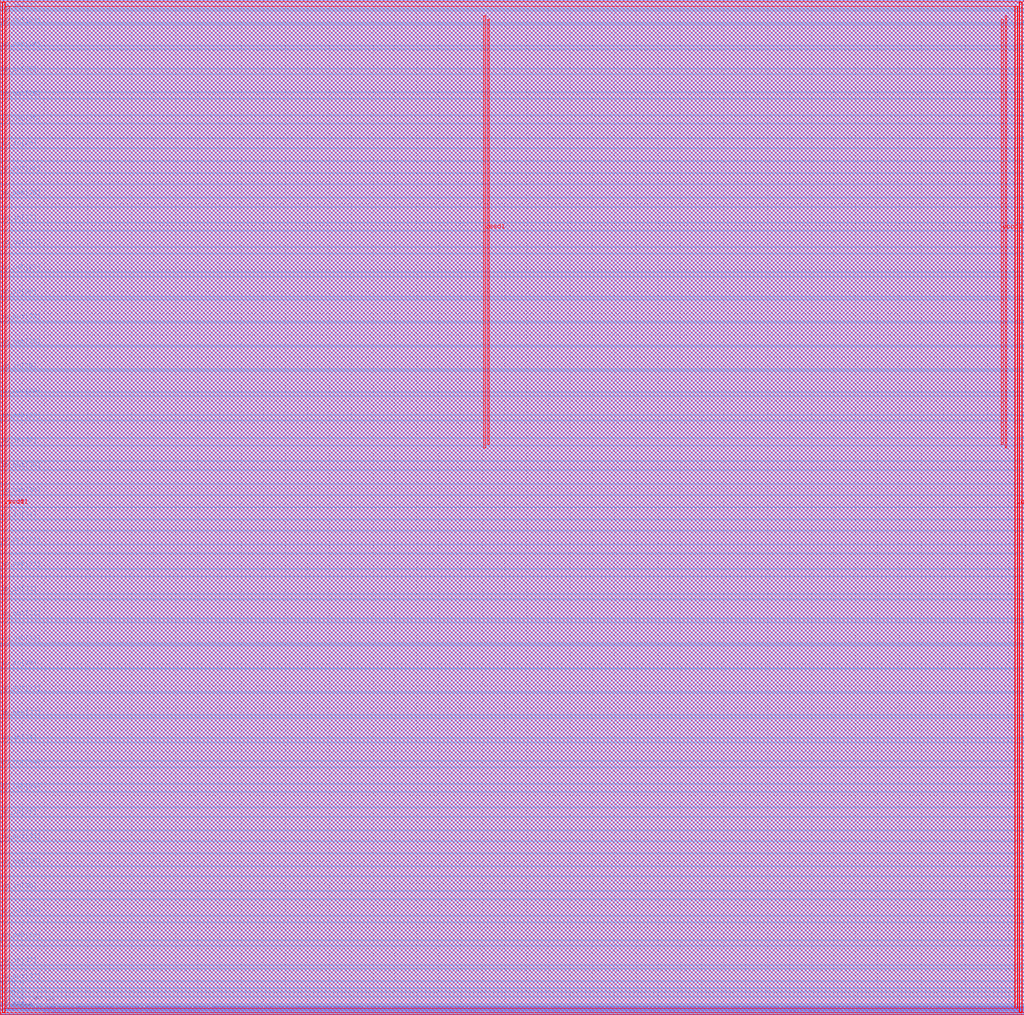
<source format=lef>
##
## LEF for PtnCells ;
## created by Innovus v20.10-p004_1 on Sun May 29 13:40:23 2022
##

VERSION 5.8 ;

BUSBITCHARS "[]" ;
DIVIDERCHAR "/" ;

MACRO user_proj_example
  CLASS BLOCK ;
  SIZE 933.800000 BY 926.160000 ;
  FOREIGN user_proj_example 0.000000 0.000000 ;
  ORIGIN 0 0 ;
  SYMMETRY X Y R90 ;
  PIN wb_clk_i
    DIRECTION INPUT ;
    USE SIGNAL ;
    ANTENNAMODEL OXIDE1 ;
    ANTENNAGATEAREA 0.852 LAYER met2  ;
    ANTENNAPARTIALMETALAREA 0.9534 LAYER met2  ;
    ANTENNAPARTIALMETALSIDEAREA 4.606 LAYER met2  ;
    ANTENNAPARTIALCUTAREA 0.04 LAYER via2  ;
    ANTENNAPARTIALMETALAREA 120.593 LAYER met3  ;
    ANTENNAPARTIALMETALSIDEAREA 643.632 LAYER met3  ;
    ANTENNAGATEAREA 0.852 LAYER met3  ;
    ANTENNAMAXAREACAR 143.514 LAYER met3  ;
    ANTENNAMAXSIDEAREACAR 764.261 LAYER met3  ;
    ANTENNAMAXCUTCAR 0.107277 LAYER via3  ;
    PORT
      LAYER met2 ;
        RECT 1.840000 0.000000 1.980000 0.490000 ;
    END
  END wb_clk_i
  PIN wb_rst_i
    DIRECTION INPUT ;
    USE SIGNAL ;
    ANTENNAPARTIALMETALAREA 6.4082 LAYER met2  ;
    ANTENNAPARTIALMETALSIDEAREA 31.815 LAYER met2  ;
    ANTENNAMODEL OXIDE1 ;
    ANTENNAGATEAREA 0.99 LAYER met2  ;
    ANTENNAMAXAREACAR 14.0833 LAYER met2  ;
    ANTENNAMAXSIDEAREACAR 68.4318 LAYER met2  ;
    ANTENNAMAXCUTCAR 0.0519192 LAYER via2  ;
    PORT
      LAYER met2 ;
        RECT 0.000000 5.200000 0.490000 5.340000 ;
    END
  END wb_rst_i
  PIN wbs_stb_i
    DIRECTION INPUT ;
    USE SIGNAL ;
    PORT
      LAYER met2 ;
        RECT 198.465000 0.000000 198.605000 0.490000 ;
    END
  END wbs_stb_i
  PIN wbs_cyc_i
    DIRECTION INPUT ;
    USE SIGNAL ;
    PORT
      LAYER met2 ;
        RECT 66.745000 0.000000 66.885000 0.490000 ;
    END
  END wbs_cyc_i
  PIN wbs_we_i
    DIRECTION INPUT ;
    USE SIGNAL ;
    PORT
      LAYER met2 ;
        RECT 200.375000 0.000000 200.515000 0.490000 ;
    END
  END wbs_we_i
  PIN wbs_sel_i[3]
    DIRECTION INPUT ;
    USE SIGNAL ;
    PORT
      LAYER met2 ;
        RECT 196.555000 0.000000 196.695000 0.490000 ;
    END
  END wbs_sel_i[3]
  PIN wbs_sel_i[2]
    DIRECTION INPUT ;
    USE SIGNAL ;
    PORT
      LAYER met2 ;
        RECT 194.650000 0.000000 194.790000 0.490000 ;
    END
  END wbs_sel_i[2]
  PIN wbs_sel_i[1]
    DIRECTION INPUT ;
    USE SIGNAL ;
    PORT
      LAYER met2 ;
        RECT 192.740000 0.000000 192.880000 0.490000 ;
    END
  END wbs_sel_i[1]
  PIN wbs_sel_i[0]
    DIRECTION INPUT ;
    USE SIGNAL ;
    PORT
      LAYER met2 ;
        RECT 190.830000 0.000000 190.970000 0.490000 ;
    END
  END wbs_sel_i[0]
  PIN wbs_dat_i[31]
    DIRECTION INPUT ;
    USE SIGNAL ;
    PORT
      LAYER met2 ;
        RECT 127.835000 0.000000 127.975000 0.490000 ;
    END
  END wbs_dat_i[31]
  PIN wbs_dat_i[30]
    DIRECTION INPUT ;
    USE SIGNAL ;
    PORT
      LAYER met2 ;
        RECT 125.925000 0.000000 126.065000 0.490000 ;
    END
  END wbs_dat_i[30]
  PIN wbs_dat_i[29]
    DIRECTION INPUT ;
    USE SIGNAL ;
    PORT
      LAYER met2 ;
        RECT 124.015000 0.000000 124.155000 0.490000 ;
    END
  END wbs_dat_i[29]
  PIN wbs_dat_i[28]
    DIRECTION INPUT ;
    USE SIGNAL ;
    PORT
      LAYER met2 ;
        RECT 122.105000 0.000000 122.245000 0.490000 ;
    END
  END wbs_dat_i[28]
  PIN wbs_dat_i[27]
    DIRECTION INPUT ;
    USE SIGNAL ;
    PORT
      LAYER met2 ;
        RECT 120.195000 0.000000 120.335000 0.490000 ;
    END
  END wbs_dat_i[27]
  PIN wbs_dat_i[26]
    DIRECTION INPUT ;
    USE SIGNAL ;
    PORT
      LAYER met2 ;
        RECT 118.290000 0.000000 118.430000 0.490000 ;
    END
  END wbs_dat_i[26]
  PIN wbs_dat_i[25]
    DIRECTION INPUT ;
    USE SIGNAL ;
    PORT
      LAYER met2 ;
        RECT 116.380000 0.000000 116.520000 0.490000 ;
    END
  END wbs_dat_i[25]
  PIN wbs_dat_i[24]
    DIRECTION INPUT ;
    USE SIGNAL ;
    PORT
      LAYER met2 ;
        RECT 114.470000 0.000000 114.610000 0.490000 ;
    END
  END wbs_dat_i[24]
  PIN wbs_dat_i[23]
    DIRECTION INPUT ;
    USE SIGNAL ;
    PORT
      LAYER met2 ;
        RECT 112.560000 0.000000 112.700000 0.490000 ;
    END
  END wbs_dat_i[23]
  PIN wbs_dat_i[22]
    DIRECTION INPUT ;
    USE SIGNAL ;
    PORT
      LAYER met2 ;
        RECT 110.650000 0.000000 110.790000 0.490000 ;
    END
  END wbs_dat_i[22]
  PIN wbs_dat_i[21]
    DIRECTION INPUT ;
    USE SIGNAL ;
    PORT
      LAYER met2 ;
        RECT 108.745000 0.000000 108.885000 0.490000 ;
    END
  END wbs_dat_i[21]
  PIN wbs_dat_i[20]
    DIRECTION INPUT ;
    USE SIGNAL ;
    PORT
      LAYER met2 ;
        RECT 106.835000 0.000000 106.975000 0.490000 ;
    END
  END wbs_dat_i[20]
  PIN wbs_dat_i[19]
    DIRECTION INPUT ;
    USE SIGNAL ;
    PORT
      LAYER met2 ;
        RECT 104.925000 0.000000 105.065000 0.490000 ;
    END
  END wbs_dat_i[19]
  PIN wbs_dat_i[18]
    DIRECTION INPUT ;
    USE SIGNAL ;
    PORT
      LAYER met2 ;
        RECT 103.015000 0.000000 103.155000 0.490000 ;
    END
  END wbs_dat_i[18]
  PIN wbs_dat_i[17]
    DIRECTION INPUT ;
    USE SIGNAL ;
    PORT
      LAYER met2 ;
        RECT 101.105000 0.000000 101.245000 0.490000 ;
    END
  END wbs_dat_i[17]
  PIN wbs_dat_i[16]
    DIRECTION INPUT ;
    USE SIGNAL ;
    PORT
      LAYER met2 ;
        RECT 99.200000 0.000000 99.340000 0.490000 ;
    END
  END wbs_dat_i[16]
  PIN wbs_dat_i[15]
    DIRECTION INPUT ;
    USE SIGNAL ;
    PORT
      LAYER met2 ;
        RECT 97.290000 0.000000 97.430000 0.490000 ;
    END
  END wbs_dat_i[15]
  PIN wbs_dat_i[14]
    DIRECTION INPUT ;
    USE SIGNAL ;
    PORT
      LAYER met2 ;
        RECT 95.380000 0.000000 95.520000 0.490000 ;
    END
  END wbs_dat_i[14]
  PIN wbs_dat_i[13]
    DIRECTION INPUT ;
    USE SIGNAL ;
    PORT
      LAYER met2 ;
        RECT 93.470000 0.000000 93.610000 0.490000 ;
    END
  END wbs_dat_i[13]
  PIN wbs_dat_i[12]
    DIRECTION INPUT ;
    USE SIGNAL ;
    PORT
      LAYER met2 ;
        RECT 91.560000 0.000000 91.700000 0.490000 ;
    END
  END wbs_dat_i[12]
  PIN wbs_dat_i[11]
    DIRECTION INPUT ;
    USE SIGNAL ;
    PORT
      LAYER met2 ;
        RECT 89.655000 0.000000 89.795000 0.490000 ;
    END
  END wbs_dat_i[11]
  PIN wbs_dat_i[10]
    DIRECTION INPUT ;
    USE SIGNAL ;
    PORT
      LAYER met2 ;
        RECT 87.745000 0.000000 87.885000 0.490000 ;
    END
  END wbs_dat_i[10]
  PIN wbs_dat_i[9]
    DIRECTION INPUT ;
    USE SIGNAL ;
    PORT
      LAYER met2 ;
        RECT 85.835000 0.000000 85.975000 0.490000 ;
    END
  END wbs_dat_i[9]
  PIN wbs_dat_i[8]
    DIRECTION INPUT ;
    USE SIGNAL ;
    PORT
      LAYER met2 ;
        RECT 83.925000 0.000000 84.065000 0.490000 ;
    END
  END wbs_dat_i[8]
  PIN wbs_dat_i[7]
    DIRECTION INPUT ;
    USE SIGNAL ;
    PORT
      LAYER met2 ;
        RECT 82.015000 0.000000 82.155000 0.490000 ;
    END
  END wbs_dat_i[7]
  PIN wbs_dat_i[6]
    DIRECTION INPUT ;
    USE SIGNAL ;
    PORT
      LAYER met2 ;
        RECT 80.110000 0.000000 80.250000 0.490000 ;
    END
  END wbs_dat_i[6]
  PIN wbs_dat_i[5]
    DIRECTION INPUT ;
    USE SIGNAL ;
    PORT
      LAYER met2 ;
        RECT 78.200000 0.000000 78.340000 0.490000 ;
    END
  END wbs_dat_i[5]
  PIN wbs_dat_i[4]
    DIRECTION INPUT ;
    USE SIGNAL ;
    PORT
      LAYER met2 ;
        RECT 76.290000 0.000000 76.430000 0.490000 ;
    END
  END wbs_dat_i[4]
  PIN wbs_dat_i[3]
    DIRECTION INPUT ;
    USE SIGNAL ;
    PORT
      LAYER met2 ;
        RECT 74.380000 0.000000 74.520000 0.490000 ;
    END
  END wbs_dat_i[3]
  PIN wbs_dat_i[2]
    DIRECTION INPUT ;
    USE SIGNAL ;
    PORT
      LAYER met2 ;
        RECT 72.470000 0.000000 72.610000 0.490000 ;
    END
  END wbs_dat_i[2]
  PIN wbs_dat_i[1]
    DIRECTION INPUT ;
    USE SIGNAL ;
    PORT
      LAYER met2 ;
        RECT 70.565000 0.000000 70.705000 0.490000 ;
    END
  END wbs_dat_i[1]
  PIN wbs_dat_i[0]
    DIRECTION INPUT ;
    USE SIGNAL ;
    PORT
      LAYER met2 ;
        RECT 68.655000 0.000000 68.795000 0.490000 ;
    END
  END wbs_dat_i[0]
  PIN wbs_adr_i[31]
    DIRECTION INPUT ;
    USE SIGNAL ;
    PORT
      LAYER met2 ;
        RECT 64.835000 0.000000 64.975000 0.490000 ;
    END
  END wbs_adr_i[31]
  PIN wbs_adr_i[30]
    DIRECTION INPUT ;
    USE SIGNAL ;
    PORT
      LAYER met2 ;
        RECT 62.925000 0.000000 63.065000 0.490000 ;
    END
  END wbs_adr_i[30]
  PIN wbs_adr_i[29]
    DIRECTION INPUT ;
    USE SIGNAL ;
    PORT
      LAYER met2 ;
        RECT 61.020000 0.000000 61.160000 0.490000 ;
    END
  END wbs_adr_i[29]
  PIN wbs_adr_i[28]
    DIRECTION INPUT ;
    USE SIGNAL ;
    PORT
      LAYER met2 ;
        RECT 59.110000 0.000000 59.250000 0.490000 ;
    END
  END wbs_adr_i[28]
  PIN wbs_adr_i[27]
    DIRECTION INPUT ;
    USE SIGNAL ;
    PORT
      LAYER met2 ;
        RECT 57.200000 0.000000 57.340000 0.490000 ;
    END
  END wbs_adr_i[27]
  PIN wbs_adr_i[26]
    DIRECTION INPUT ;
    USE SIGNAL ;
    PORT
      LAYER met2 ;
        RECT 55.290000 0.000000 55.430000 0.490000 ;
    END
  END wbs_adr_i[26]
  PIN wbs_adr_i[25]
    DIRECTION INPUT ;
    USE SIGNAL ;
    PORT
      LAYER met2 ;
        RECT 53.380000 0.000000 53.520000 0.490000 ;
    END
  END wbs_adr_i[25]
  PIN wbs_adr_i[24]
    DIRECTION INPUT ;
    USE SIGNAL ;
    PORT
      LAYER met2 ;
        RECT 51.475000 0.000000 51.615000 0.490000 ;
    END
  END wbs_adr_i[24]
  PIN wbs_adr_i[23]
    DIRECTION INPUT ;
    USE SIGNAL ;
    PORT
      LAYER met2 ;
        RECT 49.565000 0.000000 49.705000 0.490000 ;
    END
  END wbs_adr_i[23]
  PIN wbs_adr_i[22]
    DIRECTION INPUT ;
    USE SIGNAL ;
    PORT
      LAYER met2 ;
        RECT 47.655000 0.000000 47.795000 0.490000 ;
    END
  END wbs_adr_i[22]
  PIN wbs_adr_i[21]
    DIRECTION INPUT ;
    USE SIGNAL ;
    PORT
      LAYER met2 ;
        RECT 45.745000 0.000000 45.885000 0.490000 ;
    END
  END wbs_adr_i[21]
  PIN wbs_adr_i[20]
    DIRECTION INPUT ;
    USE SIGNAL ;
    PORT
      LAYER met2 ;
        RECT 43.835000 0.000000 43.975000 0.490000 ;
    END
  END wbs_adr_i[20]
  PIN wbs_adr_i[19]
    DIRECTION INPUT ;
    USE SIGNAL ;
    PORT
      LAYER met2 ;
        RECT 41.930000 0.000000 42.070000 0.490000 ;
    END
  END wbs_adr_i[19]
  PIN wbs_adr_i[18]
    DIRECTION INPUT ;
    USE SIGNAL ;
    PORT
      LAYER met2 ;
        RECT 40.020000 0.000000 40.160000 0.490000 ;
    END
  END wbs_adr_i[18]
  PIN wbs_adr_i[17]
    DIRECTION INPUT ;
    USE SIGNAL ;
    PORT
      LAYER met2 ;
        RECT 38.110000 0.000000 38.250000 0.490000 ;
    END
  END wbs_adr_i[17]
  PIN wbs_adr_i[16]
    DIRECTION INPUT ;
    USE SIGNAL ;
    PORT
      LAYER met2 ;
        RECT 36.200000 0.000000 36.340000 0.490000 ;
    END
  END wbs_adr_i[16]
  PIN wbs_adr_i[15]
    DIRECTION INPUT ;
    USE SIGNAL ;
    PORT
      LAYER met2 ;
        RECT 34.290000 0.000000 34.430000 0.490000 ;
    END
  END wbs_adr_i[15]
  PIN wbs_adr_i[14]
    DIRECTION INPUT ;
    USE SIGNAL ;
    PORT
      LAYER met2 ;
        RECT 32.385000 0.000000 32.525000 0.490000 ;
    END
  END wbs_adr_i[14]
  PIN wbs_adr_i[13]
    DIRECTION INPUT ;
    USE SIGNAL ;
    PORT
      LAYER met2 ;
        RECT 30.475000 0.000000 30.615000 0.490000 ;
    END
  END wbs_adr_i[13]
  PIN wbs_adr_i[12]
    DIRECTION INPUT ;
    USE SIGNAL ;
    PORT
      LAYER met2 ;
        RECT 28.565000 0.000000 28.705000 0.490000 ;
    END
  END wbs_adr_i[12]
  PIN wbs_adr_i[11]
    DIRECTION INPUT ;
    USE SIGNAL ;
    PORT
      LAYER met2 ;
        RECT 26.655000 0.000000 26.795000 0.490000 ;
    END
  END wbs_adr_i[11]
  PIN wbs_adr_i[10]
    DIRECTION INPUT ;
    USE SIGNAL ;
    PORT
      LAYER met2 ;
        RECT 24.745000 0.000000 24.885000 0.490000 ;
    END
  END wbs_adr_i[10]
  PIN wbs_adr_i[9]
    DIRECTION INPUT ;
    USE SIGNAL ;
    PORT
      LAYER met2 ;
        RECT 22.840000 0.000000 22.980000 0.490000 ;
    END
  END wbs_adr_i[9]
  PIN wbs_adr_i[8]
    DIRECTION INPUT ;
    USE SIGNAL ;
    PORT
      LAYER met2 ;
        RECT 20.930000 0.000000 21.070000 0.490000 ;
    END
  END wbs_adr_i[8]
  PIN wbs_adr_i[7]
    DIRECTION INPUT ;
    USE SIGNAL ;
    PORT
      LAYER met2 ;
        RECT 19.020000 0.000000 19.160000 0.490000 ;
    END
  END wbs_adr_i[7]
  PIN wbs_adr_i[6]
    DIRECTION INPUT ;
    USE SIGNAL ;
    PORT
      LAYER met2 ;
        RECT 17.110000 0.000000 17.250000 0.490000 ;
    END
  END wbs_adr_i[6]
  PIN wbs_adr_i[5]
    DIRECTION INPUT ;
    USE SIGNAL ;
    PORT
      LAYER met2 ;
        RECT 15.200000 0.000000 15.340000 0.490000 ;
    END
  END wbs_adr_i[5]
  PIN wbs_adr_i[4]
    DIRECTION INPUT ;
    USE SIGNAL ;
    PORT
      LAYER met2 ;
        RECT 13.295000 0.000000 13.435000 0.490000 ;
    END
  END wbs_adr_i[4]
  PIN wbs_adr_i[3]
    DIRECTION INPUT ;
    USE SIGNAL ;
    PORT
      LAYER met2 ;
        RECT 11.385000 0.000000 11.525000 0.490000 ;
    END
  END wbs_adr_i[3]
  PIN wbs_adr_i[2]
    DIRECTION INPUT ;
    USE SIGNAL ;
    PORT
      LAYER met2 ;
        RECT 9.475000 0.000000 9.615000 0.490000 ;
    END
  END wbs_adr_i[2]
  PIN wbs_adr_i[1]
    DIRECTION INPUT ;
    USE SIGNAL ;
    PORT
      LAYER met2 ;
        RECT 7.565000 0.000000 7.705000 0.490000 ;
    END
  END wbs_adr_i[1]
  PIN wbs_adr_i[0]
    DIRECTION INPUT ;
    USE SIGNAL ;
    PORT
      LAYER met2 ;
        RECT 5.655000 0.000000 5.795000 0.490000 ;
    END
  END wbs_adr_i[0]
  PIN wbs_ack_o
    DIRECTION OUTPUT ;
    USE SIGNAL ;
    ANTENNAPARTIALMETALAREA 14.8005 LAYER met2  ;
    ANTENNAPARTIALMETALSIDEAREA 73.1745 LAYER met2  ;
    ANTENNAPARTIALCUTAREA 0.2 LAYER via2  ;
    ANTENNAPARTIALMETALAREA 3.1621 LAYER met3  ;
    ANTENNAPARTIALMETALSIDEAREA 19.232 LAYER met3  ;
    ANTENNAPARTIALCUTAREA 0.04 LAYER via3  ;
    ANTENNADIFFAREA 0.891 LAYER met4  ;
    ANTENNAPARTIALMETALAREA 257.848 LAYER met4  ;
    ANTENNAPARTIALMETALSIDEAREA 1375.6 LAYER met4  ;
    PORT
      LAYER met2 ;
        RECT 3.750000 0.000000 3.890000 0.490000 ;
    END
  END wbs_ack_o
  PIN wbs_dat_o[31]
    DIRECTION OUTPUT ;
    USE SIGNAL ;
    ANTENNAPARTIALMETALAREA 14.8103 LAYER met2  ;
    ANTENNAPARTIALMETALSIDEAREA 73.3215 LAYER met2  ;
    ANTENNAPARTIALCUTAREA 0.2 LAYER via2  ;
    ANTENNAPARTIALMETALAREA 3.1621 LAYER met3  ;
    ANTENNAPARTIALMETALSIDEAREA 19.232 LAYER met3  ;
    ANTENNAPARTIALCUTAREA 0.04 LAYER via3  ;
    ANTENNADIFFAREA 0.891 LAYER met4  ;
    ANTENNAPARTIALMETALAREA 257.848 LAYER met4  ;
    ANTENNAPARTIALMETALSIDEAREA 1375.6 LAYER met4  ;
    PORT
      LAYER met2 ;
        RECT 188.920000 0.000000 189.060000 0.490000 ;
    END
  END wbs_dat_o[31]
  PIN wbs_dat_o[30]
    DIRECTION OUTPUT ;
    USE SIGNAL ;
    ANTENNAPARTIALMETALAREA 14.8201 LAYER met2  ;
    ANTENNAPARTIALMETALSIDEAREA 73.3705 LAYER met2  ;
    ANTENNAPARTIALCUTAREA 0.2 LAYER via2  ;
    ANTENNAPARTIALMETALAREA 3.1621 LAYER met3  ;
    ANTENNAPARTIALMETALSIDEAREA 19.232 LAYER met3  ;
    ANTENNAPARTIALCUTAREA 0.04 LAYER via3  ;
    ANTENNADIFFAREA 0.891 LAYER met4  ;
    ANTENNAPARTIALMETALAREA 257.848 LAYER met4  ;
    ANTENNAPARTIALMETALSIDEAREA 1375.6 LAYER met4  ;
    PORT
      LAYER met2 ;
        RECT 187.010000 0.000000 187.150000 0.490000 ;
    END
  END wbs_dat_o[30]
  PIN wbs_dat_o[29]
    DIRECTION OUTPUT ;
    USE SIGNAL ;
    ANTENNAPARTIALMETALAREA 14.8201 LAYER met2  ;
    ANTENNAPARTIALMETALSIDEAREA 73.423 LAYER met2  ;
    ANTENNAPARTIALCUTAREA 0.2 LAYER via2  ;
    ANTENNAPARTIALMETALAREA 3.1621 LAYER met3  ;
    ANTENNAPARTIALMETALSIDEAREA 19.232 LAYER met3  ;
    ANTENNAPARTIALCUTAREA 0.04 LAYER via3  ;
    ANTENNADIFFAREA 0.891 LAYER met4  ;
    ANTENNAPARTIALMETALAREA 257.848 LAYER met4  ;
    ANTENNAPARTIALMETALSIDEAREA 1375.6 LAYER met4  ;
    PORT
      LAYER met2 ;
        RECT 185.105000 0.000000 185.245000 0.490000 ;
    END
  END wbs_dat_o[29]
  PIN wbs_dat_o[28]
    DIRECTION OUTPUT ;
    USE SIGNAL ;
    ANTENNAPARTIALMETALAREA 14.8201 LAYER met2  ;
    ANTENNAPARTIALMETALSIDEAREA 73.423 LAYER met2  ;
    ANTENNAPARTIALCUTAREA 0.2 LAYER via2  ;
    ANTENNAPARTIALMETALAREA 3.1621 LAYER met3  ;
    ANTENNAPARTIALMETALSIDEAREA 19.232 LAYER met3  ;
    ANTENNAPARTIALCUTAREA 0.04 LAYER via3  ;
    ANTENNADIFFAREA 0.891 LAYER met4  ;
    ANTENNAPARTIALMETALAREA 257.848 LAYER met4  ;
    ANTENNAPARTIALMETALSIDEAREA 1375.6 LAYER met4  ;
    PORT
      LAYER met2 ;
        RECT 183.195000 0.000000 183.335000 0.490000 ;
    END
  END wbs_dat_o[28]
  PIN wbs_dat_o[27]
    DIRECTION OUTPUT ;
    USE SIGNAL ;
    ANTENNAPARTIALMETALAREA 14.8201 LAYER met2  ;
    ANTENNAPARTIALMETALSIDEAREA 73.3705 LAYER met2  ;
    ANTENNAPARTIALCUTAREA 0.2 LAYER via2  ;
    ANTENNAPARTIALMETALAREA 3.1621 LAYER met3  ;
    ANTENNAPARTIALMETALSIDEAREA 19.232 LAYER met3  ;
    ANTENNAPARTIALCUTAREA 0.04 LAYER via3  ;
    ANTENNADIFFAREA 0.891 LAYER met4  ;
    ANTENNAPARTIALMETALAREA 257.848 LAYER met4  ;
    ANTENNAPARTIALMETALSIDEAREA 1375.6 LAYER met4  ;
    PORT
      LAYER met2 ;
        RECT 181.285000 0.000000 181.425000 0.490000 ;
    END
  END wbs_dat_o[27]
  PIN wbs_dat_o[26]
    DIRECTION OUTPUT ;
    USE SIGNAL ;
    ANTENNAPARTIALMETALAREA 14.8201 LAYER met2  ;
    ANTENNAPARTIALMETALSIDEAREA 73.3705 LAYER met2  ;
    ANTENNAPARTIALCUTAREA 0.2 LAYER via2  ;
    ANTENNAPARTIALMETALAREA 3.1621 LAYER met3  ;
    ANTENNAPARTIALMETALSIDEAREA 19.232 LAYER met3  ;
    ANTENNAPARTIALCUTAREA 0.04 LAYER via3  ;
    ANTENNADIFFAREA 0.891 LAYER met4  ;
    ANTENNAPARTIALMETALAREA 257.848 LAYER met4  ;
    ANTENNAPARTIALMETALSIDEAREA 1375.6 LAYER met4  ;
    PORT
      LAYER met2 ;
        RECT 179.375000 0.000000 179.515000 0.490000 ;
    END
  END wbs_dat_o[26]
  PIN wbs_dat_o[25]
    DIRECTION OUTPUT ;
    USE SIGNAL ;
    ANTENNAPARTIALMETALAREA 14.8201 LAYER met2  ;
    ANTENNAPARTIALMETALSIDEAREA 73.423 LAYER met2  ;
    ANTENNAPARTIALCUTAREA 0.2 LAYER via2  ;
    ANTENNAPARTIALMETALAREA 3.1621 LAYER met3  ;
    ANTENNAPARTIALMETALSIDEAREA 19.232 LAYER met3  ;
    ANTENNAPARTIALCUTAREA 0.04 LAYER via3  ;
    ANTENNADIFFAREA 0.891 LAYER met4  ;
    ANTENNAPARTIALMETALAREA 257.848 LAYER met4  ;
    ANTENNAPARTIALMETALSIDEAREA 1375.6 LAYER met4  ;
    PORT
      LAYER met2 ;
        RECT 177.465000 0.000000 177.605000 0.490000 ;
    END
  END wbs_dat_o[25]
  PIN wbs_dat_o[24]
    DIRECTION OUTPUT ;
    USE SIGNAL ;
    ANTENNAPARTIALMETALAREA 14.8201 LAYER met2  ;
    ANTENNAPARTIALMETALSIDEAREA 73.423 LAYER met2  ;
    ANTENNAPARTIALCUTAREA 0.2 LAYER via2  ;
    ANTENNAPARTIALMETALAREA 3.1621 LAYER met3  ;
    ANTENNAPARTIALMETALSIDEAREA 19.232 LAYER met3  ;
    ANTENNAPARTIALCUTAREA 0.04 LAYER via3  ;
    ANTENNADIFFAREA 0.891 LAYER met4  ;
    ANTENNAPARTIALMETALAREA 257.848 LAYER met4  ;
    ANTENNAPARTIALMETALSIDEAREA 1375.6 LAYER met4  ;
    PORT
      LAYER met2 ;
        RECT 175.560000 0.000000 175.700000 0.490000 ;
    END
  END wbs_dat_o[24]
  PIN wbs_dat_o[23]
    DIRECTION OUTPUT ;
    USE SIGNAL ;
    ANTENNAPARTIALMETALAREA 14.8201 LAYER met2  ;
    ANTENNAPARTIALMETALSIDEAREA 73.3705 LAYER met2  ;
    ANTENNAPARTIALCUTAREA 0.2 LAYER via2  ;
    ANTENNAPARTIALMETALAREA 3.1621 LAYER met3  ;
    ANTENNAPARTIALMETALSIDEAREA 19.232 LAYER met3  ;
    ANTENNAPARTIALCUTAREA 0.04 LAYER via3  ;
    ANTENNADIFFAREA 0.891 LAYER met4  ;
    ANTENNAPARTIALMETALAREA 257.848 LAYER met4  ;
    ANTENNAPARTIALMETALSIDEAREA 1375.6 LAYER met4  ;
    PORT
      LAYER met2 ;
        RECT 173.650000 0.000000 173.790000 0.490000 ;
    END
  END wbs_dat_o[23]
  PIN wbs_dat_o[22]
    DIRECTION OUTPUT ;
    USE SIGNAL ;
    ANTENNAPARTIALMETALAREA 14.8201 LAYER met2  ;
    ANTENNAPARTIALMETALSIDEAREA 73.3705 LAYER met2  ;
    ANTENNAPARTIALCUTAREA 0.2 LAYER via2  ;
    ANTENNAPARTIALMETALAREA 3.1621 LAYER met3  ;
    ANTENNAPARTIALMETALSIDEAREA 19.232 LAYER met3  ;
    ANTENNAPARTIALCUTAREA 0.04 LAYER via3  ;
    ANTENNADIFFAREA 0.891 LAYER met4  ;
    ANTENNAPARTIALMETALAREA 257.848 LAYER met4  ;
    ANTENNAPARTIALMETALSIDEAREA 1375.6 LAYER met4  ;
    PORT
      LAYER met2 ;
        RECT 171.740000 0.000000 171.880000 0.490000 ;
    END
  END wbs_dat_o[22]
  PIN wbs_dat_o[21]
    DIRECTION OUTPUT ;
    USE SIGNAL ;
    ANTENNAPARTIALMETALAREA 14.8201 LAYER met2  ;
    ANTENNAPARTIALMETALSIDEAREA 73.3705 LAYER met2  ;
    ANTENNAPARTIALCUTAREA 0.2 LAYER via2  ;
    ANTENNAPARTIALMETALAREA 3.1621 LAYER met3  ;
    ANTENNAPARTIALMETALSIDEAREA 19.232 LAYER met3  ;
    ANTENNAPARTIALCUTAREA 0.04 LAYER via3  ;
    ANTENNADIFFAREA 0.891 LAYER met4  ;
    ANTENNAPARTIALMETALAREA 257.848 LAYER met4  ;
    ANTENNAPARTIALMETALSIDEAREA 1375.6 LAYER met4  ;
    PORT
      LAYER met2 ;
        RECT 169.830000 0.000000 169.970000 0.490000 ;
    END
  END wbs_dat_o[21]
  PIN wbs_dat_o[20]
    DIRECTION OUTPUT ;
    USE SIGNAL ;
    ANTENNAPARTIALMETALAREA 14.8201 LAYER met2  ;
    ANTENNAPARTIALMETALSIDEAREA 73.3705 LAYER met2  ;
    ANTENNAPARTIALCUTAREA 0.2 LAYER via2  ;
    ANTENNAPARTIALMETALAREA 3.1621 LAYER met3  ;
    ANTENNAPARTIALMETALSIDEAREA 19.232 LAYER met3  ;
    ANTENNAPARTIALCUTAREA 0.04 LAYER via3  ;
    ANTENNADIFFAREA 0.891 LAYER met4  ;
    ANTENNAPARTIALMETALAREA 257.848 LAYER met4  ;
    ANTENNAPARTIALMETALSIDEAREA 1375.6 LAYER met4  ;
    PORT
      LAYER met2 ;
        RECT 167.920000 0.000000 168.060000 0.490000 ;
    END
  END wbs_dat_o[20]
  PIN wbs_dat_o[19]
    DIRECTION OUTPUT ;
    USE SIGNAL ;
    ANTENNAPARTIALMETALAREA 14.8201 LAYER met2  ;
    ANTENNAPARTIALMETALSIDEAREA 73.3705 LAYER met2  ;
    ANTENNAPARTIALCUTAREA 0.2 LAYER via2  ;
    ANTENNAPARTIALMETALAREA 3.1621 LAYER met3  ;
    ANTENNAPARTIALMETALSIDEAREA 19.232 LAYER met3  ;
    ANTENNAPARTIALCUTAREA 0.04 LAYER via3  ;
    ANTENNADIFFAREA 0.891 LAYER met4  ;
    ANTENNAPARTIALMETALAREA 257.848 LAYER met4  ;
    ANTENNAPARTIALMETALSIDEAREA 1375.6 LAYER met4  ;
    PORT
      LAYER met2 ;
        RECT 166.015000 0.000000 166.155000 0.490000 ;
    END
  END wbs_dat_o[19]
  PIN wbs_dat_o[18]
    DIRECTION OUTPUT ;
    USE SIGNAL ;
    ANTENNAPARTIALMETALAREA 14.8201 LAYER met2  ;
    ANTENNAPARTIALMETALSIDEAREA 73.423 LAYER met2  ;
    ANTENNAPARTIALCUTAREA 0.2 LAYER via2  ;
    ANTENNAPARTIALMETALAREA 3.1621 LAYER met3  ;
    ANTENNAPARTIALMETALSIDEAREA 19.232 LAYER met3  ;
    ANTENNAPARTIALCUTAREA 0.04 LAYER via3  ;
    ANTENNADIFFAREA 0.891 LAYER met4  ;
    ANTENNAPARTIALMETALAREA 257.848 LAYER met4  ;
    ANTENNAPARTIALMETALSIDEAREA 1375.6 LAYER met4  ;
    PORT
      LAYER met2 ;
        RECT 164.105000 0.000000 164.245000 0.490000 ;
    END
  END wbs_dat_o[18]
  PIN wbs_dat_o[17]
    DIRECTION OUTPUT ;
    USE SIGNAL ;
    ANTENNAPARTIALMETALAREA 14.8201 LAYER met2  ;
    ANTENNAPARTIALMETALSIDEAREA 73.423 LAYER met2  ;
    ANTENNAPARTIALCUTAREA 0.2 LAYER via2  ;
    ANTENNAPARTIALMETALAREA 3.1621 LAYER met3  ;
    ANTENNAPARTIALMETALSIDEAREA 19.232 LAYER met3  ;
    ANTENNAPARTIALCUTAREA 0.04 LAYER via3  ;
    ANTENNADIFFAREA 0.891 LAYER met4  ;
    ANTENNAPARTIALMETALAREA 257.848 LAYER met4  ;
    ANTENNAPARTIALMETALSIDEAREA 1375.6 LAYER met4  ;
    PORT
      LAYER met2 ;
        RECT 162.195000 0.000000 162.335000 0.490000 ;
    END
  END wbs_dat_o[17]
  PIN wbs_dat_o[16]
    DIRECTION OUTPUT ;
    USE SIGNAL ;
    ANTENNAPARTIALMETALAREA 14.8201 LAYER met2  ;
    ANTENNAPARTIALMETALSIDEAREA 73.423 LAYER met2  ;
    ANTENNAPARTIALCUTAREA 0.2 LAYER via2  ;
    ANTENNAPARTIALMETALAREA 3.1621 LAYER met3  ;
    ANTENNAPARTIALMETALSIDEAREA 19.232 LAYER met3  ;
    ANTENNAPARTIALCUTAREA 0.04 LAYER via3  ;
    ANTENNADIFFAREA 0.891 LAYER met4  ;
    ANTENNAPARTIALMETALAREA 257.848 LAYER met4  ;
    ANTENNAPARTIALMETALSIDEAREA 1375.6 LAYER met4  ;
    PORT
      LAYER met2 ;
        RECT 160.285000 0.000000 160.425000 0.490000 ;
    END
  END wbs_dat_o[16]
  PIN wbs_dat_o[15]
    DIRECTION OUTPUT ;
    USE SIGNAL ;
    ANTENNAPARTIALMETALAREA 14.8201 LAYER met2  ;
    ANTENNAPARTIALMETALSIDEAREA 73.423 LAYER met2  ;
    ANTENNAPARTIALCUTAREA 0.2 LAYER via2  ;
    ANTENNAPARTIALMETALAREA 3.1621 LAYER met3  ;
    ANTENNAPARTIALMETALSIDEAREA 19.232 LAYER met3  ;
    ANTENNAPARTIALCUTAREA 0.04 LAYER via3  ;
    ANTENNADIFFAREA 0.891 LAYER met4  ;
    ANTENNAPARTIALMETALAREA 257.848 LAYER met4  ;
    ANTENNAPARTIALMETALSIDEAREA 1375.6 LAYER met4  ;
    PORT
      LAYER met2 ;
        RECT 158.375000 0.000000 158.515000 0.490000 ;
    END
  END wbs_dat_o[15]
  PIN wbs_dat_o[14]
    DIRECTION OUTPUT ;
    USE SIGNAL ;
    ANTENNAPARTIALMETALAREA 14.8201 LAYER met2  ;
    ANTENNAPARTIALMETALSIDEAREA 73.423 LAYER met2  ;
    ANTENNAPARTIALCUTAREA 0.2 LAYER via2  ;
    ANTENNAPARTIALMETALAREA 3.1621 LAYER met3  ;
    ANTENNAPARTIALMETALSIDEAREA 19.232 LAYER met3  ;
    ANTENNAPARTIALCUTAREA 0.04 LAYER via3  ;
    ANTENNADIFFAREA 0.891 LAYER met4  ;
    ANTENNAPARTIALMETALAREA 257.848 LAYER met4  ;
    ANTENNAPARTIALMETALSIDEAREA 1375.6 LAYER met4  ;
    PORT
      LAYER met2 ;
        RECT 156.470000 0.000000 156.610000 0.490000 ;
    END
  END wbs_dat_o[14]
  PIN wbs_dat_o[13]
    DIRECTION OUTPUT ;
    USE SIGNAL ;
    ANTENNAPARTIALMETALAREA 14.8201 LAYER met2  ;
    ANTENNAPARTIALMETALSIDEAREA 73.423 LAYER met2  ;
    ANTENNAPARTIALCUTAREA 0.2 LAYER via2  ;
    ANTENNAPARTIALMETALAREA 3.1621 LAYER met3  ;
    ANTENNAPARTIALMETALSIDEAREA 19.232 LAYER met3  ;
    ANTENNAPARTIALCUTAREA 0.04 LAYER via3  ;
    ANTENNADIFFAREA 0.891 LAYER met4  ;
    ANTENNAPARTIALMETALAREA 257.848 LAYER met4  ;
    ANTENNAPARTIALMETALSIDEAREA 1375.6 LAYER met4  ;
    PORT
      LAYER met2 ;
        RECT 154.560000 0.000000 154.700000 0.490000 ;
    END
  END wbs_dat_o[13]
  PIN wbs_dat_o[12]
    DIRECTION OUTPUT ;
    USE SIGNAL ;
    ANTENNAPARTIALMETALAREA 14.8201 LAYER met2  ;
    ANTENNAPARTIALMETALSIDEAREA 73.423 LAYER met2  ;
    ANTENNAPARTIALCUTAREA 0.2 LAYER via2  ;
    ANTENNAPARTIALMETALAREA 3.1621 LAYER met3  ;
    ANTENNAPARTIALMETALSIDEAREA 19.232 LAYER met3  ;
    ANTENNAPARTIALCUTAREA 0.04 LAYER via3  ;
    ANTENNADIFFAREA 0.891 LAYER met4  ;
    ANTENNAPARTIALMETALAREA 257.848 LAYER met4  ;
    ANTENNAPARTIALMETALSIDEAREA 1375.6 LAYER met4  ;
    PORT
      LAYER met2 ;
        RECT 152.650000 0.000000 152.790000 0.490000 ;
    END
  END wbs_dat_o[12]
  PIN wbs_dat_o[11]
    DIRECTION OUTPUT ;
    USE SIGNAL ;
    ANTENNAPARTIALMETALAREA 14.8201 LAYER met2  ;
    ANTENNAPARTIALMETALSIDEAREA 73.423 LAYER met2  ;
    ANTENNAPARTIALCUTAREA 0.2 LAYER via2  ;
    ANTENNAPARTIALMETALAREA 3.1621 LAYER met3  ;
    ANTENNAPARTIALMETALSIDEAREA 19.232 LAYER met3  ;
    ANTENNAPARTIALCUTAREA 0.04 LAYER via3  ;
    ANTENNADIFFAREA 0.891 LAYER met4  ;
    ANTENNAPARTIALMETALAREA 257.848 LAYER met4  ;
    ANTENNAPARTIALMETALSIDEAREA 1375.6 LAYER met4  ;
    PORT
      LAYER met2 ;
        RECT 150.740000 0.000000 150.880000 0.490000 ;
    END
  END wbs_dat_o[11]
  PIN wbs_dat_o[10]
    DIRECTION OUTPUT ;
    USE SIGNAL ;
    ANTENNAPARTIALMETALAREA 14.8201 LAYER met2  ;
    ANTENNAPARTIALMETALSIDEAREA 73.423 LAYER met2  ;
    ANTENNAPARTIALCUTAREA 0.2 LAYER via2  ;
    ANTENNAPARTIALMETALAREA 3.1621 LAYER met3  ;
    ANTENNAPARTIALMETALSIDEAREA 19.232 LAYER met3  ;
    ANTENNAPARTIALCUTAREA 0.04 LAYER via3  ;
    ANTENNADIFFAREA 0.891 LAYER met4  ;
    ANTENNAPARTIALMETALAREA 257.848 LAYER met4  ;
    ANTENNAPARTIALMETALSIDEAREA 1375.6 LAYER met4  ;
    PORT
      LAYER met2 ;
        RECT 148.830000 0.000000 148.970000 0.490000 ;
    END
  END wbs_dat_o[10]
  PIN wbs_dat_o[9]
    DIRECTION OUTPUT ;
    USE SIGNAL ;
    ANTENNAPARTIALMETALAREA 14.8201 LAYER met2  ;
    ANTENNAPARTIALMETALSIDEAREA 73.423 LAYER met2  ;
    ANTENNAPARTIALCUTAREA 0.2 LAYER via2  ;
    ANTENNAPARTIALMETALAREA 3.1621 LAYER met3  ;
    ANTENNAPARTIALMETALSIDEAREA 19.232 LAYER met3  ;
    ANTENNAPARTIALCUTAREA 0.04 LAYER via3  ;
    ANTENNADIFFAREA 0.891 LAYER met4  ;
    ANTENNAPARTIALMETALAREA 257.848 LAYER met4  ;
    ANTENNAPARTIALMETALSIDEAREA 1375.6 LAYER met4  ;
    PORT
      LAYER met2 ;
        RECT 146.925000 0.000000 147.065000 0.490000 ;
    END
  END wbs_dat_o[9]
  PIN wbs_dat_o[8]
    DIRECTION OUTPUT ;
    USE SIGNAL ;
    ANTENNAPARTIALMETALAREA 14.8201 LAYER met2  ;
    ANTENNAPARTIALMETALSIDEAREA 73.423 LAYER met2  ;
    ANTENNAPARTIALCUTAREA 0.2 LAYER via2  ;
    ANTENNAPARTIALMETALAREA 3.1621 LAYER met3  ;
    ANTENNAPARTIALMETALSIDEAREA 19.232 LAYER met3  ;
    ANTENNAPARTIALCUTAREA 0.04 LAYER via3  ;
    ANTENNADIFFAREA 0.891 LAYER met4  ;
    ANTENNAPARTIALMETALAREA 257.848 LAYER met4  ;
    ANTENNAPARTIALMETALSIDEAREA 1375.6 LAYER met4  ;
    PORT
      LAYER met2 ;
        RECT 145.015000 0.000000 145.155000 0.490000 ;
    END
  END wbs_dat_o[8]
  PIN wbs_dat_o[7]
    DIRECTION OUTPUT ;
    USE SIGNAL ;
    ANTENNAPARTIALMETALAREA 14.8201 LAYER met2  ;
    ANTENNAPARTIALMETALSIDEAREA 73.423 LAYER met2  ;
    ANTENNAPARTIALCUTAREA 0.2 LAYER via2  ;
    ANTENNAPARTIALMETALAREA 3.1621 LAYER met3  ;
    ANTENNAPARTIALMETALSIDEAREA 19.232 LAYER met3  ;
    ANTENNAPARTIALCUTAREA 0.04 LAYER via3  ;
    ANTENNADIFFAREA 0.891 LAYER met4  ;
    ANTENNAPARTIALMETALAREA 257.848 LAYER met4  ;
    ANTENNAPARTIALMETALSIDEAREA 1375.6 LAYER met4  ;
    PORT
      LAYER met2 ;
        RECT 143.105000 0.000000 143.245000 0.490000 ;
    END
  END wbs_dat_o[7]
  PIN wbs_dat_o[6]
    DIRECTION OUTPUT ;
    USE SIGNAL ;
    ANTENNAPARTIALMETALAREA 14.8201 LAYER met2  ;
    ANTENNAPARTIALMETALSIDEAREA 73.423 LAYER met2  ;
    ANTENNAPARTIALCUTAREA 0.2 LAYER via2  ;
    ANTENNAPARTIALMETALAREA 3.1621 LAYER met3  ;
    ANTENNAPARTIALMETALSIDEAREA 19.232 LAYER met3  ;
    ANTENNAPARTIALCUTAREA 0.04 LAYER via3  ;
    ANTENNADIFFAREA 0.891 LAYER met4  ;
    ANTENNAPARTIALMETALAREA 257.848 LAYER met4  ;
    ANTENNAPARTIALMETALSIDEAREA 1375.6 LAYER met4  ;
    PORT
      LAYER met2 ;
        RECT 141.195000 0.000000 141.335000 0.490000 ;
    END
  END wbs_dat_o[6]
  PIN wbs_dat_o[5]
    DIRECTION OUTPUT ;
    USE SIGNAL ;
    ANTENNAPARTIALMETALAREA 14.8201 LAYER met2  ;
    ANTENNAPARTIALMETALSIDEAREA 73.423 LAYER met2  ;
    ANTENNAPARTIALCUTAREA 0.2 LAYER via2  ;
    ANTENNAPARTIALMETALAREA 3.1621 LAYER met3  ;
    ANTENNAPARTIALMETALSIDEAREA 19.232 LAYER met3  ;
    ANTENNAPARTIALCUTAREA 0.04 LAYER via3  ;
    ANTENNADIFFAREA 0.891 LAYER met4  ;
    ANTENNAPARTIALMETALAREA 257.848 LAYER met4  ;
    ANTENNAPARTIALMETALSIDEAREA 1375.6 LAYER met4  ;
    PORT
      LAYER met2 ;
        RECT 139.285000 0.000000 139.425000 0.490000 ;
    END
  END wbs_dat_o[5]
  PIN wbs_dat_o[4]
    DIRECTION OUTPUT ;
    USE SIGNAL ;
    ANTENNAPARTIALMETALAREA 14.8201 LAYER met2  ;
    ANTENNAPARTIALMETALSIDEAREA 73.423 LAYER met2  ;
    ANTENNAPARTIALCUTAREA 0.2 LAYER via2  ;
    ANTENNAPARTIALMETALAREA 3.1621 LAYER met3  ;
    ANTENNAPARTIALMETALSIDEAREA 19.232 LAYER met3  ;
    ANTENNAPARTIALCUTAREA 0.04 LAYER via3  ;
    ANTENNADIFFAREA 0.891 LAYER met4  ;
    ANTENNAPARTIALMETALAREA 257.848 LAYER met4  ;
    ANTENNAPARTIALMETALSIDEAREA 1375.6 LAYER met4  ;
    PORT
      LAYER met2 ;
        RECT 137.380000 0.000000 137.520000 0.490000 ;
    END
  END wbs_dat_o[4]
  PIN wbs_dat_o[3]
    DIRECTION OUTPUT ;
    USE SIGNAL ;
    ANTENNAPARTIALMETALAREA 14.8201 LAYER met2  ;
    ANTENNAPARTIALMETALSIDEAREA 73.3705 LAYER met2  ;
    ANTENNAPARTIALCUTAREA 0.2 LAYER via2  ;
    ANTENNAPARTIALMETALAREA 3.1621 LAYER met3  ;
    ANTENNAPARTIALMETALSIDEAREA 19.232 LAYER met3  ;
    ANTENNAPARTIALCUTAREA 0.04 LAYER via3  ;
    ANTENNADIFFAREA 0.891 LAYER met4  ;
    ANTENNAPARTIALMETALAREA 257.848 LAYER met4  ;
    ANTENNAPARTIALMETALSIDEAREA 1375.6 LAYER met4  ;
    PORT
      LAYER met2 ;
        RECT 135.470000 0.000000 135.610000 0.490000 ;
    END
  END wbs_dat_o[3]
  PIN wbs_dat_o[2]
    DIRECTION OUTPUT ;
    USE SIGNAL ;
    ANTENNAPARTIALMETALAREA 14.8201 LAYER met2  ;
    ANTENNAPARTIALMETALSIDEAREA 73.3705 LAYER met2  ;
    ANTENNAPARTIALCUTAREA 0.2 LAYER via2  ;
    ANTENNAPARTIALMETALAREA 3.1621 LAYER met3  ;
    ANTENNAPARTIALMETALSIDEAREA 19.232 LAYER met3  ;
    ANTENNAPARTIALCUTAREA 0.04 LAYER via3  ;
    ANTENNADIFFAREA 0.891 LAYER met4  ;
    ANTENNAPARTIALMETALAREA 257.848 LAYER met4  ;
    ANTENNAPARTIALMETALSIDEAREA 1375.6 LAYER met4  ;
    PORT
      LAYER met2 ;
        RECT 133.560000 0.000000 133.700000 0.490000 ;
    END
  END wbs_dat_o[2]
  PIN wbs_dat_o[1]
    DIRECTION OUTPUT ;
    USE SIGNAL ;
    ANTENNAPARTIALMETALAREA 14.8201 LAYER met2  ;
    ANTENNAPARTIALMETALSIDEAREA 73.423 LAYER met2  ;
    ANTENNAPARTIALCUTAREA 0.2 LAYER via2  ;
    ANTENNAPARTIALMETALAREA 3.1621 LAYER met3  ;
    ANTENNAPARTIALMETALSIDEAREA 19.232 LAYER met3  ;
    ANTENNAPARTIALCUTAREA 0.04 LAYER via3  ;
    ANTENNADIFFAREA 0.891 LAYER met4  ;
    ANTENNAPARTIALMETALAREA 257.848 LAYER met4  ;
    ANTENNAPARTIALMETALSIDEAREA 1375.6 LAYER met4  ;
    PORT
      LAYER met2 ;
        RECT 131.650000 0.000000 131.790000 0.490000 ;
    END
  END wbs_dat_o[1]
  PIN wbs_dat_o[0]
    DIRECTION OUTPUT ;
    USE SIGNAL ;
    ANTENNAPARTIALMETALAREA 14.8201 LAYER met2  ;
    ANTENNAPARTIALMETALSIDEAREA 73.423 LAYER met2  ;
    ANTENNAPARTIALCUTAREA 0.2 LAYER via2  ;
    ANTENNAPARTIALMETALAREA 3.1621 LAYER met3  ;
    ANTENNAPARTIALMETALSIDEAREA 19.232 LAYER met3  ;
    ANTENNAPARTIALCUTAREA 0.04 LAYER via3  ;
    ANTENNADIFFAREA 0.891 LAYER met4  ;
    ANTENNAPARTIALMETALAREA 257.848 LAYER met4  ;
    ANTENNAPARTIALMETALSIDEAREA 1375.6 LAYER met4  ;
    PORT
      LAYER met2 ;
        RECT 129.740000 0.000000 129.880000 0.490000 ;
    END
  END wbs_dat_o[0]
  PIN la_data_in[127]
    DIRECTION INPUT ;
    USE SIGNAL ;
    PORT
      LAYER met2 ;
        RECT 444.725000 0.000000 444.865000 0.490000 ;
    END
  END la_data_in[127]
  PIN la_data_in[126]
    DIRECTION INPUT ;
    USE SIGNAL ;
    PORT
      LAYER met2 ;
        RECT 442.820000 0.000000 442.960000 0.490000 ;
    END
  END la_data_in[126]
  PIN la_data_in[125]
    DIRECTION INPUT ;
    USE SIGNAL ;
    PORT
      LAYER met2 ;
        RECT 440.910000 0.000000 441.050000 0.490000 ;
    END
  END la_data_in[125]
  PIN la_data_in[124]
    DIRECTION INPUT ;
    USE SIGNAL ;
    PORT
      LAYER met2 ;
        RECT 439.000000 0.000000 439.140000 0.490000 ;
    END
  END la_data_in[124]
  PIN la_data_in[123]
    DIRECTION INPUT ;
    USE SIGNAL ;
    PORT
      LAYER met2 ;
        RECT 437.090000 0.000000 437.230000 0.490000 ;
    END
  END la_data_in[123]
  PIN la_data_in[122]
    DIRECTION INPUT ;
    USE SIGNAL ;
    PORT
      LAYER met2 ;
        RECT 435.180000 0.000000 435.320000 0.490000 ;
    END
  END la_data_in[122]
  PIN la_data_in[121]
    DIRECTION INPUT ;
    USE SIGNAL ;
    PORT
      LAYER met2 ;
        RECT 433.275000 0.000000 433.415000 0.490000 ;
    END
  END la_data_in[121]
  PIN la_data_in[120]
    DIRECTION INPUT ;
    USE SIGNAL ;
    PORT
      LAYER met2 ;
        RECT 431.365000 0.000000 431.505000 0.490000 ;
    END
  END la_data_in[120]
  PIN la_data_in[119]
    DIRECTION INPUT ;
    USE SIGNAL ;
    PORT
      LAYER met2 ;
        RECT 429.455000 0.000000 429.595000 0.490000 ;
    END
  END la_data_in[119]
  PIN la_data_in[118]
    DIRECTION INPUT ;
    USE SIGNAL ;
    PORT
      LAYER met2 ;
        RECT 427.545000 0.000000 427.685000 0.490000 ;
    END
  END la_data_in[118]
  PIN la_data_in[117]
    DIRECTION INPUT ;
    USE SIGNAL ;
    PORT
      LAYER met2 ;
        RECT 425.635000 0.000000 425.775000 0.490000 ;
    END
  END la_data_in[117]
  PIN la_data_in[116]
    DIRECTION INPUT ;
    USE SIGNAL ;
    PORT
      LAYER met2 ;
        RECT 423.730000 0.000000 423.870000 0.490000 ;
    END
  END la_data_in[116]
  PIN la_data_in[115]
    DIRECTION INPUT ;
    USE SIGNAL ;
    PORT
      LAYER met2 ;
        RECT 421.820000 0.000000 421.960000 0.490000 ;
    END
  END la_data_in[115]
  PIN la_data_in[114]
    DIRECTION INPUT ;
    USE SIGNAL ;
    PORT
      LAYER met2 ;
        RECT 419.910000 0.000000 420.050000 0.490000 ;
    END
  END la_data_in[114]
  PIN la_data_in[113]
    DIRECTION INPUT ;
    USE SIGNAL ;
    PORT
      LAYER met2 ;
        RECT 418.000000 0.000000 418.140000 0.490000 ;
    END
  END la_data_in[113]
  PIN la_data_in[112]
    DIRECTION INPUT ;
    USE SIGNAL ;
    PORT
      LAYER met2 ;
        RECT 416.090000 0.000000 416.230000 0.490000 ;
    END
  END la_data_in[112]
  PIN la_data_in[111]
    DIRECTION INPUT ;
    USE SIGNAL ;
    PORT
      LAYER met2 ;
        RECT 414.185000 0.000000 414.325000 0.490000 ;
    END
  END la_data_in[111]
  PIN la_data_in[110]
    DIRECTION INPUT ;
    USE SIGNAL ;
    PORT
      LAYER met2 ;
        RECT 412.275000 0.000000 412.415000 0.490000 ;
    END
  END la_data_in[110]
  PIN la_data_in[109]
    DIRECTION INPUT ;
    USE SIGNAL ;
    PORT
      LAYER met2 ;
        RECT 410.365000 0.000000 410.505000 0.490000 ;
    END
  END la_data_in[109]
  PIN la_data_in[108]
    DIRECTION INPUT ;
    USE SIGNAL ;
    PORT
      LAYER met2 ;
        RECT 408.455000 0.000000 408.595000 0.490000 ;
    END
  END la_data_in[108]
  PIN la_data_in[107]
    DIRECTION INPUT ;
    USE SIGNAL ;
    PORT
      LAYER met2 ;
        RECT 406.545000 0.000000 406.685000 0.490000 ;
    END
  END la_data_in[107]
  PIN la_data_in[106]
    DIRECTION INPUT ;
    USE SIGNAL ;
    PORT
      LAYER met2 ;
        RECT 404.640000 0.000000 404.780000 0.490000 ;
    END
  END la_data_in[106]
  PIN la_data_in[105]
    DIRECTION INPUT ;
    USE SIGNAL ;
    PORT
      LAYER met2 ;
        RECT 402.730000 0.000000 402.870000 0.490000 ;
    END
  END la_data_in[105]
  PIN la_data_in[104]
    DIRECTION INPUT ;
    USE SIGNAL ;
    PORT
      LAYER met2 ;
        RECT 400.820000 0.000000 400.960000 0.490000 ;
    END
  END la_data_in[104]
  PIN la_data_in[103]
    DIRECTION INPUT ;
    USE SIGNAL ;
    PORT
      LAYER met2 ;
        RECT 398.910000 0.000000 399.050000 0.490000 ;
    END
  END la_data_in[103]
  PIN la_data_in[102]
    DIRECTION INPUT ;
    USE SIGNAL ;
    PORT
      LAYER met2 ;
        RECT 397.000000 0.000000 397.140000 0.490000 ;
    END
  END la_data_in[102]
  PIN la_data_in[101]
    DIRECTION INPUT ;
    USE SIGNAL ;
    PORT
      LAYER met2 ;
        RECT 395.095000 0.000000 395.235000 0.490000 ;
    END
  END la_data_in[101]
  PIN la_data_in[100]
    DIRECTION INPUT ;
    USE SIGNAL ;
    PORT
      LAYER met2 ;
        RECT 393.185000 0.000000 393.325000 0.490000 ;
    END
  END la_data_in[100]
  PIN la_data_in[99]
    DIRECTION INPUT ;
    USE SIGNAL ;
    PORT
      LAYER met2 ;
        RECT 391.275000 0.000000 391.415000 0.490000 ;
    END
  END la_data_in[99]
  PIN la_data_in[98]
    DIRECTION INPUT ;
    USE SIGNAL ;
    PORT
      LAYER met2 ;
        RECT 389.365000 0.000000 389.505000 0.490000 ;
    END
  END la_data_in[98]
  PIN la_data_in[97]
    DIRECTION INPUT ;
    USE SIGNAL ;
    PORT
      LAYER met2 ;
        RECT 387.455000 0.000000 387.595000 0.490000 ;
    END
  END la_data_in[97]
  PIN la_data_in[96]
    DIRECTION INPUT ;
    USE SIGNAL ;
    PORT
      LAYER met2 ;
        RECT 385.550000 0.000000 385.690000 0.490000 ;
    END
  END la_data_in[96]
  PIN la_data_in[95]
    DIRECTION INPUT ;
    USE SIGNAL ;
    PORT
      LAYER met2 ;
        RECT 383.640000 0.000000 383.780000 0.490000 ;
    END
  END la_data_in[95]
  PIN la_data_in[94]
    DIRECTION INPUT ;
    USE SIGNAL ;
    PORT
      LAYER met2 ;
        RECT 381.730000 0.000000 381.870000 0.490000 ;
    END
  END la_data_in[94]
  PIN la_data_in[93]
    DIRECTION INPUT ;
    USE SIGNAL ;
    PORT
      LAYER met2 ;
        RECT 379.820000 0.000000 379.960000 0.490000 ;
    END
  END la_data_in[93]
  PIN la_data_in[92]
    DIRECTION INPUT ;
    USE SIGNAL ;
    PORT
      LAYER met2 ;
        RECT 377.910000 0.000000 378.050000 0.490000 ;
    END
  END la_data_in[92]
  PIN la_data_in[91]
    DIRECTION INPUT ;
    USE SIGNAL ;
    PORT
      LAYER met2 ;
        RECT 376.005000 0.000000 376.145000 0.490000 ;
    END
  END la_data_in[91]
  PIN la_data_in[90]
    DIRECTION INPUT ;
    USE SIGNAL ;
    PORT
      LAYER met2 ;
        RECT 374.095000 0.000000 374.235000 0.490000 ;
    END
  END la_data_in[90]
  PIN la_data_in[89]
    DIRECTION INPUT ;
    USE SIGNAL ;
    PORT
      LAYER met2 ;
        RECT 372.185000 0.000000 372.325000 0.490000 ;
    END
  END la_data_in[89]
  PIN la_data_in[88]
    DIRECTION INPUT ;
    USE SIGNAL ;
    PORT
      LAYER met2 ;
        RECT 370.275000 0.000000 370.415000 0.490000 ;
    END
  END la_data_in[88]
  PIN la_data_in[87]
    DIRECTION INPUT ;
    USE SIGNAL ;
    PORT
      LAYER met2 ;
        RECT 368.365000 0.000000 368.505000 0.490000 ;
    END
  END la_data_in[87]
  PIN la_data_in[86]
    DIRECTION INPUT ;
    USE SIGNAL ;
    PORT
      LAYER met2 ;
        RECT 366.460000 0.000000 366.600000 0.490000 ;
    END
  END la_data_in[86]
  PIN la_data_in[85]
    DIRECTION INPUT ;
    USE SIGNAL ;
    PORT
      LAYER met2 ;
        RECT 364.550000 0.000000 364.690000 0.490000 ;
    END
  END la_data_in[85]
  PIN la_data_in[84]
    DIRECTION INPUT ;
    USE SIGNAL ;
    PORT
      LAYER met2 ;
        RECT 362.640000 0.000000 362.780000 0.490000 ;
    END
  END la_data_in[84]
  PIN la_data_in[83]
    DIRECTION INPUT ;
    USE SIGNAL ;
    PORT
      LAYER met2 ;
        RECT 360.730000 0.000000 360.870000 0.490000 ;
    END
  END la_data_in[83]
  PIN la_data_in[82]
    DIRECTION INPUT ;
    USE SIGNAL ;
    PORT
      LAYER met2 ;
        RECT 358.820000 0.000000 358.960000 0.490000 ;
    END
  END la_data_in[82]
  PIN la_data_in[81]
    DIRECTION INPUT ;
    USE SIGNAL ;
    PORT
      LAYER met2 ;
        RECT 356.915000 0.000000 357.055000 0.490000 ;
    END
  END la_data_in[81]
  PIN la_data_in[80]
    DIRECTION INPUT ;
    USE SIGNAL ;
    PORT
      LAYER met2 ;
        RECT 355.005000 0.000000 355.145000 0.490000 ;
    END
  END la_data_in[80]
  PIN la_data_in[79]
    DIRECTION INPUT ;
    USE SIGNAL ;
    PORT
      LAYER met2 ;
        RECT 353.095000 0.000000 353.235000 0.490000 ;
    END
  END la_data_in[79]
  PIN la_data_in[78]
    DIRECTION INPUT ;
    USE SIGNAL ;
    PORT
      LAYER met2 ;
        RECT 351.185000 0.000000 351.325000 0.490000 ;
    END
  END la_data_in[78]
  PIN la_data_in[77]
    DIRECTION INPUT ;
    USE SIGNAL ;
    PORT
      LAYER met2 ;
        RECT 349.275000 0.000000 349.415000 0.490000 ;
    END
  END la_data_in[77]
  PIN la_data_in[76]
    DIRECTION INPUT ;
    USE SIGNAL ;
    PORT
      LAYER met2 ;
        RECT 347.370000 0.000000 347.510000 0.490000 ;
    END
  END la_data_in[76]
  PIN la_data_in[75]
    DIRECTION INPUT ;
    USE SIGNAL ;
    PORT
      LAYER met2 ;
        RECT 345.460000 0.000000 345.600000 0.490000 ;
    END
  END la_data_in[75]
  PIN la_data_in[74]
    DIRECTION INPUT ;
    USE SIGNAL ;
    PORT
      LAYER met2 ;
        RECT 343.550000 0.000000 343.690000 0.490000 ;
    END
  END la_data_in[74]
  PIN la_data_in[73]
    DIRECTION INPUT ;
    USE SIGNAL ;
    PORT
      LAYER met2 ;
        RECT 341.640000 0.000000 341.780000 0.490000 ;
    END
  END la_data_in[73]
  PIN la_data_in[72]
    DIRECTION INPUT ;
    USE SIGNAL ;
    PORT
      LAYER met2 ;
        RECT 339.730000 0.000000 339.870000 0.490000 ;
    END
  END la_data_in[72]
  PIN la_data_in[71]
    DIRECTION INPUT ;
    USE SIGNAL ;
    PORT
      LAYER met2 ;
        RECT 337.825000 0.000000 337.965000 0.490000 ;
    END
  END la_data_in[71]
  PIN la_data_in[70]
    DIRECTION INPUT ;
    USE SIGNAL ;
    PORT
      LAYER met2 ;
        RECT 335.915000 0.000000 336.055000 0.490000 ;
    END
  END la_data_in[70]
  PIN la_data_in[69]
    DIRECTION INPUT ;
    USE SIGNAL ;
    PORT
      LAYER met2 ;
        RECT 334.005000 0.000000 334.145000 0.490000 ;
    END
  END la_data_in[69]
  PIN la_data_in[68]
    DIRECTION INPUT ;
    USE SIGNAL ;
    PORT
      LAYER met2 ;
        RECT 332.095000 0.000000 332.235000 0.490000 ;
    END
  END la_data_in[68]
  PIN la_data_in[67]
    DIRECTION INPUT ;
    USE SIGNAL ;
    PORT
      LAYER met2 ;
        RECT 330.185000 0.000000 330.325000 0.490000 ;
    END
  END la_data_in[67]
  PIN la_data_in[66]
    DIRECTION INPUT ;
    USE SIGNAL ;
    PORT
      LAYER met2 ;
        RECT 328.280000 0.000000 328.420000 0.490000 ;
    END
  END la_data_in[66]
  PIN la_data_in[65]
    DIRECTION INPUT ;
    USE SIGNAL ;
    ANTENNAPARTIALMETALAREA 0.3087 LAYER met2  ;
    ANTENNAPARTIALMETALSIDEAREA 1.3825 LAYER met2  ;
    ANTENNAPARTIALCUTAREA 0.04 LAYER via2  ;
    ANTENNAPARTIALMETALAREA 18.532 LAYER met3  ;
    ANTENNAPARTIALMETALSIDEAREA 99.304 LAYER met3  ;
    ANTENNAPARTIALCUTAREA 0.04 LAYER via3  ;
    ANTENNAPARTIALMETALAREA 125.187 LAYER met4  ;
    ANTENNAPARTIALMETALSIDEAREA 670.016 LAYER met4  ;
    ANTENNAMODEL OXIDE1 ;
    ANTENNAGATEAREA 7.1775 LAYER met4  ;
    ANTENNAMAXAREACAR 27.4067 LAYER met4  ;
    ANTENNAMAXSIDEAREACAR 141.632 LAYER met4  ;
    ANTENNAMAXCUTCAR 0.230765 LAYER via4  ;
    PORT
      LAYER met2 ;
        RECT 326.370000 0.000000 326.510000 0.490000 ;
    END
  END la_data_in[65]
  PIN la_data_in[64]
    DIRECTION INPUT ;
    USE SIGNAL ;
    ANTENNAPARTIALMETALAREA 35.5969 LAYER met2  ;
    ANTENNAPARTIALMETALSIDEAREA 177.18 LAYER met2  ;
    ANTENNAMODEL OXIDE1 ;
    ANTENNAGATEAREA 1.968 LAYER met2  ;
    ANTENNAMAXAREACAR 20.4837 LAYER met2  ;
    ANTENNAMAXSIDEAREACAR 96.4738 LAYER met2  ;
    ANTENNAPARTIALCUTAREA 0.08 LAYER via2  ;
    ANTENNAMAXCUTCAR 0.190854 LAYER via2  ;
    ANTENNAPARTIALMETALAREA 30.7027 LAYER met3  ;
    ANTENNAPARTIALMETALSIDEAREA 164.68 LAYER met3  ;
    ANTENNAGATEAREA 2.952 LAYER met3  ;
    ANTENNAMAXAREACAR 30.8843 LAYER met3  ;
    ANTENNAMAXSIDEAREACAR 152.26 LAYER met3  ;
    ANTENNAPARTIALCUTAREA 0.04 LAYER via3  ;
    ANTENNAMAXCUTCAR 0.204404 LAYER via3  ;
    ANTENNAPARTIALMETALAREA 345.547 LAYER met4  ;
    ANTENNAPARTIALMETALSIDEAREA 1849.48 LAYER met4  ;
    ANTENNAGATEAREA 12.462 LAYER met4  ;
    ANTENNAMAXAREACAR 110.031 LAYER met4  ;
    ANTENNAMAXSIDEAREACAR 579.801 LAYER met4  ;
    ANTENNAMAXCUTCAR 0.826415 LAYER via4  ;
    PORT
      LAYER met2 ;
        RECT 324.460000 0.000000 324.600000 0.490000 ;
    END
  END la_data_in[64]
  PIN la_data_in[63]
    DIRECTION INPUT ;
    USE SIGNAL ;
    PORT
      LAYER met2 ;
        RECT 322.550000 0.000000 322.690000 0.490000 ;
    END
  END la_data_in[63]
  PIN la_data_in[62]
    DIRECTION INPUT ;
    USE SIGNAL ;
    PORT
      LAYER met2 ;
        RECT 320.640000 0.000000 320.780000 0.490000 ;
    END
  END la_data_in[62]
  PIN la_data_in[61]
    DIRECTION INPUT ;
    USE SIGNAL ;
    PORT
      LAYER met2 ;
        RECT 318.735000 0.000000 318.875000 0.490000 ;
    END
  END la_data_in[61]
  PIN la_data_in[60]
    DIRECTION INPUT ;
    USE SIGNAL ;
    PORT
      LAYER met2 ;
        RECT 316.825000 0.000000 316.965000 0.490000 ;
    END
  END la_data_in[60]
  PIN la_data_in[59]
    DIRECTION INPUT ;
    USE SIGNAL ;
    PORT
      LAYER met2 ;
        RECT 314.915000 0.000000 315.055000 0.490000 ;
    END
  END la_data_in[59]
  PIN la_data_in[58]
    DIRECTION INPUT ;
    USE SIGNAL ;
    PORT
      LAYER met2 ;
        RECT 313.005000 0.000000 313.145000 0.490000 ;
    END
  END la_data_in[58]
  PIN la_data_in[57]
    DIRECTION INPUT ;
    USE SIGNAL ;
    PORT
      LAYER met2 ;
        RECT 311.095000 0.000000 311.235000 0.490000 ;
    END
  END la_data_in[57]
  PIN la_data_in[56]
    DIRECTION INPUT ;
    USE SIGNAL ;
    PORT
      LAYER met2 ;
        RECT 309.190000 0.000000 309.330000 0.490000 ;
    END
  END la_data_in[56]
  PIN la_data_in[55]
    DIRECTION INPUT ;
    USE SIGNAL ;
    PORT
      LAYER met2 ;
        RECT 307.280000 0.000000 307.420000 0.490000 ;
    END
  END la_data_in[55]
  PIN la_data_in[54]
    DIRECTION INPUT ;
    USE SIGNAL ;
    PORT
      LAYER met2 ;
        RECT 305.370000 0.000000 305.510000 0.490000 ;
    END
  END la_data_in[54]
  PIN la_data_in[53]
    DIRECTION INPUT ;
    USE SIGNAL ;
    PORT
      LAYER met2 ;
        RECT 303.460000 0.000000 303.600000 0.490000 ;
    END
  END la_data_in[53]
  PIN la_data_in[52]
    DIRECTION INPUT ;
    USE SIGNAL ;
    PORT
      LAYER met2 ;
        RECT 301.550000 0.000000 301.690000 0.490000 ;
    END
  END la_data_in[52]
  PIN la_data_in[51]
    DIRECTION INPUT ;
    USE SIGNAL ;
    PORT
      LAYER met2 ;
        RECT 299.645000 0.000000 299.785000 0.490000 ;
    END
  END la_data_in[51]
  PIN la_data_in[50]
    DIRECTION INPUT ;
    USE SIGNAL ;
    PORT
      LAYER met2 ;
        RECT 297.735000 0.000000 297.875000 0.490000 ;
    END
  END la_data_in[50]
  PIN la_data_in[49]
    DIRECTION INPUT ;
    USE SIGNAL ;
    PORT
      LAYER met2 ;
        RECT 295.825000 0.000000 295.965000 0.490000 ;
    END
  END la_data_in[49]
  PIN la_data_in[48]
    DIRECTION INPUT ;
    USE SIGNAL ;
    PORT
      LAYER met2 ;
        RECT 293.915000 0.000000 294.055000 0.490000 ;
    END
  END la_data_in[48]
  PIN la_data_in[47]
    DIRECTION INPUT ;
    USE SIGNAL ;
    PORT
      LAYER met2 ;
        RECT 292.005000 0.000000 292.145000 0.490000 ;
    END
  END la_data_in[47]
  PIN la_data_in[46]
    DIRECTION INPUT ;
    USE SIGNAL ;
    PORT
      LAYER met2 ;
        RECT 290.100000 0.000000 290.240000 0.490000 ;
    END
  END la_data_in[46]
  PIN la_data_in[45]
    DIRECTION INPUT ;
    USE SIGNAL ;
    PORT
      LAYER met2 ;
        RECT 288.190000 0.000000 288.330000 0.490000 ;
    END
  END la_data_in[45]
  PIN la_data_in[44]
    DIRECTION INPUT ;
    USE SIGNAL ;
    PORT
      LAYER met2 ;
        RECT 286.280000 0.000000 286.420000 0.490000 ;
    END
  END la_data_in[44]
  PIN la_data_in[43]
    DIRECTION INPUT ;
    USE SIGNAL ;
    PORT
      LAYER met2 ;
        RECT 284.370000 0.000000 284.510000 0.490000 ;
    END
  END la_data_in[43]
  PIN la_data_in[42]
    DIRECTION INPUT ;
    USE SIGNAL ;
    PORT
      LAYER met2 ;
        RECT 282.460000 0.000000 282.600000 0.490000 ;
    END
  END la_data_in[42]
  PIN la_data_in[41]
    DIRECTION INPUT ;
    USE SIGNAL ;
    PORT
      LAYER met2 ;
        RECT 280.555000 0.000000 280.695000 0.490000 ;
    END
  END la_data_in[41]
  PIN la_data_in[40]
    DIRECTION INPUT ;
    USE SIGNAL ;
    PORT
      LAYER met2 ;
        RECT 278.645000 0.000000 278.785000 0.490000 ;
    END
  END la_data_in[40]
  PIN la_data_in[39]
    DIRECTION INPUT ;
    USE SIGNAL ;
    PORT
      LAYER met2 ;
        RECT 276.735000 0.000000 276.875000 0.490000 ;
    END
  END la_data_in[39]
  PIN la_data_in[38]
    DIRECTION INPUT ;
    USE SIGNAL ;
    PORT
      LAYER met2 ;
        RECT 274.825000 0.000000 274.965000 0.490000 ;
    END
  END la_data_in[38]
  PIN la_data_in[37]
    DIRECTION INPUT ;
    USE SIGNAL ;
    PORT
      LAYER met2 ;
        RECT 272.915000 0.000000 273.055000 0.490000 ;
    END
  END la_data_in[37]
  PIN la_data_in[36]
    DIRECTION INPUT ;
    USE SIGNAL ;
    PORT
      LAYER met2 ;
        RECT 271.010000 0.000000 271.150000 0.490000 ;
    END
  END la_data_in[36]
  PIN la_data_in[35]
    DIRECTION INPUT ;
    USE SIGNAL ;
    PORT
      LAYER met2 ;
        RECT 269.100000 0.000000 269.240000 0.490000 ;
    END
  END la_data_in[35]
  PIN la_data_in[34]
    DIRECTION INPUT ;
    USE SIGNAL ;
    PORT
      LAYER met2 ;
        RECT 267.190000 0.000000 267.330000 0.490000 ;
    END
  END la_data_in[34]
  PIN la_data_in[33]
    DIRECTION INPUT ;
    USE SIGNAL ;
    PORT
      LAYER met2 ;
        RECT 265.280000 0.000000 265.420000 0.490000 ;
    END
  END la_data_in[33]
  PIN la_data_in[32]
    DIRECTION INPUT ;
    USE SIGNAL ;
    PORT
      LAYER met2 ;
        RECT 263.370000 0.000000 263.510000 0.490000 ;
    END
  END la_data_in[32]
  PIN la_data_in[31]
    DIRECTION INPUT ;
    USE SIGNAL ;
    PORT
      LAYER met2 ;
        RECT 261.465000 0.000000 261.605000 0.490000 ;
    END
  END la_data_in[31]
  PIN la_data_in[30]
    DIRECTION INPUT ;
    USE SIGNAL ;
    PORT
      LAYER met2 ;
        RECT 259.555000 0.000000 259.695000 0.490000 ;
    END
  END la_data_in[30]
  PIN la_data_in[29]
    DIRECTION INPUT ;
    USE SIGNAL ;
    PORT
      LAYER met2 ;
        RECT 257.645000 0.000000 257.785000 0.490000 ;
    END
  END la_data_in[29]
  PIN la_data_in[28]
    DIRECTION INPUT ;
    USE SIGNAL ;
    PORT
      LAYER met2 ;
        RECT 255.735000 0.000000 255.875000 0.490000 ;
    END
  END la_data_in[28]
  PIN la_data_in[27]
    DIRECTION INPUT ;
    USE SIGNAL ;
    PORT
      LAYER met2 ;
        RECT 253.825000 0.000000 253.965000 0.490000 ;
    END
  END la_data_in[27]
  PIN la_data_in[26]
    DIRECTION INPUT ;
    USE SIGNAL ;
    PORT
      LAYER met2 ;
        RECT 251.920000 0.000000 252.060000 0.490000 ;
    END
  END la_data_in[26]
  PIN la_data_in[25]
    DIRECTION INPUT ;
    USE SIGNAL ;
    PORT
      LAYER met2 ;
        RECT 250.010000 0.000000 250.150000 0.490000 ;
    END
  END la_data_in[25]
  PIN la_data_in[24]
    DIRECTION INPUT ;
    USE SIGNAL ;
    PORT
      LAYER met2 ;
        RECT 248.100000 0.000000 248.240000 0.490000 ;
    END
  END la_data_in[24]
  PIN la_data_in[23]
    DIRECTION INPUT ;
    USE SIGNAL ;
    PORT
      LAYER met2 ;
        RECT 246.190000 0.000000 246.330000 0.490000 ;
    END
  END la_data_in[23]
  PIN la_data_in[22]
    DIRECTION INPUT ;
    USE SIGNAL ;
    PORT
      LAYER met2 ;
        RECT 244.280000 0.000000 244.420000 0.490000 ;
    END
  END la_data_in[22]
  PIN la_data_in[21]
    DIRECTION INPUT ;
    USE SIGNAL ;
    PORT
      LAYER met2 ;
        RECT 242.375000 0.000000 242.515000 0.490000 ;
    END
  END la_data_in[21]
  PIN la_data_in[20]
    DIRECTION INPUT ;
    USE SIGNAL ;
    PORT
      LAYER met2 ;
        RECT 240.465000 0.000000 240.605000 0.490000 ;
    END
  END la_data_in[20]
  PIN la_data_in[19]
    DIRECTION INPUT ;
    USE SIGNAL ;
    PORT
      LAYER met2 ;
        RECT 238.555000 0.000000 238.695000 0.490000 ;
    END
  END la_data_in[19]
  PIN la_data_in[18]
    DIRECTION INPUT ;
    USE SIGNAL ;
    PORT
      LAYER met2 ;
        RECT 236.645000 0.000000 236.785000 0.490000 ;
    END
  END la_data_in[18]
  PIN la_data_in[17]
    DIRECTION INPUT ;
    USE SIGNAL ;
    PORT
      LAYER met2 ;
        RECT 234.735000 0.000000 234.875000 0.490000 ;
    END
  END la_data_in[17]
  PIN la_data_in[16]
    DIRECTION INPUT ;
    USE SIGNAL ;
    PORT
      LAYER met2 ;
        RECT 232.830000 0.000000 232.970000 0.490000 ;
    END
  END la_data_in[16]
  PIN la_data_in[15]
    DIRECTION INPUT ;
    USE SIGNAL ;
    PORT
      LAYER met2 ;
        RECT 230.920000 0.000000 231.060000 0.490000 ;
    END
  END la_data_in[15]
  PIN la_data_in[14]
    DIRECTION INPUT ;
    USE SIGNAL ;
    PORT
      LAYER met2 ;
        RECT 229.010000 0.000000 229.150000 0.490000 ;
    END
  END la_data_in[14]
  PIN la_data_in[13]
    DIRECTION INPUT ;
    USE SIGNAL ;
    PORT
      LAYER met2 ;
        RECT 227.100000 0.000000 227.240000 0.490000 ;
    END
  END la_data_in[13]
  PIN la_data_in[12]
    DIRECTION INPUT ;
    USE SIGNAL ;
    PORT
      LAYER met2 ;
        RECT 225.190000 0.000000 225.330000 0.490000 ;
    END
  END la_data_in[12]
  PIN la_data_in[11]
    DIRECTION INPUT ;
    USE SIGNAL ;
    PORT
      LAYER met2 ;
        RECT 223.285000 0.000000 223.425000 0.490000 ;
    END
  END la_data_in[11]
  PIN la_data_in[10]
    DIRECTION INPUT ;
    USE SIGNAL ;
    PORT
      LAYER met2 ;
        RECT 221.375000 0.000000 221.515000 0.490000 ;
    END
  END la_data_in[10]
  PIN la_data_in[9]
    DIRECTION INPUT ;
    USE SIGNAL ;
    PORT
      LAYER met2 ;
        RECT 219.465000 0.000000 219.605000 0.490000 ;
    END
  END la_data_in[9]
  PIN la_data_in[8]
    DIRECTION INPUT ;
    USE SIGNAL ;
    PORT
      LAYER met2 ;
        RECT 217.555000 0.000000 217.695000 0.490000 ;
    END
  END la_data_in[8]
  PIN la_data_in[7]
    DIRECTION INPUT ;
    USE SIGNAL ;
    PORT
      LAYER met2 ;
        RECT 215.645000 0.000000 215.785000 0.490000 ;
    END
  END la_data_in[7]
  PIN la_data_in[6]
    DIRECTION INPUT ;
    USE SIGNAL ;
    PORT
      LAYER met2 ;
        RECT 213.740000 0.000000 213.880000 0.490000 ;
    END
  END la_data_in[6]
  PIN la_data_in[5]
    DIRECTION INPUT ;
    USE SIGNAL ;
    PORT
      LAYER met2 ;
        RECT 211.830000 0.000000 211.970000 0.490000 ;
    END
  END la_data_in[5]
  PIN la_data_in[4]
    DIRECTION INPUT ;
    USE SIGNAL ;
    PORT
      LAYER met2 ;
        RECT 209.920000 0.000000 210.060000 0.490000 ;
    END
  END la_data_in[4]
  PIN la_data_in[3]
    DIRECTION INPUT ;
    USE SIGNAL ;
    PORT
      LAYER met2 ;
        RECT 208.010000 0.000000 208.150000 0.490000 ;
    END
  END la_data_in[3]
  PIN la_data_in[2]
    DIRECTION INPUT ;
    USE SIGNAL ;
    PORT
      LAYER met2 ;
        RECT 206.100000 0.000000 206.240000 0.490000 ;
    END
  END la_data_in[2]
  PIN la_data_in[1]
    DIRECTION INPUT ;
    USE SIGNAL ;
    ANTENNAPARTIALMETALAREA 1.2259 LAYER met2  ;
    ANTENNAPARTIALMETALSIDEAREA 5.7855 LAYER met2  ;
    ANTENNAMODEL OXIDE1 ;
    ANTENNAGATEAREA 0.159 LAYER met2  ;
    ANTENNAMAXAREACAR 15.2915 LAYER met2  ;
    ANTENNAMAXSIDEAREACAR 58.1572 LAYER met2  ;
    ANTENNAMAXCUTCAR 0.32327 LAYER via2  ;
    PORT
      LAYER met2 ;
        RECT 204.195000 0.000000 204.335000 0.490000 ;
    END
  END la_data_in[1]
  PIN la_data_in[0]
    DIRECTION INPUT ;
    USE SIGNAL ;
    PORT
      LAYER met2 ;
        RECT 202.285000 0.000000 202.425000 0.490000 ;
    END
  END la_data_in[0]
  PIN la_data_out[127]
    DIRECTION OUTPUT ;
    USE SIGNAL ;
    ANTENNADIFFAREA 0.3406 LAYER met2  ;
    ANTENNAPARTIALMETALAREA 21.6038 LAYER met2  ;
    ANTENNAPARTIALMETALSIDEAREA 107.891 LAYER met2  ;
    PORT
      LAYER met2 ;
        RECT 689.080000 0.000000 689.220000 0.490000 ;
    END
  END la_data_out[127]
  PIN la_data_out[126]
    DIRECTION OUTPUT ;
    USE SIGNAL ;
    ANTENNADIFFAREA 0.3406 LAYER met2  ;
    ANTENNAPARTIALMETALAREA 21.6136 LAYER met2  ;
    ANTENNAPARTIALMETALSIDEAREA 107.993 LAYER met2  ;
    PORT
      LAYER met2 ;
        RECT 687.170000 0.000000 687.310000 0.490000 ;
    END
  END la_data_out[126]
  PIN la_data_out[125]
    DIRECTION OUTPUT ;
    USE SIGNAL ;
    ANTENNADIFFAREA 0.3406 LAYER met2  ;
    ANTENNAPARTIALMETALAREA 21.6136 LAYER met2  ;
    ANTENNAPARTIALMETALSIDEAREA 107.94 LAYER met2  ;
    PORT
      LAYER met2 ;
        RECT 685.260000 0.000000 685.400000 0.490000 ;
    END
  END la_data_out[125]
  PIN la_data_out[124]
    DIRECTION OUTPUT ;
    USE SIGNAL ;
    ANTENNADIFFAREA 0.3406 LAYER met2  ;
    ANTENNAPARTIALMETALAREA 21.6136 LAYER met2  ;
    ANTENNAPARTIALMETALSIDEAREA 107.94 LAYER met2  ;
    PORT
      LAYER met2 ;
        RECT 683.350000 0.000000 683.490000 0.490000 ;
    END
  END la_data_out[124]
  PIN la_data_out[123]
    DIRECTION OUTPUT ;
    USE SIGNAL ;
    ANTENNADIFFAREA 0.3406 LAYER met2  ;
    ANTENNAPARTIALMETALAREA 21.6136 LAYER met2  ;
    ANTENNAPARTIALMETALSIDEAREA 107.993 LAYER met2  ;
    PORT
      LAYER met2 ;
        RECT 681.445000 0.000000 681.585000 0.490000 ;
    END
  END la_data_out[123]
  PIN la_data_out[122]
    DIRECTION OUTPUT ;
    USE SIGNAL ;
    ANTENNADIFFAREA 0.3406 LAYER met2  ;
    ANTENNAPARTIALMETALAREA 21.6136 LAYER met2  ;
    ANTENNAPARTIALMETALSIDEAREA 107.993 LAYER met2  ;
    PORT
      LAYER met2 ;
        RECT 679.535000 0.000000 679.675000 0.490000 ;
    END
  END la_data_out[122]
  PIN la_data_out[121]
    DIRECTION OUTPUT ;
    USE SIGNAL ;
    ANTENNADIFFAREA 0.3406 LAYER met2  ;
    ANTENNAPARTIALMETALAREA 21.6136 LAYER met2  ;
    ANTENNAPARTIALMETALSIDEAREA 107.94 LAYER met2  ;
    PORT
      LAYER met2 ;
        RECT 677.625000 0.000000 677.765000 0.490000 ;
    END
  END la_data_out[121]
  PIN la_data_out[120]
    DIRECTION OUTPUT ;
    USE SIGNAL ;
    ANTENNADIFFAREA 0.3406 LAYER met2  ;
    ANTENNAPARTIALMETALAREA 21.6136 LAYER met2  ;
    ANTENNAPARTIALMETALSIDEAREA 107.993 LAYER met2  ;
    PORT
      LAYER met2 ;
        RECT 675.715000 0.000000 675.855000 0.490000 ;
    END
  END la_data_out[120]
  PIN la_data_out[119]
    DIRECTION OUTPUT ;
    USE SIGNAL ;
    ANTENNADIFFAREA 0.3406 LAYER met2  ;
    ANTENNAPARTIALMETALAREA 21.6136 LAYER met2  ;
    ANTENNAPARTIALMETALSIDEAREA 107.993 LAYER met2  ;
    PORT
      LAYER met2 ;
        RECT 673.805000 0.000000 673.945000 0.490000 ;
    END
  END la_data_out[119]
  PIN la_data_out[118]
    DIRECTION OUTPUT ;
    USE SIGNAL ;
    ANTENNADIFFAREA 0.3406 LAYER met2  ;
    ANTENNAPARTIALMETALAREA 21.6136 LAYER met2  ;
    ANTENNAPARTIALMETALSIDEAREA 107.94 LAYER met2  ;
    PORT
      LAYER met2 ;
        RECT 671.900000 0.000000 672.040000 0.490000 ;
    END
  END la_data_out[118]
  PIN la_data_out[117]
    DIRECTION OUTPUT ;
    USE SIGNAL ;
    ANTENNADIFFAREA 0.3406 LAYER met2  ;
    ANTENNAPARTIALMETALAREA 21.6136 LAYER met2  ;
    ANTENNAPARTIALMETALSIDEAREA 107.94 LAYER met2  ;
    PORT
      LAYER met2 ;
        RECT 669.990000 0.000000 670.130000 0.490000 ;
    END
  END la_data_out[117]
  PIN la_data_out[116]
    DIRECTION OUTPUT ;
    USE SIGNAL ;
    ANTENNADIFFAREA 0.3406 LAYER met2  ;
    ANTENNAPARTIALMETALAREA 21.6136 LAYER met2  ;
    ANTENNAPARTIALMETALSIDEAREA 107.94 LAYER met2  ;
    PORT
      LAYER met2 ;
        RECT 668.080000 0.000000 668.220000 0.490000 ;
    END
  END la_data_out[116]
  PIN la_data_out[115]
    DIRECTION OUTPUT ;
    USE SIGNAL ;
    ANTENNADIFFAREA 0.3406 LAYER met2  ;
    ANTENNAPARTIALMETALAREA 21.6136 LAYER met2  ;
    ANTENNAPARTIALMETALSIDEAREA 107.94 LAYER met2  ;
    PORT
      LAYER met2 ;
        RECT 666.170000 0.000000 666.310000 0.490000 ;
    END
  END la_data_out[115]
  PIN la_data_out[114]
    DIRECTION OUTPUT ;
    USE SIGNAL ;
    ANTENNADIFFAREA 0.3406 LAYER met2  ;
    ANTENNAPARTIALMETALAREA 21.6136 LAYER met2  ;
    ANTENNAPARTIALMETALSIDEAREA 107.94 LAYER met2  ;
    PORT
      LAYER met2 ;
        RECT 664.260000 0.000000 664.400000 0.490000 ;
    END
  END la_data_out[114]
  PIN la_data_out[113]
    DIRECTION OUTPUT ;
    USE SIGNAL ;
    ANTENNADIFFAREA 0.3406 LAYER met2  ;
    ANTENNAPARTIALMETALAREA 21.6136 LAYER met2  ;
    ANTENNAPARTIALMETALSIDEAREA 107.993 LAYER met2  ;
    PORT
      LAYER met2 ;
        RECT 662.355000 0.000000 662.495000 0.490000 ;
    END
  END la_data_out[113]
  PIN la_data_out[112]
    DIRECTION OUTPUT ;
    USE SIGNAL ;
    ANTENNADIFFAREA 0.3406 LAYER met2  ;
    ANTENNAPARTIALMETALAREA 21.6136 LAYER met2  ;
    ANTENNAPARTIALMETALSIDEAREA 107.993 LAYER met2  ;
    PORT
      LAYER met2 ;
        RECT 660.445000 0.000000 660.585000 0.490000 ;
    END
  END la_data_out[112]
  PIN la_data_out[111]
    DIRECTION OUTPUT ;
    USE SIGNAL ;
    ANTENNADIFFAREA 0.3406 LAYER met2  ;
    ANTENNAPARTIALMETALAREA 21.6136 LAYER met2  ;
    ANTENNAPARTIALMETALSIDEAREA 107.993 LAYER met2  ;
    PORT
      LAYER met2 ;
        RECT 658.535000 0.000000 658.675000 0.490000 ;
    END
  END la_data_out[111]
  PIN la_data_out[110]
    DIRECTION OUTPUT ;
    USE SIGNAL ;
    ANTENNADIFFAREA 0.3406 LAYER met2  ;
    ANTENNAPARTIALMETALAREA 21.6136 LAYER met2  ;
    ANTENNAPARTIALMETALSIDEAREA 107.993 LAYER met2  ;
    PORT
      LAYER met2 ;
        RECT 656.625000 0.000000 656.765000 0.490000 ;
    END
  END la_data_out[110]
  PIN la_data_out[109]
    DIRECTION OUTPUT ;
    USE SIGNAL ;
    ANTENNADIFFAREA 0.3406 LAYER met2  ;
    ANTENNAPARTIALMETALAREA 21.6136 LAYER met2  ;
    ANTENNAPARTIALMETALSIDEAREA 107.993 LAYER met2  ;
    PORT
      LAYER met2 ;
        RECT 654.715000 0.000000 654.855000 0.490000 ;
    END
  END la_data_out[109]
  PIN la_data_out[108]
    DIRECTION OUTPUT ;
    USE SIGNAL ;
    ANTENNADIFFAREA 0.3406 LAYER met2  ;
    ANTENNAPARTIALMETALAREA 21.6136 LAYER met2  ;
    ANTENNAPARTIALMETALSIDEAREA 107.94 LAYER met2  ;
    PORT
      LAYER met2 ;
        RECT 652.810000 0.000000 652.950000 0.490000 ;
    END
  END la_data_out[108]
  PIN la_data_out[107]
    DIRECTION OUTPUT ;
    USE SIGNAL ;
    ANTENNADIFFAREA 0.3406 LAYER met2  ;
    ANTENNAPARTIALMETALAREA 21.6136 LAYER met2  ;
    ANTENNAPARTIALMETALSIDEAREA 107.94 LAYER met2  ;
    PORT
      LAYER met2 ;
        RECT 650.900000 0.000000 651.040000 0.490000 ;
    END
  END la_data_out[107]
  PIN la_data_out[106]
    DIRECTION OUTPUT ;
    USE SIGNAL ;
    ANTENNADIFFAREA 0.3406 LAYER met2  ;
    ANTENNAPARTIALMETALAREA 21.6136 LAYER met2  ;
    ANTENNAPARTIALMETALSIDEAREA 107.94 LAYER met2  ;
    PORT
      LAYER met2 ;
        RECT 648.990000 0.000000 649.130000 0.490000 ;
    END
  END la_data_out[106]
  PIN la_data_out[105]
    DIRECTION OUTPUT ;
    USE SIGNAL ;
    ANTENNADIFFAREA 0.3406 LAYER met2  ;
    ANTENNAPARTIALMETALAREA 21.6136 LAYER met2  ;
    ANTENNAPARTIALMETALSIDEAREA 107.993 LAYER met2  ;
    PORT
      LAYER met2 ;
        RECT 647.080000 0.000000 647.220000 0.490000 ;
    END
  END la_data_out[105]
  PIN la_data_out[104]
    DIRECTION OUTPUT ;
    USE SIGNAL ;
    ANTENNADIFFAREA 0.3406 LAYER met2  ;
    ANTENNAPARTIALMETALAREA 21.6136 LAYER met2  ;
    ANTENNAPARTIALMETALSIDEAREA 107.94 LAYER met2  ;
    PORT
      LAYER met2 ;
        RECT 645.170000 0.000000 645.310000 0.490000 ;
    END
  END la_data_out[104]
  PIN la_data_out[103]
    DIRECTION OUTPUT ;
    USE SIGNAL ;
    ANTENNADIFFAREA 0.3406 LAYER met2  ;
    ANTENNAPARTIALMETALAREA 21.6136 LAYER met2  ;
    ANTENNAPARTIALMETALSIDEAREA 107.993 LAYER met2  ;
    PORT
      LAYER met2 ;
        RECT 643.265000 0.000000 643.405000 0.490000 ;
    END
  END la_data_out[103]
  PIN la_data_out[102]
    DIRECTION OUTPUT ;
    USE SIGNAL ;
    ANTENNADIFFAREA 0.3406 LAYER met2  ;
    ANTENNAPARTIALMETALAREA 21.6136 LAYER met2  ;
    ANTENNAPARTIALMETALSIDEAREA 107.94 LAYER met2  ;
    PORT
      LAYER met2 ;
        RECT 641.355000 0.000000 641.495000 0.490000 ;
    END
  END la_data_out[102]
  PIN la_data_out[101]
    DIRECTION OUTPUT ;
    USE SIGNAL ;
    ANTENNADIFFAREA 0.3406 LAYER met2  ;
    ANTENNAPARTIALMETALAREA 21.6136 LAYER met2  ;
    ANTENNAPARTIALMETALSIDEAREA 107.94 LAYER met2  ;
    PORT
      LAYER met2 ;
        RECT 639.445000 0.000000 639.585000 0.490000 ;
    END
  END la_data_out[101]
  PIN la_data_out[100]
    DIRECTION OUTPUT ;
    USE SIGNAL ;
    ANTENNADIFFAREA 0.3406 LAYER met2  ;
    ANTENNAPARTIALMETALAREA 21.6136 LAYER met2  ;
    ANTENNAPARTIALMETALSIDEAREA 107.993 LAYER met2  ;
    PORT
      LAYER met2 ;
        RECT 637.535000 0.000000 637.675000 0.490000 ;
    END
  END la_data_out[100]
  PIN la_data_out[99]
    DIRECTION OUTPUT ;
    USE SIGNAL ;
    ANTENNADIFFAREA 0.3406 LAYER met2  ;
    ANTENNAPARTIALMETALAREA 21.6136 LAYER met2  ;
    ANTENNAPARTIALMETALSIDEAREA 107.94 LAYER met2  ;
    PORT
      LAYER met2 ;
        RECT 635.625000 0.000000 635.765000 0.490000 ;
    END
  END la_data_out[99]
  PIN la_data_out[98]
    DIRECTION OUTPUT ;
    USE SIGNAL ;
    ANTENNADIFFAREA 0.3406 LAYER met2  ;
    ANTENNAPARTIALMETALAREA 21.6136 LAYER met2  ;
    ANTENNAPARTIALMETALSIDEAREA 107.993 LAYER met2  ;
    PORT
      LAYER met2 ;
        RECT 633.720000 0.000000 633.860000 0.490000 ;
    END
  END la_data_out[98]
  PIN la_data_out[97]
    DIRECTION OUTPUT ;
    USE SIGNAL ;
    ANTENNADIFFAREA 0.3406 LAYER met2  ;
    ANTENNAPARTIALMETALAREA 21.6136 LAYER met2  ;
    ANTENNAPARTIALMETALSIDEAREA 107.94 LAYER met2  ;
    PORT
      LAYER met2 ;
        RECT 631.810000 0.000000 631.950000 0.490000 ;
    END
  END la_data_out[97]
  PIN la_data_out[96]
    DIRECTION OUTPUT ;
    USE SIGNAL ;
    ANTENNADIFFAREA 0.3406 LAYER met2  ;
    ANTENNAPARTIALMETALAREA 21.6136 LAYER met2  ;
    ANTENNAPARTIALMETALSIDEAREA 107.94 LAYER met2  ;
    PORT
      LAYER met2 ;
        RECT 629.900000 0.000000 630.040000 0.490000 ;
    END
  END la_data_out[96]
  PIN la_data_out[95]
    DIRECTION OUTPUT ;
    USE SIGNAL ;
    ANTENNADIFFAREA 0.3406 LAYER met2  ;
    ANTENNAPARTIALMETALAREA 21.6136 LAYER met2  ;
    ANTENNAPARTIALMETALSIDEAREA 107.993 LAYER met2  ;
    PORT
      LAYER met2 ;
        RECT 627.990000 0.000000 628.130000 0.490000 ;
    END
  END la_data_out[95]
  PIN la_data_out[94]
    DIRECTION OUTPUT ;
    USE SIGNAL ;
    ANTENNADIFFAREA 0.3406 LAYER met2  ;
    ANTENNAPARTIALMETALAREA 21.6136 LAYER met2  ;
    ANTENNAPARTIALMETALSIDEAREA 107.993 LAYER met2  ;
    PORT
      LAYER met2 ;
        RECT 626.080000 0.000000 626.220000 0.490000 ;
    END
  END la_data_out[94]
  PIN la_data_out[93]
    DIRECTION OUTPUT ;
    USE SIGNAL ;
    ANTENNADIFFAREA 0.3406 LAYER met2  ;
    ANTENNAPARTIALMETALAREA 21.6136 LAYER met2  ;
    ANTENNAPARTIALMETALSIDEAREA 107.993 LAYER met2  ;
    PORT
      LAYER met2 ;
        RECT 624.175000 0.000000 624.315000 0.490000 ;
    END
  END la_data_out[93]
  PIN la_data_out[92]
    DIRECTION OUTPUT ;
    USE SIGNAL ;
    ANTENNADIFFAREA 0.3406 LAYER met2  ;
    ANTENNAPARTIALMETALAREA 21.6136 LAYER met2  ;
    ANTENNAPARTIALMETALSIDEAREA 107.94 LAYER met2  ;
    PORT
      LAYER met2 ;
        RECT 622.265000 0.000000 622.405000 0.490000 ;
    END
  END la_data_out[92]
  PIN la_data_out[91]
    DIRECTION OUTPUT ;
    USE SIGNAL ;
    ANTENNADIFFAREA 0.3406 LAYER met2  ;
    ANTENNAPARTIALMETALAREA 21.6136 LAYER met2  ;
    ANTENNAPARTIALMETALSIDEAREA 107.94 LAYER met2  ;
    PORT
      LAYER met2 ;
        RECT 620.355000 0.000000 620.495000 0.490000 ;
    END
  END la_data_out[91]
  PIN la_data_out[90]
    DIRECTION OUTPUT ;
    USE SIGNAL ;
    ANTENNADIFFAREA 0.3406 LAYER met2  ;
    ANTENNAPARTIALMETALAREA 21.6136 LAYER met2  ;
    ANTENNAPARTIALMETALSIDEAREA 107.993 LAYER met2  ;
    PORT
      LAYER met2 ;
        RECT 618.445000 0.000000 618.585000 0.490000 ;
    END
  END la_data_out[90]
  PIN la_data_out[89]
    DIRECTION OUTPUT ;
    USE SIGNAL ;
    ANTENNADIFFAREA 0.3406 LAYER met2  ;
    ANTENNAPARTIALMETALAREA 21.6136 LAYER met2  ;
    ANTENNAPARTIALMETALSIDEAREA 107.94 LAYER met2  ;
    PORT
      LAYER met2 ;
        RECT 616.535000 0.000000 616.675000 0.490000 ;
    END
  END la_data_out[89]
  PIN la_data_out[88]
    DIRECTION OUTPUT ;
    USE SIGNAL ;
    ANTENNADIFFAREA 0.3406 LAYER met2  ;
    ANTENNAPARTIALMETALAREA 21.6136 LAYER met2  ;
    ANTENNAPARTIALMETALSIDEAREA 107.94 LAYER met2  ;
    PORT
      LAYER met2 ;
        RECT 614.630000 0.000000 614.770000 0.490000 ;
    END
  END la_data_out[88]
  PIN la_data_out[87]
    DIRECTION OUTPUT ;
    USE SIGNAL ;
    ANTENNADIFFAREA 0.3406 LAYER met2  ;
    ANTENNAPARTIALMETALAREA 21.6136 LAYER met2  ;
    ANTENNAPARTIALMETALSIDEAREA 107.94 LAYER met2  ;
    PORT
      LAYER met2 ;
        RECT 612.720000 0.000000 612.860000 0.490000 ;
    END
  END la_data_out[87]
  PIN la_data_out[86]
    DIRECTION OUTPUT ;
    USE SIGNAL ;
    ANTENNADIFFAREA 0.3406 LAYER met2  ;
    ANTENNAPARTIALMETALAREA 21.6136 LAYER met2  ;
    ANTENNAPARTIALMETALSIDEAREA 107.993 LAYER met2  ;
    PORT
      LAYER met2 ;
        RECT 610.810000 0.000000 610.950000 0.490000 ;
    END
  END la_data_out[86]
  PIN la_data_out[85]
    DIRECTION OUTPUT ;
    USE SIGNAL ;
    ANTENNADIFFAREA 0.3406 LAYER met2  ;
    ANTENNAPARTIALMETALAREA 21.6136 LAYER met2  ;
    ANTENNAPARTIALMETALSIDEAREA 107.94 LAYER met2  ;
    PORT
      LAYER met2 ;
        RECT 608.900000 0.000000 609.040000 0.490000 ;
    END
  END la_data_out[85]
  PIN la_data_out[84]
    DIRECTION OUTPUT ;
    USE SIGNAL ;
    ANTENNADIFFAREA 0.3406 LAYER met2  ;
    ANTENNAPARTIALMETALAREA 21.6136 LAYER met2  ;
    ANTENNAPARTIALMETALSIDEAREA 107.94 LAYER met2  ;
    PORT
      LAYER met2 ;
        RECT 606.990000 0.000000 607.130000 0.490000 ;
    END
  END la_data_out[84]
  PIN la_data_out[83]
    DIRECTION OUTPUT ;
    USE SIGNAL ;
    ANTENNADIFFAREA 0.3406 LAYER met2  ;
    ANTENNAPARTIALMETALAREA 21.6136 LAYER met2  ;
    ANTENNAPARTIALMETALSIDEAREA 107.993 LAYER met2  ;
    PORT
      LAYER met2 ;
        RECT 605.085000 0.000000 605.225000 0.490000 ;
    END
  END la_data_out[83]
  PIN la_data_out[82]
    DIRECTION OUTPUT ;
    USE SIGNAL ;
    ANTENNADIFFAREA 0.3406 LAYER met2  ;
    ANTENNAPARTIALMETALAREA 21.6136 LAYER met2  ;
    ANTENNAPARTIALMETALSIDEAREA 107.993 LAYER met2  ;
    PORT
      LAYER met2 ;
        RECT 603.175000 0.000000 603.315000 0.490000 ;
    END
  END la_data_out[82]
  PIN la_data_out[81]
    DIRECTION OUTPUT ;
    USE SIGNAL ;
    ANTENNADIFFAREA 0.3406 LAYER met2  ;
    ANTENNAPARTIALMETALAREA 21.6136 LAYER met2  ;
    ANTENNAPARTIALMETALSIDEAREA 107.94 LAYER met2  ;
    PORT
      LAYER met2 ;
        RECT 601.265000 0.000000 601.405000 0.490000 ;
    END
  END la_data_out[81]
  PIN la_data_out[80]
    DIRECTION OUTPUT ;
    USE SIGNAL ;
    ANTENNADIFFAREA 0.3406 LAYER met2  ;
    ANTENNAPARTIALMETALAREA 21.6136 LAYER met2  ;
    ANTENNAPARTIALMETALSIDEAREA 107.94 LAYER met2  ;
    PORT
      LAYER met2 ;
        RECT 599.355000 0.000000 599.495000 0.490000 ;
    END
  END la_data_out[80]
  PIN la_data_out[79]
    DIRECTION OUTPUT ;
    USE SIGNAL ;
    ANTENNADIFFAREA 0.3406 LAYER met2  ;
    ANTENNAPARTIALMETALAREA 21.6136 LAYER met2  ;
    ANTENNAPARTIALMETALSIDEAREA 107.993 LAYER met2  ;
    PORT
      LAYER met2 ;
        RECT 597.445000 0.000000 597.585000 0.490000 ;
    END
  END la_data_out[79]
  PIN la_data_out[78]
    DIRECTION OUTPUT ;
    USE SIGNAL ;
    ANTENNADIFFAREA 0.3406 LAYER met2  ;
    ANTENNAPARTIALMETALAREA 21.6136 LAYER met2  ;
    ANTENNAPARTIALMETALSIDEAREA 107.94 LAYER met2  ;
    PORT
      LAYER met2 ;
        RECT 595.540000 0.000000 595.680000 0.490000 ;
    END
  END la_data_out[78]
  PIN la_data_out[77]
    DIRECTION OUTPUT ;
    USE SIGNAL ;
    ANTENNADIFFAREA 0.3406 LAYER met2  ;
    ANTENNAPARTIALMETALAREA 21.6136 LAYER met2  ;
    ANTENNAPARTIALMETALSIDEAREA 107.993 LAYER met2  ;
    PORT
      LAYER met2 ;
        RECT 593.630000 0.000000 593.770000 0.490000 ;
    END
  END la_data_out[77]
  PIN la_data_out[76]
    DIRECTION OUTPUT ;
    USE SIGNAL ;
    ANTENNADIFFAREA 0.3406 LAYER met2  ;
    ANTENNAPARTIALMETALAREA 21.6136 LAYER met2  ;
    ANTENNAPARTIALMETALSIDEAREA 107.94 LAYER met2  ;
    PORT
      LAYER met2 ;
        RECT 591.720000 0.000000 591.860000 0.490000 ;
    END
  END la_data_out[76]
  PIN la_data_out[75]
    DIRECTION OUTPUT ;
    USE SIGNAL ;
    ANTENNADIFFAREA 0.3406 LAYER met2  ;
    ANTENNAPARTIALMETALAREA 21.6136 LAYER met2  ;
    ANTENNAPARTIALMETALSIDEAREA 107.94 LAYER met2  ;
    PORT
      LAYER met2 ;
        RECT 589.810000 0.000000 589.950000 0.490000 ;
    END
  END la_data_out[75]
  PIN la_data_out[74]
    DIRECTION OUTPUT ;
    USE SIGNAL ;
    ANTENNADIFFAREA 0.3406 LAYER met2  ;
    ANTENNAPARTIALMETALAREA 21.6136 LAYER met2  ;
    ANTENNAPARTIALMETALSIDEAREA 107.993 LAYER met2  ;
    PORT
      LAYER met2 ;
        RECT 587.900000 0.000000 588.040000 0.490000 ;
    END
  END la_data_out[74]
  PIN la_data_out[73]
    DIRECTION OUTPUT ;
    USE SIGNAL ;
    ANTENNADIFFAREA 0.3406 LAYER met2  ;
    ANTENNAPARTIALMETALAREA 21.6136 LAYER met2  ;
    ANTENNAPARTIALMETALSIDEAREA 107.94 LAYER met2  ;
    PORT
      LAYER met2 ;
        RECT 585.995000 0.000000 586.135000 0.490000 ;
    END
  END la_data_out[73]
  PIN la_data_out[72]
    DIRECTION OUTPUT ;
    USE SIGNAL ;
    ANTENNADIFFAREA 0.3406 LAYER met2  ;
    ANTENNAPARTIALMETALAREA 21.6136 LAYER met2  ;
    ANTENNAPARTIALMETALSIDEAREA 107.993 LAYER met2  ;
    PORT
      LAYER met2 ;
        RECT 584.085000 0.000000 584.225000 0.490000 ;
    END
  END la_data_out[72]
  PIN la_data_out[71]
    DIRECTION OUTPUT ;
    USE SIGNAL ;
    ANTENNADIFFAREA 0.3406 LAYER met2  ;
    ANTENNAPARTIALMETALAREA 21.6136 LAYER met2  ;
    ANTENNAPARTIALMETALSIDEAREA 107.94 LAYER met2  ;
    PORT
      LAYER met2 ;
        RECT 582.175000 0.000000 582.315000 0.490000 ;
    END
  END la_data_out[71]
  PIN la_data_out[70]
    DIRECTION OUTPUT ;
    USE SIGNAL ;
    ANTENNADIFFAREA 0.3406 LAYER met2  ;
    ANTENNAPARTIALMETALAREA 21.6136 LAYER met2  ;
    ANTENNAPARTIALMETALSIDEAREA 107.993 LAYER met2  ;
    PORT
      LAYER met2 ;
        RECT 580.265000 0.000000 580.405000 0.490000 ;
    END
  END la_data_out[70]
  PIN la_data_out[69]
    DIRECTION OUTPUT ;
    USE SIGNAL ;
    ANTENNADIFFAREA 0.3406 LAYER met2  ;
    ANTENNAPARTIALMETALAREA 21.6136 LAYER met2  ;
    ANTENNAPARTIALMETALSIDEAREA 107.993 LAYER met2  ;
    PORT
      LAYER met2 ;
        RECT 578.355000 0.000000 578.495000 0.490000 ;
    END
  END la_data_out[69]
  PIN la_data_out[68]
    DIRECTION OUTPUT ;
    USE SIGNAL ;
    ANTENNADIFFAREA 0.3406 LAYER met2  ;
    ANTENNAPARTIALMETALAREA 21.6136 LAYER met2  ;
    ANTENNAPARTIALMETALSIDEAREA 107.94 LAYER met2  ;
    PORT
      LAYER met2 ;
        RECT 576.450000 0.000000 576.590000 0.490000 ;
    END
  END la_data_out[68]
  PIN la_data_out[67]
    DIRECTION OUTPUT ;
    USE SIGNAL ;
    ANTENNADIFFAREA 0.3406 LAYER met2  ;
    ANTENNAPARTIALMETALAREA 21.6136 LAYER met2  ;
    ANTENNAPARTIALMETALSIDEAREA 107.94 LAYER met2  ;
    PORT
      LAYER met2 ;
        RECT 574.540000 0.000000 574.680000 0.490000 ;
    END
  END la_data_out[67]
  PIN la_data_out[66]
    DIRECTION OUTPUT ;
    USE SIGNAL ;
    ANTENNADIFFAREA 0.3406 LAYER met2  ;
    ANTENNAPARTIALMETALAREA 21.6136 LAYER met2  ;
    ANTENNAPARTIALMETALSIDEAREA 107.94 LAYER met2  ;
    PORT
      LAYER met2 ;
        RECT 572.630000 0.000000 572.770000 0.490000 ;
    END
  END la_data_out[66]
  PIN la_data_out[65]
    DIRECTION OUTPUT ;
    USE SIGNAL ;
    ANTENNADIFFAREA 0.3406 LAYER met2  ;
    ANTENNAPARTIALMETALAREA 21.6136 LAYER met2  ;
    ANTENNAPARTIALMETALSIDEAREA 107.993 LAYER met2  ;
    PORT
      LAYER met2 ;
        RECT 570.720000 0.000000 570.860000 0.490000 ;
    END
  END la_data_out[65]
  PIN la_data_out[64]
    DIRECTION OUTPUT ;
    USE SIGNAL ;
    ANTENNADIFFAREA 0.3406 LAYER met2  ;
    ANTENNAPARTIALMETALAREA 21.6283 LAYER met2  ;
    ANTENNAPARTIALMETALSIDEAREA 108.014 LAYER met2  ;
    PORT
      LAYER met2 ;
        RECT 568.810000 0.000000 568.950000 0.490000 ;
    END
  END la_data_out[64]
  PIN la_data_out[63]
    DIRECTION OUTPUT ;
    USE SIGNAL ;
    ANTENNADIFFAREA 0.2809 LAYER met2  ;
    ANTENNAPARTIALMETALAREA 1.5525 LAYER met2  ;
    ANTENNAPARTIALMETALSIDEAREA 7.6545 LAYER met2  ;
    PORT
      LAYER met2 ;
        RECT 566.905000 0.000000 567.045000 0.490000 ;
    END
  END la_data_out[63]
  PIN la_data_out[62]
    DIRECTION OUTPUT ;
    USE SIGNAL ;
    ANTENNADIFFAREA 0.2809 LAYER met2  ;
    ANTENNAPARTIALMETALAREA 1.5497 LAYER met2  ;
    ANTENNAPARTIALMETALSIDEAREA 7.6405 LAYER met2  ;
    PORT
      LAYER met2 ;
        RECT 564.995000 0.000000 565.135000 0.490000 ;
    END
  END la_data_out[62]
  PIN la_data_out[61]
    DIRECTION OUTPUT ;
    USE SIGNAL ;
    ANTENNADIFFAREA 0.2809 LAYER met2  ;
    ANTENNAPARTIALMETALAREA 1.6729 LAYER met2  ;
    ANTENNAPARTIALMETALSIDEAREA 8.2565 LAYER met2  ;
    PORT
      LAYER met2 ;
        RECT 563.085000 0.000000 563.225000 0.490000 ;
    END
  END la_data_out[61]
  PIN la_data_out[60]
    DIRECTION OUTPUT ;
    USE SIGNAL ;
    ANTENNADIFFAREA 0.2809 LAYER met2  ;
    ANTENNAPARTIALMETALAREA 2.2532 LAYER met2  ;
    ANTENNAPARTIALMETALSIDEAREA 11.158 LAYER met2  ;
    PORT
      LAYER met2 ;
        RECT 561.175000 0.000000 561.315000 0.490000 ;
    END
  END la_data_out[60]
  PIN la_data_out[59]
    DIRECTION OUTPUT ;
    USE SIGNAL ;
    ANTENNADIFFAREA 0.2809 LAYER met2  ;
    ANTENNAPARTIALMETALAREA 2.3295 LAYER met2  ;
    ANTENNAPARTIALMETALSIDEAREA 11.5395 LAYER met2  ;
    PORT
      LAYER met2 ;
        RECT 559.265000 0.000000 559.405000 0.490000 ;
    END
  END la_data_out[59]
  PIN la_data_out[58]
    DIRECTION OUTPUT ;
    USE SIGNAL ;
    ANTENNADIFFAREA 0.2809 LAYER met2  ;
    ANTENNAPARTIALMETALAREA 2.2532 LAYER met2  ;
    ANTENNAPARTIALMETALSIDEAREA 11.158 LAYER met2  ;
    PORT
      LAYER met2 ;
        RECT 557.360000 0.000000 557.500000 0.490000 ;
    END
  END la_data_out[58]
  PIN la_data_out[57]
    DIRECTION OUTPUT ;
    USE SIGNAL ;
    ANTENNADIFFAREA 0.2809 LAYER met2  ;
    ANTENNAPARTIALMETALAREA 2.9063 LAYER met2  ;
    ANTENNAPARTIALMETALSIDEAREA 14.4235 LAYER met2  ;
    PORT
      LAYER met2 ;
        RECT 555.450000 0.000000 555.590000 0.490000 ;
    END
  END la_data_out[57]
  PIN la_data_out[56]
    DIRECTION OUTPUT ;
    USE SIGNAL ;
    ANTENNADIFFAREA 0.2809 LAYER met2  ;
    ANTENNAPARTIALMETALAREA 3.0148 LAYER met2  ;
    ANTENNAPARTIALMETALSIDEAREA 14.966 LAYER met2  ;
    PORT
      LAYER met2 ;
        RECT 553.540000 0.000000 553.680000 0.490000 ;
    END
  END la_data_out[56]
  PIN la_data_out[55]
    DIRECTION OUTPUT ;
    USE SIGNAL ;
    ANTENNADIFFAREA 0.2809 LAYER met2  ;
    ANTENNAPARTIALMETALAREA 1.9788 LAYER met2  ;
    ANTENNAPARTIALMETALSIDEAREA 9.786 LAYER met2  ;
    PORT
      LAYER met2 ;
        RECT 551.630000 0.000000 551.770000 0.490000 ;
    END
  END la_data_out[55]
  PIN la_data_out[54]
    DIRECTION OUTPUT ;
    USE SIGNAL ;
    ANTENNADIFFAREA 0.2809 LAYER met2  ;
    ANTENNAPARTIALMETALAREA 2.4786 LAYER met2  ;
    ANTENNAPARTIALMETALSIDEAREA 12.285 LAYER met2  ;
    PORT
      LAYER met2 ;
        RECT 549.720000 0.000000 549.860000 0.490000 ;
    END
  END la_data_out[54]
  PIN la_data_out[53]
    DIRECTION OUTPUT ;
    USE SIGNAL ;
    ANTENNADIFFAREA 0.2809 LAYER met2  ;
    ANTENNAPARTIALMETALAREA 3.1723 LAYER met2  ;
    ANTENNAPARTIALMETALSIDEAREA 15.7535 LAYER met2  ;
    PORT
      LAYER met2 ;
        RECT 547.815000 0.000000 547.955000 0.490000 ;
    END
  END la_data_out[53]
  PIN la_data_out[52]
    DIRECTION OUTPUT ;
    USE SIGNAL ;
    ANTENNADIFFAREA 0.2809 LAYER met2  ;
    ANTENNAPARTIALMETALAREA 3.3956 LAYER met2  ;
    ANTENNAPARTIALMETALSIDEAREA 16.87 LAYER met2  ;
    PORT
      LAYER met2 ;
        RECT 545.905000 0.000000 546.045000 0.490000 ;
    END
  END la_data_out[52]
  PIN la_data_out[51]
    DIRECTION OUTPUT ;
    USE SIGNAL ;
    ANTENNADIFFAREA 0.2809 LAYER met2  ;
    ANTENNAPARTIALMETALAREA 3.7764 LAYER met2  ;
    ANTENNAPARTIALMETALSIDEAREA 18.774 LAYER met2  ;
    PORT
      LAYER met2 ;
        RECT 543.995000 0.000000 544.135000 0.490000 ;
    END
  END la_data_out[51]
  PIN la_data_out[50]
    DIRECTION OUTPUT ;
    USE SIGNAL ;
    ANTENNADIFFAREA 0.2809 LAYER met2  ;
    ANTENNAPARTIALMETALAREA 2.9098 LAYER met2  ;
    ANTENNAPARTIALMETALSIDEAREA 14.441 LAYER met2  ;
    PORT
      LAYER met2 ;
        RECT 542.085000 0.000000 542.225000 0.490000 ;
    END
  END la_data_out[50]
  PIN la_data_out[49]
    DIRECTION OUTPUT ;
    USE SIGNAL ;
    ANTENNADIFFAREA 0.2809 LAYER met2  ;
    ANTENNAPARTIALMETALAREA 1.4916 LAYER met2  ;
    ANTENNAPARTIALMETALSIDEAREA 7.35 LAYER met2  ;
    PORT
      LAYER met2 ;
        RECT 540.175000 0.000000 540.315000 0.490000 ;
    END
  END la_data_out[49]
  PIN la_data_out[48]
    DIRECTION OUTPUT ;
    USE SIGNAL ;
    ANTENNADIFFAREA 0.2809 LAYER met2  ;
    ANTENNAPARTIALMETALAREA 2.3568 LAYER met2  ;
    ANTENNAPARTIALMETALSIDEAREA 11.676 LAYER met2  ;
    PORT
      LAYER met2 ;
        RECT 538.270000 0.000000 538.410000 0.490000 ;
    END
  END la_data_out[48]
  PIN la_data_out[47]
    DIRECTION OUTPUT ;
    USE SIGNAL ;
    ANTENNADIFFAREA 0.2809 LAYER met2  ;
    ANTENNAPARTIALMETALAREA 1.8724 LAYER met2  ;
    ANTENNAPARTIALMETALSIDEAREA 9.254 LAYER met2  ;
    PORT
      LAYER met2 ;
        RECT 536.360000 0.000000 536.500000 0.490000 ;
    END
  END la_data_out[47]
  PIN la_data_out[46]
    DIRECTION OUTPUT ;
    USE SIGNAL ;
    ANTENNADIFFAREA 0.2809 LAYER met2  ;
    ANTENNAPARTIALMETALAREA 4.1628 LAYER met2  ;
    ANTENNAPARTIALMETALSIDEAREA 20.706 LAYER met2  ;
    PORT
      LAYER met2 ;
        RECT 534.450000 0.000000 534.590000 0.490000 ;
    END
  END la_data_out[46]
  PIN la_data_out[45]
    DIRECTION OUTPUT ;
    USE SIGNAL ;
    ANTENNADIFFAREA 0.2809 LAYER met2  ;
    ANTENNAPARTIALMETALAREA 3.1534 LAYER met2  ;
    ANTENNAPARTIALMETALSIDEAREA 15.659 LAYER met2  ;
    PORT
      LAYER met2 ;
        RECT 532.540000 0.000000 532.680000 0.490000 ;
    END
  END la_data_out[45]
  PIN la_data_out[44]
    DIRECTION OUTPUT ;
    USE SIGNAL ;
    ANTENNADIFFAREA 0.2809 LAYER met2  ;
    ANTENNAPARTIALMETALAREA 3.0148 LAYER met2  ;
    ANTENNAPARTIALMETALSIDEAREA 14.966 LAYER met2  ;
    PORT
      LAYER met2 ;
        RECT 530.630000 0.000000 530.770000 0.490000 ;
    END
  END la_data_out[44]
  PIN la_data_out[43]
    DIRECTION OUTPUT ;
    USE SIGNAL ;
    ANTENNADIFFAREA 0.2809 LAYER met2  ;
    ANTENNAPARTIALMETALAREA 2.634 LAYER met2  ;
    ANTENNAPARTIALMETALSIDEAREA 13.062 LAYER met2  ;
    PORT
      LAYER met2 ;
        RECT 528.725000 0.000000 528.865000 0.490000 ;
    END
  END la_data_out[43]
  PIN la_data_out[42]
    DIRECTION OUTPUT ;
    USE SIGNAL ;
    ANTENNADIFFAREA 0.2809 LAYER met2  ;
    ANTENNAPARTIALMETALAREA 2.2532 LAYER met2  ;
    ANTENNAPARTIALMETALSIDEAREA 11.158 LAYER met2  ;
    PORT
      LAYER met2 ;
        RECT 526.815000 0.000000 526.955000 0.490000 ;
    END
  END la_data_out[42]
  PIN la_data_out[41]
    DIRECTION OUTPUT ;
    USE SIGNAL ;
    ANTENNADIFFAREA 0.2809 LAYER met2  ;
    ANTENNAPARTIALMETALAREA 1.4916 LAYER met2  ;
    ANTENNAPARTIALMETALSIDEAREA 7.35 LAYER met2  ;
    PORT
      LAYER met2 ;
        RECT 524.905000 0.000000 525.045000 0.490000 ;
    END
  END la_data_out[41]
  PIN la_data_out[40]
    DIRECTION OUTPUT ;
    USE SIGNAL ;
    ANTENNADIFFAREA 0.2809 LAYER met2  ;
    ANTENNAPARTIALMETALAREA 1.8724 LAYER met2  ;
    ANTENNAPARTIALMETALSIDEAREA 9.254 LAYER met2  ;
    PORT
      LAYER met2 ;
        RECT 522.995000 0.000000 523.135000 0.490000 ;
    END
  END la_data_out[40]
  PIN la_data_out[39]
    DIRECTION OUTPUT ;
    USE SIGNAL ;
    ANTENNADIFFAREA 0.2809 LAYER met2  ;
    ANTENNAPARTIALMETALAREA 3.3956 LAYER met2  ;
    ANTENNAPARTIALMETALSIDEAREA 16.87 LAYER met2  ;
    PORT
      LAYER met2 ;
        RECT 521.085000 0.000000 521.225000 0.490000 ;
    END
  END la_data_out[39]
  PIN la_data_out[38]
    DIRECTION OUTPUT ;
    USE SIGNAL ;
    ANTENNADIFFAREA 0.2809 LAYER met2  ;
    ANTENNAPARTIALMETALAREA 3.0148 LAYER met2  ;
    ANTENNAPARTIALMETALSIDEAREA 14.966 LAYER met2  ;
    PORT
      LAYER met2 ;
        RECT 519.180000 0.000000 519.320000 0.490000 ;
    END
  END la_data_out[38]
  PIN la_data_out[37]
    DIRECTION OUTPUT ;
    USE SIGNAL ;
    ANTENNADIFFAREA 0.2809 LAYER met2  ;
    ANTENNAPARTIALMETALAREA 3.4978 LAYER met2  ;
    ANTENNAPARTIALMETALSIDEAREA 17.381 LAYER met2  ;
    PORT
      LAYER met2 ;
        RECT 517.270000 0.000000 517.410000 0.490000 ;
    END
  END la_data_out[37]
  PIN la_data_out[36]
    DIRECTION OUTPUT ;
    USE SIGNAL ;
    ANTENNADIFFAREA 0.2809 LAYER met2  ;
    ANTENNAPARTIALMETALAREA 2.2532 LAYER met2  ;
    ANTENNAPARTIALMETALSIDEAREA 11.158 LAYER met2  ;
    PORT
      LAYER met2 ;
        RECT 515.360000 0.000000 515.500000 0.490000 ;
    END
  END la_data_out[36]
  PIN la_data_out[35]
    DIRECTION OUTPUT ;
    USE SIGNAL ;
    ANTENNADIFFAREA 0.2809 LAYER met2  ;
    ANTENNAPARTIALMETALAREA 1.4916 LAYER met2  ;
    ANTENNAPARTIALMETALSIDEAREA 7.35 LAYER met2  ;
    PORT
      LAYER met2 ;
        RECT 513.450000 0.000000 513.590000 0.490000 ;
    END
  END la_data_out[35]
  PIN la_data_out[34]
    DIRECTION OUTPUT ;
    USE SIGNAL ;
    ANTENNADIFFAREA 0.2809 LAYER met2  ;
    ANTENNAPARTIALMETALAREA 1.8724 LAYER met2  ;
    ANTENNAPARTIALMETALSIDEAREA 9.254 LAYER met2  ;
    PORT
      LAYER met2 ;
        RECT 511.540000 0.000000 511.680000 0.490000 ;
    END
  END la_data_out[34]
  PIN la_data_out[33]
    DIRECTION OUTPUT ;
    USE SIGNAL ;
    ANTENNADIFFAREA 0.2809 LAYER met2  ;
    ANTENNAPARTIALMETALAREA 3.8051 LAYER met2  ;
    ANTENNAPARTIALMETALSIDEAREA 18.9175 LAYER met2  ;
    PORT
      LAYER met2 ;
        RECT 509.635000 0.000000 509.775000 0.490000 ;
    END
  END la_data_out[33]
  PIN la_data_out[32]
    DIRECTION OUTPUT ;
    USE SIGNAL ;
    ANTENNADIFFAREA 0.2809 LAYER met2  ;
    ANTENNAPARTIALMETALAREA 1.4916 LAYER met2  ;
    ANTENNAPARTIALMETALSIDEAREA 7.35 LAYER met2  ;
    PORT
      LAYER met2 ;
        RECT 507.725000 0.000000 507.865000 0.490000 ;
    END
  END la_data_out[32]
  PIN la_data_out[31]
    DIRECTION OUTPUT ;
    USE SIGNAL ;
    ANTENNADIFFAREA 0.3406 LAYER met2  ;
    ANTENNAPARTIALMETALAREA 13.4438 LAYER met2  ;
    ANTENNAPARTIALMETALSIDEAREA 66.983 LAYER met2  ;
    ANTENNAMODEL OXIDE1 ;
    ANTENNAGATEAREA 0.1965 LAYER met2  ;
    ANTENNAMAXAREACAR 68.4163 LAYER met2  ;
    ANTENNAMAXSIDEAREACAR 340.88 LAYER met2  ;
    PORT
      LAYER met2 ;
        RECT 505.815000 0.000000 505.955000 0.490000 ;
    END
  END la_data_out[31]
  PIN la_data_out[30]
    DIRECTION OUTPUT ;
    USE SIGNAL ;
    ANTENNADIFFAREA 0.3406 LAYER met2  ;
    ANTENNAPARTIALMETALAREA 13.4536 LAYER met2  ;
    ANTENNAPARTIALMETALSIDEAREA 67.032 LAYER met2  ;
    ANTENNAMODEL OXIDE1 ;
    ANTENNAGATEAREA 0.1965 LAYER met2  ;
    ANTENNAMAXAREACAR 68.4662 LAYER met2  ;
    ANTENNAMAXSIDEAREACAR 341.13 LAYER met2  ;
    PORT
      LAYER met2 ;
        RECT 503.905000 0.000000 504.045000 0.490000 ;
    END
  END la_data_out[30]
  PIN la_data_out[29]
    DIRECTION OUTPUT ;
    USE SIGNAL ;
    ANTENNADIFFAREA 0.3406 LAYER met2  ;
    ANTENNAPARTIALMETALAREA 13.4536 LAYER met2  ;
    ANTENNAPARTIALMETALSIDEAREA 67.032 LAYER met2  ;
    ANTENNAMODEL OXIDE1 ;
    ANTENNAGATEAREA 0.1965 LAYER met2  ;
    ANTENNAMAXAREACAR 68.4662 LAYER met2  ;
    ANTENNAMAXSIDEAREACAR 341.13 LAYER met2  ;
    PORT
      LAYER met2 ;
        RECT 501.995000 0.000000 502.135000 0.490000 ;
    END
  END la_data_out[29]
  PIN la_data_out[28]
    DIRECTION OUTPUT ;
    USE SIGNAL ;
    ANTENNADIFFAREA 0.3406 LAYER met2  ;
    ANTENNAPARTIALMETALAREA 13.4536 LAYER met2  ;
    ANTENNAPARTIALMETALSIDEAREA 67.0845 LAYER met2  ;
    ANTENNAMODEL OXIDE1 ;
    ANTENNAGATEAREA 0.1965 LAYER met2  ;
    ANTENNAMAXAREACAR 68.4662 LAYER met2  ;
    ANTENNAMAXSIDEAREACAR 341.397 LAYER met2  ;
    PORT
      LAYER met2 ;
        RECT 500.090000 0.000000 500.230000 0.490000 ;
    END
  END la_data_out[28]
  PIN la_data_out[27]
    DIRECTION OUTPUT ;
    USE SIGNAL ;
    ANTENNADIFFAREA 0.3406 LAYER met2  ;
    ANTENNAPARTIALMETALAREA 13.4536 LAYER met2  ;
    ANTENNAPARTIALMETALSIDEAREA 67.0845 LAYER met2  ;
    ANTENNAMODEL OXIDE1 ;
    ANTENNAGATEAREA 0.1965 LAYER met2  ;
    ANTENNAMAXAREACAR 68.4662 LAYER met2  ;
    ANTENNAMAXSIDEAREACAR 341.397 LAYER met2  ;
    PORT
      LAYER met2 ;
        RECT 498.180000 0.000000 498.320000 0.490000 ;
    END
  END la_data_out[27]
  PIN la_data_out[26]
    DIRECTION OUTPUT ;
    USE SIGNAL ;
    ANTENNADIFFAREA 0.3406 LAYER met2  ;
    ANTENNAPARTIALMETALAREA 13.4536 LAYER met2  ;
    ANTENNAPARTIALMETALSIDEAREA 67.0845 LAYER met2  ;
    ANTENNAMODEL OXIDE1 ;
    ANTENNAGATEAREA 0.1965 LAYER met2  ;
    ANTENNAMAXAREACAR 68.4662 LAYER met2  ;
    ANTENNAMAXSIDEAREACAR 341.397 LAYER met2  ;
    PORT
      LAYER met2 ;
        RECT 496.270000 0.000000 496.410000 0.490000 ;
    END
  END la_data_out[26]
  PIN la_data_out[25]
    DIRECTION OUTPUT ;
    USE SIGNAL ;
    ANTENNADIFFAREA 0.3406 LAYER met2  ;
    ANTENNAPARTIALMETALAREA 13.4536 LAYER met2  ;
    ANTENNAPARTIALMETALSIDEAREA 67.0845 LAYER met2  ;
    ANTENNAMODEL OXIDE1 ;
    ANTENNAGATEAREA 0.1965 LAYER met2  ;
    ANTENNAMAXAREACAR 68.4662 LAYER met2  ;
    ANTENNAMAXSIDEAREACAR 341.397 LAYER met2  ;
    PORT
      LAYER met2 ;
        RECT 494.360000 0.000000 494.500000 0.490000 ;
    END
  END la_data_out[25]
  PIN la_data_out[24]
    DIRECTION OUTPUT ;
    USE SIGNAL ;
    ANTENNADIFFAREA 0.3406 LAYER met2  ;
    ANTENNAPARTIALMETALAREA 13.4536 LAYER met2  ;
    ANTENNAPARTIALMETALSIDEAREA 67.0845 LAYER met2  ;
    ANTENNAMODEL OXIDE1 ;
    ANTENNAGATEAREA 0.1965 LAYER met2  ;
    ANTENNAMAXAREACAR 68.4662 LAYER met2  ;
    ANTENNAMAXSIDEAREACAR 341.397 LAYER met2  ;
    PORT
      LAYER met2 ;
        RECT 492.450000 0.000000 492.590000 0.490000 ;
    END
  END la_data_out[24]
  PIN la_data_out[23]
    DIRECTION OUTPUT ;
    USE SIGNAL ;
    ANTENNADIFFAREA 0.3406 LAYER met2  ;
    ANTENNAPARTIALMETALAREA 13.4536 LAYER met2  ;
    ANTENNAPARTIALMETALSIDEAREA 67.0845 LAYER met2  ;
    ANTENNAMODEL OXIDE1 ;
    ANTENNAGATEAREA 0.1965 LAYER met2  ;
    ANTENNAMAXAREACAR 68.4662 LAYER met2  ;
    ANTENNAMAXSIDEAREACAR 341.397 LAYER met2  ;
    PORT
      LAYER met2 ;
        RECT 490.545000 0.000000 490.685000 0.490000 ;
    END
  END la_data_out[23]
  PIN la_data_out[22]
    DIRECTION OUTPUT ;
    USE SIGNAL ;
    ANTENNADIFFAREA 0.3406 LAYER met2  ;
    ANTENNAPARTIALMETALAREA 13.4536 LAYER met2  ;
    ANTENNAPARTIALMETALSIDEAREA 67.0845 LAYER met2  ;
    ANTENNAMODEL OXIDE1 ;
    ANTENNAGATEAREA 0.1965 LAYER met2  ;
    ANTENNAMAXAREACAR 68.4662 LAYER met2  ;
    ANTENNAMAXSIDEAREACAR 341.397 LAYER met2  ;
    PORT
      LAYER met2 ;
        RECT 488.635000 0.000000 488.775000 0.490000 ;
    END
  END la_data_out[22]
  PIN la_data_out[21]
    DIRECTION OUTPUT ;
    USE SIGNAL ;
    ANTENNADIFFAREA 0.3406 LAYER met2  ;
    ANTENNAPARTIALMETALAREA 13.4536 LAYER met2  ;
    ANTENNAPARTIALMETALSIDEAREA 67.0845 LAYER met2  ;
    ANTENNAMODEL OXIDE1 ;
    ANTENNAGATEAREA 0.1965 LAYER met2  ;
    ANTENNAMAXAREACAR 68.4662 LAYER met2  ;
    ANTENNAMAXSIDEAREACAR 341.397 LAYER met2  ;
    PORT
      LAYER met2 ;
        RECT 486.725000 0.000000 486.865000 0.490000 ;
    END
  END la_data_out[21]
  PIN la_data_out[20]
    DIRECTION OUTPUT ;
    USE SIGNAL ;
    ANTENNADIFFAREA 0.3406 LAYER met2  ;
    ANTENNAPARTIALMETALAREA 13.4536 LAYER met2  ;
    ANTENNAPARTIALMETALSIDEAREA 67.0845 LAYER met2  ;
    ANTENNAMODEL OXIDE1 ;
    ANTENNAGATEAREA 0.1965 LAYER met2  ;
    ANTENNAMAXAREACAR 68.4662 LAYER met2  ;
    ANTENNAMAXSIDEAREACAR 341.397 LAYER met2  ;
    PORT
      LAYER met2 ;
        RECT 484.815000 0.000000 484.955000 0.490000 ;
    END
  END la_data_out[20]
  PIN la_data_out[19]
    DIRECTION OUTPUT ;
    USE SIGNAL ;
    ANTENNADIFFAREA 0.3406 LAYER met2  ;
    ANTENNAPARTIALMETALAREA 13.4536 LAYER met2  ;
    ANTENNAPARTIALMETALSIDEAREA 67.0845 LAYER met2  ;
    ANTENNAMODEL OXIDE1 ;
    ANTENNAGATEAREA 0.1965 LAYER met2  ;
    ANTENNAMAXAREACAR 68.4662 LAYER met2  ;
    ANTENNAMAXSIDEAREACAR 341.397 LAYER met2  ;
    PORT
      LAYER met2 ;
        RECT 482.905000 0.000000 483.045000 0.490000 ;
    END
  END la_data_out[19]
  PIN la_data_out[18]
    DIRECTION OUTPUT ;
    USE SIGNAL ;
    ANTENNADIFFAREA 0.3406 LAYER met2  ;
    ANTENNAPARTIALMETALAREA 13.4536 LAYER met2  ;
    ANTENNAPARTIALMETALSIDEAREA 67.0845 LAYER met2  ;
    ANTENNAMODEL OXIDE1 ;
    ANTENNAGATEAREA 0.1965 LAYER met2  ;
    ANTENNAMAXAREACAR 68.4662 LAYER met2  ;
    ANTENNAMAXSIDEAREACAR 341.397 LAYER met2  ;
    PORT
      LAYER met2 ;
        RECT 481.000000 0.000000 481.140000 0.490000 ;
    END
  END la_data_out[18]
  PIN la_data_out[17]
    DIRECTION OUTPUT ;
    USE SIGNAL ;
    ANTENNADIFFAREA 0.3406 LAYER met2  ;
    ANTENNAPARTIALMETALAREA 13.4536 LAYER met2  ;
    ANTENNAPARTIALMETALSIDEAREA 67.032 LAYER met2  ;
    ANTENNAMODEL OXIDE1 ;
    ANTENNAGATEAREA 0.1965 LAYER met2  ;
    ANTENNAMAXAREACAR 68.4662 LAYER met2  ;
    ANTENNAMAXSIDEAREACAR 341.13 LAYER met2  ;
    PORT
      LAYER met2 ;
        RECT 479.090000 0.000000 479.230000 0.490000 ;
    END
  END la_data_out[17]
  PIN la_data_out[16]
    DIRECTION OUTPUT ;
    USE SIGNAL ;
    ANTENNADIFFAREA 0.3406 LAYER met2  ;
    ANTENNAPARTIALMETALAREA 13.4536 LAYER met2  ;
    ANTENNAPARTIALMETALSIDEAREA 67.032 LAYER met2  ;
    ANTENNAMODEL OXIDE1 ;
    ANTENNAGATEAREA 0.1965 LAYER met2  ;
    ANTENNAMAXAREACAR 68.4662 LAYER met2  ;
    ANTENNAMAXSIDEAREACAR 341.13 LAYER met2  ;
    PORT
      LAYER met2 ;
        RECT 477.180000 0.000000 477.320000 0.490000 ;
    END
  END la_data_out[16]
  PIN la_data_out[15]
    DIRECTION OUTPUT ;
    USE SIGNAL ;
    ANTENNADIFFAREA 0.3406 LAYER met2  ;
    ANTENNAPARTIALMETALAREA 13.4536 LAYER met2  ;
    ANTENNAPARTIALMETALSIDEAREA 67.032 LAYER met2  ;
    ANTENNAMODEL OXIDE1 ;
    ANTENNAGATEAREA 0.1965 LAYER met2  ;
    ANTENNAMAXAREACAR 68.4662 LAYER met2  ;
    ANTENNAMAXSIDEAREACAR 341.13 LAYER met2  ;
    PORT
      LAYER met2 ;
        RECT 475.270000 0.000000 475.410000 0.490000 ;
    END
  END la_data_out[15]
  PIN la_data_out[14]
    DIRECTION OUTPUT ;
    USE SIGNAL ;
    ANTENNADIFFAREA 0.3406 LAYER met2  ;
    ANTENNAPARTIALMETALAREA 13.4536 LAYER met2  ;
    ANTENNAPARTIALMETALSIDEAREA 67.032 LAYER met2  ;
    ANTENNAMODEL OXIDE1 ;
    ANTENNAGATEAREA 0.1965 LAYER met2  ;
    ANTENNAMAXAREACAR 68.4662 LAYER met2  ;
    ANTENNAMAXSIDEAREACAR 341.13 LAYER met2  ;
    PORT
      LAYER met2 ;
        RECT 473.360000 0.000000 473.500000 0.490000 ;
    END
  END la_data_out[14]
  PIN la_data_out[13]
    DIRECTION OUTPUT ;
    USE SIGNAL ;
    ANTENNADIFFAREA 0.3406 LAYER met2  ;
    ANTENNAPARTIALMETALAREA 13.4536 LAYER met2  ;
    ANTENNAPARTIALMETALSIDEAREA 67.0845 LAYER met2  ;
    ANTENNAMODEL OXIDE1 ;
    ANTENNAGATEAREA 0.1965 LAYER met2  ;
    ANTENNAMAXAREACAR 68.4662 LAYER met2  ;
    ANTENNAMAXSIDEAREACAR 341.397 LAYER met2  ;
    PORT
      LAYER met2 ;
        RECT 471.455000 0.000000 471.595000 0.490000 ;
    END
  END la_data_out[13]
  PIN la_data_out[12]
    DIRECTION OUTPUT ;
    USE SIGNAL ;
    ANTENNADIFFAREA 0.3406 LAYER met2  ;
    ANTENNAPARTIALMETALAREA 13.4536 LAYER met2  ;
    ANTENNAPARTIALMETALSIDEAREA 67.032 LAYER met2  ;
    ANTENNAMODEL OXIDE1 ;
    ANTENNAGATEAREA 0.1965 LAYER met2  ;
    ANTENNAMAXAREACAR 68.4662 LAYER met2  ;
    ANTENNAMAXSIDEAREACAR 341.13 LAYER met2  ;
    PORT
      LAYER met2 ;
        RECT 469.545000 0.000000 469.685000 0.490000 ;
    END
  END la_data_out[12]
  PIN la_data_out[11]
    DIRECTION OUTPUT ;
    USE SIGNAL ;
    ANTENNADIFFAREA 0.3406 LAYER met2  ;
    ANTENNAPARTIALMETALAREA 13.4536 LAYER met2  ;
    ANTENNAPARTIALMETALSIDEAREA 67.032 LAYER met2  ;
    ANTENNAMODEL OXIDE1 ;
    ANTENNAGATEAREA 0.1965 LAYER met2  ;
    ANTENNAMAXAREACAR 68.4662 LAYER met2  ;
    ANTENNAMAXSIDEAREACAR 341.13 LAYER met2  ;
    PORT
      LAYER met2 ;
        RECT 467.635000 0.000000 467.775000 0.490000 ;
    END
  END la_data_out[11]
  PIN la_data_out[10]
    DIRECTION OUTPUT ;
    USE SIGNAL ;
    ANTENNADIFFAREA 0.3406 LAYER met2  ;
    ANTENNAPARTIALMETALAREA 13.4536 LAYER met2  ;
    ANTENNAPARTIALMETALSIDEAREA 67.0845 LAYER met2  ;
    ANTENNAMODEL OXIDE1 ;
    ANTENNAGATEAREA 0.1965 LAYER met2  ;
    ANTENNAMAXAREACAR 68.4662 LAYER met2  ;
    ANTENNAMAXSIDEAREACAR 341.397 LAYER met2  ;
    PORT
      LAYER met2 ;
        RECT 465.725000 0.000000 465.865000 0.490000 ;
    END
  END la_data_out[10]
  PIN la_data_out[9]
    DIRECTION OUTPUT ;
    USE SIGNAL ;
    ANTENNADIFFAREA 0.3406 LAYER met2  ;
    ANTENNAPARTIALMETALAREA 13.4536 LAYER met2  ;
    ANTENNAPARTIALMETALSIDEAREA 67.0845 LAYER met2  ;
    ANTENNAMODEL OXIDE1 ;
    ANTENNAGATEAREA 0.1965 LAYER met2  ;
    ANTENNAMAXAREACAR 68.4662 LAYER met2  ;
    ANTENNAMAXSIDEAREACAR 341.397 LAYER met2  ;
    PORT
      LAYER met2 ;
        RECT 463.815000 0.000000 463.955000 0.490000 ;
    END
  END la_data_out[9]
  PIN la_data_out[8]
    DIRECTION OUTPUT ;
    USE SIGNAL ;
    ANTENNADIFFAREA 0.3406 LAYER met2  ;
    ANTENNAPARTIALMETALAREA 13.4536 LAYER met2  ;
    ANTENNAPARTIALMETALSIDEAREA 67.0845 LAYER met2  ;
    ANTENNAMODEL OXIDE1 ;
    ANTENNAGATEAREA 0.1965 LAYER met2  ;
    ANTENNAMAXAREACAR 68.4662 LAYER met2  ;
    ANTENNAMAXSIDEAREACAR 341.397 LAYER met2  ;
    PORT
      LAYER met2 ;
        RECT 461.910000 0.000000 462.050000 0.490000 ;
    END
  END la_data_out[8]
  PIN la_data_out[7]
    DIRECTION OUTPUT ;
    USE SIGNAL ;
    ANTENNADIFFAREA 0.3406 LAYER met2  ;
    ANTENNAPARTIALMETALAREA 13.4536 LAYER met2  ;
    ANTENNAPARTIALMETALSIDEAREA 67.0845 LAYER met2  ;
    ANTENNAMODEL OXIDE1 ;
    ANTENNAGATEAREA 0.1965 LAYER met2  ;
    ANTENNAMAXAREACAR 68.4662 LAYER met2  ;
    ANTENNAMAXSIDEAREACAR 341.397 LAYER met2  ;
    PORT
      LAYER met2 ;
        RECT 460.000000 0.000000 460.140000 0.490000 ;
    END
  END la_data_out[7]
  PIN la_data_out[6]
    DIRECTION OUTPUT ;
    USE SIGNAL ;
    ANTENNADIFFAREA 0.3406 LAYER met2  ;
    ANTENNAPARTIALMETALAREA 13.4536 LAYER met2  ;
    ANTENNAPARTIALMETALSIDEAREA 67.032 LAYER met2  ;
    ANTENNAMODEL OXIDE1 ;
    ANTENNAGATEAREA 0.1965 LAYER met2  ;
    ANTENNAMAXAREACAR 68.4662 LAYER met2  ;
    ANTENNAMAXSIDEAREACAR 341.13 LAYER met2  ;
    PORT
      LAYER met2 ;
        RECT 458.090000 0.000000 458.230000 0.490000 ;
    END
  END la_data_out[6]
  PIN la_data_out[5]
    DIRECTION OUTPUT ;
    USE SIGNAL ;
    ANTENNADIFFAREA 0.3406 LAYER met2  ;
    ANTENNAPARTIALMETALAREA 13.4536 LAYER met2  ;
    ANTENNAPARTIALMETALSIDEAREA 67.032 LAYER met2  ;
    ANTENNAMODEL OXIDE1 ;
    ANTENNAGATEAREA 0.1965 LAYER met2  ;
    ANTENNAMAXAREACAR 68.4662 LAYER met2  ;
    ANTENNAMAXSIDEAREACAR 341.13 LAYER met2  ;
    PORT
      LAYER met2 ;
        RECT 456.180000 0.000000 456.320000 0.490000 ;
    END
  END la_data_out[5]
  PIN la_data_out[4]
    DIRECTION OUTPUT ;
    USE SIGNAL ;
    ANTENNADIFFAREA 0.3406 LAYER met2  ;
    ANTENNAPARTIALMETALAREA 13.4536 LAYER met2  ;
    ANTENNAPARTIALMETALSIDEAREA 67.032 LAYER met2  ;
    ANTENNAMODEL OXIDE1 ;
    ANTENNAGATEAREA 0.1965 LAYER met2  ;
    ANTENNAMAXAREACAR 68.4662 LAYER met2  ;
    ANTENNAMAXSIDEAREACAR 341.13 LAYER met2  ;
    PORT
      LAYER met2 ;
        RECT 454.270000 0.000000 454.410000 0.490000 ;
    END
  END la_data_out[4]
  PIN la_data_out[3]
    DIRECTION OUTPUT ;
    USE SIGNAL ;
    ANTENNADIFFAREA 0.3406 LAYER met2  ;
    ANTENNAPARTIALMETALAREA 13.4536 LAYER met2  ;
    ANTENNAPARTIALMETALSIDEAREA 67.0845 LAYER met2  ;
    ANTENNAMODEL OXIDE1 ;
    ANTENNAGATEAREA 0.1965 LAYER met2  ;
    ANTENNAMAXAREACAR 68.4662 LAYER met2  ;
    ANTENNAMAXSIDEAREACAR 341.397 LAYER met2  ;
    PORT
      LAYER met2 ;
        RECT 452.365000 0.000000 452.505000 0.490000 ;
    END
  END la_data_out[3]
  PIN la_data_out[2]
    DIRECTION OUTPUT ;
    USE SIGNAL ;
    ANTENNADIFFAREA 0.3406 LAYER met2  ;
    ANTENNAPARTIALMETALAREA 13.4536 LAYER met2  ;
    ANTENNAPARTIALMETALSIDEAREA 67.0845 LAYER met2  ;
    ANTENNAMODEL OXIDE1 ;
    ANTENNAGATEAREA 0.1965 LAYER met2  ;
    ANTENNAMAXAREACAR 70.944 LAYER met2  ;
    ANTENNAMAXSIDEAREACAR 350.997 LAYER met2  ;
    ANTENNAMAXCUTCAR 0.261578 LAYER via2  ;
    PORT
      LAYER met2 ;
        RECT 450.455000 0.000000 450.595000 0.490000 ;
    END
  END la_data_out[2]
  PIN la_data_out[1]
    DIRECTION OUTPUT ;
    USE SIGNAL ;
    ANTENNADIFFAREA 0.3406 LAYER met2  ;
    ANTENNAPARTIALMETALAREA 13.4536 LAYER met2  ;
    ANTENNAPARTIALMETALSIDEAREA 67.032 LAYER met2  ;
    ANTENNAMODEL OXIDE1 ;
    ANTENNAGATEAREA 0.1965 LAYER met2  ;
    ANTENNAMAXAREACAR 68.4662 LAYER met2  ;
    ANTENNAMAXSIDEAREACAR 341.13 LAYER met2  ;
    PORT
      LAYER met2 ;
        RECT 448.545000 0.000000 448.685000 0.490000 ;
    END
  END la_data_out[1]
  PIN la_data_out[0]
    DIRECTION OUTPUT ;
    USE SIGNAL ;
    ANTENNADIFFAREA 0.3406 LAYER met2  ;
    ANTENNAPARTIALMETALAREA 13.4438 LAYER met2  ;
    ANTENNAPARTIALMETALSIDEAREA 66.983 LAYER met2  ;
    ANTENNAMODEL OXIDE1 ;
    ANTENNAGATEAREA 0.1965 LAYER met2  ;
    ANTENNAMAXAREACAR 68.4163 LAYER met2  ;
    ANTENNAMAXSIDEAREACAR 340.88 LAYER met2  ;
    PORT
      LAYER met2 ;
        RECT 446.635000 0.000000 446.775000 0.490000 ;
    END
  END la_data_out[0]
  PIN la_oenb[127]
    DIRECTION INPUT ;
    USE SIGNAL ;
    PORT
      LAYER met2 ;
        RECT 933.430000 0.000000 933.570000 0.490000 ;
    END
  END la_oenb[127]
  PIN la_oenb[126]
    DIRECTION INPUT ;
    USE SIGNAL ;
    PORT
      LAYER met2 ;
        RECT 931.520000 0.000000 931.660000 0.490000 ;
    END
  END la_oenb[126]
  PIN la_oenb[125]
    DIRECTION INPUT ;
    USE SIGNAL ;
    PORT
      LAYER met2 ;
        RECT 929.615000 0.000000 929.755000 0.490000 ;
    END
  END la_oenb[125]
  PIN la_oenb[124]
    DIRECTION INPUT ;
    USE SIGNAL ;
    PORT
      LAYER met2 ;
        RECT 927.705000 0.000000 927.845000 0.490000 ;
    END
  END la_oenb[124]
  PIN la_oenb[123]
    DIRECTION INPUT ;
    USE SIGNAL ;
    PORT
      LAYER met2 ;
        RECT 925.795000 0.000000 925.935000 0.490000 ;
    END
  END la_oenb[123]
  PIN la_oenb[122]
    DIRECTION INPUT ;
    USE SIGNAL ;
    PORT
      LAYER met2 ;
        RECT 923.885000 0.000000 924.025000 0.490000 ;
    END
  END la_oenb[122]
  PIN la_oenb[121]
    DIRECTION INPUT ;
    USE SIGNAL ;
    PORT
      LAYER met2 ;
        RECT 921.975000 0.000000 922.115000 0.490000 ;
    END
  END la_oenb[121]
  PIN la_oenb[120]
    DIRECTION INPUT ;
    USE SIGNAL ;
    PORT
      LAYER met2 ;
        RECT 920.070000 0.000000 920.210000 0.490000 ;
    END
  END la_oenb[120]
  PIN la_oenb[119]
    DIRECTION INPUT ;
    USE SIGNAL ;
    PORT
      LAYER met2 ;
        RECT 918.160000 0.000000 918.300000 0.490000 ;
    END
  END la_oenb[119]
  PIN la_oenb[118]
    DIRECTION INPUT ;
    USE SIGNAL ;
    PORT
      LAYER met2 ;
        RECT 916.250000 0.000000 916.390000 0.490000 ;
    END
  END la_oenb[118]
  PIN la_oenb[117]
    DIRECTION INPUT ;
    USE SIGNAL ;
    PORT
      LAYER met2 ;
        RECT 914.340000 0.000000 914.480000 0.490000 ;
    END
  END la_oenb[117]
  PIN la_oenb[116]
    DIRECTION INPUT ;
    USE SIGNAL ;
    PORT
      LAYER met2 ;
        RECT 912.430000 0.000000 912.570000 0.490000 ;
    END
  END la_oenb[116]
  PIN la_oenb[115]
    DIRECTION INPUT ;
    USE SIGNAL ;
    PORT
      LAYER met2 ;
        RECT 910.525000 0.000000 910.665000 0.490000 ;
    END
  END la_oenb[115]
  PIN la_oenb[114]
    DIRECTION INPUT ;
    USE SIGNAL ;
    PORT
      LAYER met2 ;
        RECT 908.615000 0.000000 908.755000 0.490000 ;
    END
  END la_oenb[114]
  PIN la_oenb[113]
    DIRECTION INPUT ;
    USE SIGNAL ;
    PORT
      LAYER met2 ;
        RECT 906.705000 0.000000 906.845000 0.490000 ;
    END
  END la_oenb[113]
  PIN la_oenb[112]
    DIRECTION INPUT ;
    USE SIGNAL ;
    PORT
      LAYER met2 ;
        RECT 904.795000 0.000000 904.935000 0.490000 ;
    END
  END la_oenb[112]
  PIN la_oenb[111]
    DIRECTION INPUT ;
    USE SIGNAL ;
    PORT
      LAYER met2 ;
        RECT 902.885000 0.000000 903.025000 0.490000 ;
    END
  END la_oenb[111]
  PIN la_oenb[110]
    DIRECTION INPUT ;
    USE SIGNAL ;
    PORT
      LAYER met2 ;
        RECT 900.980000 0.000000 901.120000 0.490000 ;
    END
  END la_oenb[110]
  PIN la_oenb[109]
    DIRECTION INPUT ;
    USE SIGNAL ;
    PORT
      LAYER met2 ;
        RECT 899.070000 0.000000 899.210000 0.490000 ;
    END
  END la_oenb[109]
  PIN la_oenb[108]
    DIRECTION INPUT ;
    USE SIGNAL ;
    PORT
      LAYER met2 ;
        RECT 897.160000 0.000000 897.300000 0.490000 ;
    END
  END la_oenb[108]
  PIN la_oenb[107]
    DIRECTION INPUT ;
    USE SIGNAL ;
    PORT
      LAYER met2 ;
        RECT 895.250000 0.000000 895.390000 0.490000 ;
    END
  END la_oenb[107]
  PIN la_oenb[106]
    DIRECTION INPUT ;
    USE SIGNAL ;
    PORT
      LAYER met2 ;
        RECT 893.340000 0.000000 893.480000 0.490000 ;
    END
  END la_oenb[106]
  PIN la_oenb[105]
    DIRECTION INPUT ;
    USE SIGNAL ;
    PORT
      LAYER met2 ;
        RECT 891.435000 0.000000 891.575000 0.490000 ;
    END
  END la_oenb[105]
  PIN la_oenb[104]
    DIRECTION INPUT ;
    USE SIGNAL ;
    PORT
      LAYER met2 ;
        RECT 889.525000 0.000000 889.665000 0.490000 ;
    END
  END la_oenb[104]
  PIN la_oenb[103]
    DIRECTION INPUT ;
    USE SIGNAL ;
    PORT
      LAYER met2 ;
        RECT 887.615000 0.000000 887.755000 0.490000 ;
    END
  END la_oenb[103]
  PIN la_oenb[102]
    DIRECTION INPUT ;
    USE SIGNAL ;
    PORT
      LAYER met2 ;
        RECT 885.705000 0.000000 885.845000 0.490000 ;
    END
  END la_oenb[102]
  PIN la_oenb[101]
    DIRECTION INPUT ;
    USE SIGNAL ;
    PORT
      LAYER met2 ;
        RECT 883.795000 0.000000 883.935000 0.490000 ;
    END
  END la_oenb[101]
  PIN la_oenb[100]
    DIRECTION INPUT ;
    USE SIGNAL ;
    PORT
      LAYER met2 ;
        RECT 881.890000 0.000000 882.030000 0.490000 ;
    END
  END la_oenb[100]
  PIN la_oenb[99]
    DIRECTION INPUT ;
    USE SIGNAL ;
    PORT
      LAYER met2 ;
        RECT 879.980000 0.000000 880.120000 0.490000 ;
    END
  END la_oenb[99]
  PIN la_oenb[98]
    DIRECTION INPUT ;
    USE SIGNAL ;
    PORT
      LAYER met2 ;
        RECT 878.070000 0.000000 878.210000 0.490000 ;
    END
  END la_oenb[98]
  PIN la_oenb[97]
    DIRECTION INPUT ;
    USE SIGNAL ;
    PORT
      LAYER met2 ;
        RECT 876.160000 0.000000 876.300000 0.490000 ;
    END
  END la_oenb[97]
  PIN la_oenb[96]
    DIRECTION INPUT ;
    USE SIGNAL ;
    PORT
      LAYER met2 ;
        RECT 874.250000 0.000000 874.390000 0.490000 ;
    END
  END la_oenb[96]
  PIN la_oenb[95]
    DIRECTION INPUT ;
    USE SIGNAL ;
    PORT
      LAYER met2 ;
        RECT 872.345000 0.000000 872.485000 0.490000 ;
    END
  END la_oenb[95]
  PIN la_oenb[94]
    DIRECTION INPUT ;
    USE SIGNAL ;
    PORT
      LAYER met2 ;
        RECT 870.435000 0.000000 870.575000 0.490000 ;
    END
  END la_oenb[94]
  PIN la_oenb[93]
    DIRECTION INPUT ;
    USE SIGNAL ;
    PORT
      LAYER met2 ;
        RECT 868.525000 0.000000 868.665000 0.490000 ;
    END
  END la_oenb[93]
  PIN la_oenb[92]
    DIRECTION INPUT ;
    USE SIGNAL ;
    PORT
      LAYER met2 ;
        RECT 866.615000 0.000000 866.755000 0.490000 ;
    END
  END la_oenb[92]
  PIN la_oenb[91]
    DIRECTION INPUT ;
    USE SIGNAL ;
    PORT
      LAYER met2 ;
        RECT 864.705000 0.000000 864.845000 0.490000 ;
    END
  END la_oenb[91]
  PIN la_oenb[90]
    DIRECTION INPUT ;
    USE SIGNAL ;
    PORT
      LAYER met2 ;
        RECT 862.800000 0.000000 862.940000 0.490000 ;
    END
  END la_oenb[90]
  PIN la_oenb[89]
    DIRECTION INPUT ;
    USE SIGNAL ;
    PORT
      LAYER met2 ;
        RECT 860.890000 0.000000 861.030000 0.490000 ;
    END
  END la_oenb[89]
  PIN la_oenb[88]
    DIRECTION INPUT ;
    USE SIGNAL ;
    PORT
      LAYER met2 ;
        RECT 858.980000 0.000000 859.120000 0.490000 ;
    END
  END la_oenb[88]
  PIN la_oenb[87]
    DIRECTION INPUT ;
    USE SIGNAL ;
    PORT
      LAYER met2 ;
        RECT 857.070000 0.000000 857.210000 0.490000 ;
    END
  END la_oenb[87]
  PIN la_oenb[86]
    DIRECTION INPUT ;
    USE SIGNAL ;
    PORT
      LAYER met2 ;
        RECT 855.160000 0.000000 855.300000 0.490000 ;
    END
  END la_oenb[86]
  PIN la_oenb[85]
    DIRECTION INPUT ;
    USE SIGNAL ;
    PORT
      LAYER met2 ;
        RECT 853.255000 0.000000 853.395000 0.490000 ;
    END
  END la_oenb[85]
  PIN la_oenb[84]
    DIRECTION INPUT ;
    USE SIGNAL ;
    PORT
      LAYER met2 ;
        RECT 851.345000 0.000000 851.485000 0.490000 ;
    END
  END la_oenb[84]
  PIN la_oenb[83]
    DIRECTION INPUT ;
    USE SIGNAL ;
    PORT
      LAYER met2 ;
        RECT 849.435000 0.000000 849.575000 0.490000 ;
    END
  END la_oenb[83]
  PIN la_oenb[82]
    DIRECTION INPUT ;
    USE SIGNAL ;
    PORT
      LAYER met2 ;
        RECT 847.525000 0.000000 847.665000 0.490000 ;
    END
  END la_oenb[82]
  PIN la_oenb[81]
    DIRECTION INPUT ;
    USE SIGNAL ;
    PORT
      LAYER met2 ;
        RECT 845.615000 0.000000 845.755000 0.490000 ;
    END
  END la_oenb[81]
  PIN la_oenb[80]
    DIRECTION INPUT ;
    USE SIGNAL ;
    PORT
      LAYER met2 ;
        RECT 843.710000 0.000000 843.850000 0.490000 ;
    END
  END la_oenb[80]
  PIN la_oenb[79]
    DIRECTION INPUT ;
    USE SIGNAL ;
    PORT
      LAYER met2 ;
        RECT 841.800000 0.000000 841.940000 0.490000 ;
    END
  END la_oenb[79]
  PIN la_oenb[78]
    DIRECTION INPUT ;
    USE SIGNAL ;
    PORT
      LAYER met2 ;
        RECT 839.890000 0.000000 840.030000 0.490000 ;
    END
  END la_oenb[78]
  PIN la_oenb[77]
    DIRECTION INPUT ;
    USE SIGNAL ;
    PORT
      LAYER met2 ;
        RECT 837.980000 0.000000 838.120000 0.490000 ;
    END
  END la_oenb[77]
  PIN la_oenb[76]
    DIRECTION INPUT ;
    USE SIGNAL ;
    PORT
      LAYER met2 ;
        RECT 836.070000 0.000000 836.210000 0.490000 ;
    END
  END la_oenb[76]
  PIN la_oenb[75]
    DIRECTION INPUT ;
    USE SIGNAL ;
    PORT
      LAYER met2 ;
        RECT 834.165000 0.000000 834.305000 0.490000 ;
    END
  END la_oenb[75]
  PIN la_oenb[74]
    DIRECTION INPUT ;
    USE SIGNAL ;
    PORT
      LAYER met2 ;
        RECT 832.255000 0.000000 832.395000 0.490000 ;
    END
  END la_oenb[74]
  PIN la_oenb[73]
    DIRECTION INPUT ;
    USE SIGNAL ;
    PORT
      LAYER met2 ;
        RECT 830.345000 0.000000 830.485000 0.490000 ;
    END
  END la_oenb[73]
  PIN la_oenb[72]
    DIRECTION INPUT ;
    USE SIGNAL ;
    PORT
      LAYER met2 ;
        RECT 828.435000 0.000000 828.575000 0.490000 ;
    END
  END la_oenb[72]
  PIN la_oenb[71]
    DIRECTION INPUT ;
    USE SIGNAL ;
    PORT
      LAYER met2 ;
        RECT 826.525000 0.000000 826.665000 0.490000 ;
    END
  END la_oenb[71]
  PIN la_oenb[70]
    DIRECTION INPUT ;
    USE SIGNAL ;
    PORT
      LAYER met2 ;
        RECT 824.620000 0.000000 824.760000 0.490000 ;
    END
  END la_oenb[70]
  PIN la_oenb[69]
    DIRECTION INPUT ;
    USE SIGNAL ;
    PORT
      LAYER met2 ;
        RECT 822.710000 0.000000 822.850000 0.490000 ;
    END
  END la_oenb[69]
  PIN la_oenb[68]
    DIRECTION INPUT ;
    USE SIGNAL ;
    PORT
      LAYER met2 ;
        RECT 820.800000 0.000000 820.940000 0.490000 ;
    END
  END la_oenb[68]
  PIN la_oenb[67]
    DIRECTION INPUT ;
    USE SIGNAL ;
    PORT
      LAYER met2 ;
        RECT 818.890000 0.000000 819.030000 0.490000 ;
    END
  END la_oenb[67]
  PIN la_oenb[66]
    DIRECTION INPUT ;
    USE SIGNAL ;
    PORT
      LAYER met2 ;
        RECT 816.980000 0.000000 817.120000 0.490000 ;
    END
  END la_oenb[66]
  PIN la_oenb[65]
    DIRECTION INPUT ;
    USE SIGNAL ;
    ANTENNAPARTIALMETALAREA 0.1799 LAYER met2  ;
    ANTENNAPARTIALMETALSIDEAREA 0.7385 LAYER met2  ;
    ANTENNAPARTIALCUTAREA 0.04 LAYER via2  ;
    ANTENNAPARTIALMETALAREA 50.6845 LAYER met3  ;
    ANTENNAPARTIALMETALSIDEAREA 270.784 LAYER met3  ;
    ANTENNAPARTIALCUTAREA 0.04 LAYER via3  ;
    ANTENNAPARTIALMETALAREA 113.581 LAYER met4  ;
    ANTENNAPARTIALMETALSIDEAREA 606.704 LAYER met4  ;
    ANTENNAMODEL OXIDE1 ;
    ANTENNAGATEAREA 12.87 LAYER met4  ;
    ANTENNAMAXAREACAR 12.075 LAYER met4  ;
    ANTENNAMAXSIDEAREACAR 62.8933 LAYER met4  ;
    ANTENNAMAXCUTCAR 0.0663636 LAYER via4  ;
    PORT
      LAYER met2 ;
        RECT 815.075000 0.000000 815.215000 0.490000 ;
    END
  END la_oenb[65]
  PIN la_oenb[64]
    DIRECTION INPUT ;
    USE SIGNAL ;
    ANTENNAPARTIALMETALAREA 0.7182 LAYER met2  ;
    ANTENNAPARTIALMETALSIDEAREA 3.43 LAYER met2  ;
    ANTENNAPARTIALCUTAREA 0.04 LAYER via2  ;
    ANTENNAPARTIALMETALAREA 7.231 LAYER met3  ;
    ANTENNAPARTIALMETALSIDEAREA 39.032 LAYER met3  ;
    ANTENNAPARTIALCUTAREA 0.04 LAYER via3  ;
    ANTENNAPARTIALMETALAREA 468.024 LAYER met4  ;
    ANTENNAPARTIALMETALSIDEAREA 2505.03 LAYER met4  ;
    ANTENNAMODEL OXIDE1 ;
    ANTENNAGATEAREA 19.056 LAYER met4  ;
    ANTENNAMAXAREACAR 88.5373 LAYER met4  ;
    ANTENNAMAXSIDEAREACAR 467.863 LAYER met4  ;
    ANTENNAMAXCUTCAR 0.472525 LAYER via4  ;
    PORT
      LAYER met2 ;
        RECT 813.165000 0.000000 813.305000 0.490000 ;
    END
  END la_oenb[64]
  PIN la_oenb[63]
    DIRECTION INPUT ;
    USE SIGNAL ;
    ANTENNAPARTIALMETALAREA 1.5624 LAYER met2  ;
    ANTENNAPARTIALMETALSIDEAREA 7.651 LAYER met2  ;
    ANTENNAPARTIALCUTAREA 0.04 LAYER via2  ;
    ANTENNAPARTIALMETALAREA 2.4648 LAYER met3  ;
    ANTENNAPARTIALMETALSIDEAREA 13.616 LAYER met3  ;
    ANTENNAMODEL OXIDE1 ;
    ANTENNAGATEAREA 0.2475 LAYER met3  ;
    ANTENNAMAXAREACAR 13.9774 LAYER met3  ;
    ANTENNAMAXSIDEAREACAR 70.9374 LAYER met3  ;
    ANTENNAMAXCUTCAR 0.369293 LAYER via3  ;
    PORT
      LAYER met2 ;
        RECT 811.255000 0.000000 811.395000 0.490000 ;
    END
  END la_oenb[63]
  PIN la_oenb[62]
    DIRECTION INPUT ;
    USE SIGNAL ;
    ANTENNAPARTIALMETALAREA 1.9485 LAYER met2  ;
    ANTENNAPARTIALMETALSIDEAREA 9.5165 LAYER met2  ;
    ANTENNAMODEL OXIDE1 ;
    ANTENNAGATEAREA 0.2475 LAYER met2  ;
    ANTENNAMAXAREACAR 10.9034 LAYER met2  ;
    ANTENNAMAXSIDEAREACAR 48.004 LAYER met2  ;
    ANTENNAMAXCUTCAR 0.207677 LAYER via2  ;
    PORT
      LAYER met2 ;
        RECT 809.345000 0.000000 809.485000 0.490000 ;
    END
  END la_oenb[62]
  PIN la_oenb[61]
    DIRECTION INPUT ;
    USE SIGNAL ;
    ANTENNAPARTIALMETALAREA 1.7735 LAYER met2  ;
    ANTENNAPARTIALMETALSIDEAREA 8.6415 LAYER met2  ;
    ANTENNAMODEL OXIDE1 ;
    ANTENNAGATEAREA 0.2475 LAYER met2  ;
    ANTENNAMAXAREACAR 8.30707 LAYER met2  ;
    ANTENNAMAXSIDEAREACAR 38.0687 LAYER met2  ;
    ANTENNAMAXCUTCAR 0.207677 LAYER via2  ;
    PORT
      LAYER met2 ;
        RECT 807.435000 0.000000 807.575000 0.490000 ;
    END
  END la_oenb[61]
  PIN la_oenb[60]
    DIRECTION INPUT ;
    USE SIGNAL ;
    ANTENNAPARTIALMETALAREA 2.036 LAYER met2  ;
    ANTENNAPARTIALMETALSIDEAREA 9.954 LAYER met2  ;
    ANTENNAMODEL OXIDE1 ;
    ANTENNAGATEAREA 0.2475 LAYER met2  ;
    ANTENNAMAXAREACAR 13.2707 LAYER met2  ;
    ANTENNAMAXSIDEAREACAR 59.8404 LAYER met2  ;
    ANTENNAMAXCUTCAR 0.207677 LAYER via2  ;
    PORT
      LAYER met2 ;
        RECT 805.530000 0.000000 805.670000 0.490000 ;
    END
  END la_oenb[60]
  PIN la_oenb[59]
    DIRECTION INPUT ;
    USE SIGNAL ;
    ANTENNAPARTIALMETALAREA 1.8101 LAYER met2  ;
    ANTENNAPARTIALMETALSIDEAREA 8.9425 LAYER met2  ;
    ANTENNAMODEL OXIDE1 ;
    ANTENNAGATEAREA 0.2475 LAYER met2  ;
    ANTENNAMAXAREACAR 9.63768 LAYER met2  ;
    ANTENNAMAXSIDEAREACAR 43.0222 LAYER met2  ;
    ANTENNAMAXCUTCAR 0.207677 LAYER via2  ;
    PORT
      LAYER met2 ;
        RECT 803.620000 0.000000 803.760000 0.490000 ;
    END
  END la_oenb[59]
  PIN la_oenb[58]
    DIRECTION INPUT ;
    USE SIGNAL ;
    ANTENNAPARTIALMETALAREA 1.7618 LAYER met2  ;
    ANTENNAPARTIALMETALSIDEAREA 8.701 LAYER met2  ;
    ANTENNAMODEL OXIDE1 ;
    ANTENNAGATEAREA 0.2475 LAYER met2  ;
    ANTENNAMAXAREACAR 11.4501 LAYER met2  ;
    ANTENNAMAXSIDEAREACAR 51.2141 LAYER met2  ;
    ANTENNAMAXCUTCAR 0.207677 LAYER via2  ;
    PORT
      LAYER met2 ;
        RECT 801.710000 0.000000 801.850000 0.490000 ;
    END
  END la_oenb[58]
  PIN la_oenb[57]
    DIRECTION INPUT ;
    USE SIGNAL ;
    ANTENNAPARTIALMETALAREA 1.6498 LAYER met2  ;
    ANTENNAPARTIALMETALSIDEAREA 8.141 LAYER met2  ;
    ANTENNAMODEL OXIDE1 ;
    ANTENNAGATEAREA 0.2475 LAYER met2  ;
    ANTENNAMAXAREACAR 10.84 LAYER met2  ;
    ANTENNAMAXSIDEAREACAR 49.1455 LAYER met2  ;
    ANTENNAMAXCUTCAR 0.207677 LAYER via2  ;
    PORT
      LAYER met2 ;
        RECT 799.800000 0.000000 799.940000 0.490000 ;
    END
  END la_oenb[57]
  PIN la_oenb[56]
    DIRECTION INPUT ;
    USE SIGNAL ;
    ANTENNAPARTIALMETALAREA 1.847 LAYER met2  ;
    ANTENNAPARTIALMETALSIDEAREA 9.009 LAYER met2  ;
    ANTENNAMODEL OXIDE1 ;
    ANTENNAGATEAREA 0.2475 LAYER met2  ;
    ANTENNAMAXAREACAR 11.4077 LAYER met2  ;
    ANTENNAMAXSIDEAREACAR 53.299 LAYER met2  ;
    ANTENNAMAXCUTCAR 0.207677 LAYER via2  ;
    PORT
      LAYER met2 ;
        RECT 797.890000 0.000000 798.030000 0.490000 ;
    END
  END la_oenb[56]
  PIN la_oenb[55]
    DIRECTION INPUT ;
    USE SIGNAL ;
    ANTENNAPARTIALMETALAREA 1.6043 LAYER met2  ;
    ANTENNAPARTIALMETALSIDEAREA 7.9135 LAYER met2  ;
    ANTENNAMODEL OXIDE1 ;
    ANTENNAGATEAREA 0.2475 LAYER met2  ;
    ANTENNAMAXAREACAR 8.57455 LAYER met2  ;
    ANTENNAMAXSIDEAREACAR 37.8182 LAYER met2  ;
    ANTENNAMAXCUTCAR 0.207677 LAYER via2  ;
    PORT
      LAYER met2 ;
        RECT 795.985000 0.000000 796.125000 0.490000 ;
    END
  END la_oenb[55]
  PIN la_oenb[54]
    DIRECTION INPUT ;
    USE SIGNAL ;
    ANTENNAPARTIALMETALAREA 2.0824 LAYER met2  ;
    ANTENNAPARTIALMETALSIDEAREA 10.304 LAYER met2  ;
    ANTENNAMODEL OXIDE1 ;
    ANTENNAGATEAREA 0.2475 LAYER met2  ;
    ANTENNAMAXAREACAR 11.5185 LAYER met2  ;
    ANTENNAMAXSIDEAREACAR 52.4263 LAYER met2  ;
    ANTENNAMAXCUTCAR 0.207677 LAYER via2  ;
    PORT
      LAYER met2 ;
        RECT 794.075000 0.000000 794.215000 0.490000 ;
    END
  END la_oenb[54]
  PIN la_oenb[53]
    DIRECTION INPUT ;
    USE SIGNAL ;
    ANTENNAPARTIALMETALAREA 1.7149 LAYER met2  ;
    ANTENNAPARTIALMETALSIDEAREA 8.4665 LAYER met2  ;
    ANTENNAMODEL OXIDE1 ;
    ANTENNAGATEAREA 0.126 LAYER met2  ;
    ANTENNAMAXAREACAR 15.0302 LAYER met2  ;
    ANTENNAMAXSIDEAREACAR 71.4008 LAYER met2  ;
    ANTENNAMAXCUTCAR 0.407937 LAYER via2  ;
    PORT
      LAYER met2 ;
        RECT 792.165000 0.000000 792.305000 0.490000 ;
    END
  END la_oenb[53]
  PIN la_oenb[52]
    DIRECTION INPUT ;
    USE SIGNAL ;
    ANTENNAPARTIALMETALAREA 1.6603 LAYER met2  ;
    ANTENNAPARTIALMETALSIDEAREA 8.1935 LAYER met2  ;
    ANTENNAMODEL OXIDE1 ;
    ANTENNAGATEAREA 0.126 LAYER met2  ;
    ANTENNAMAXAREACAR 18.0167 LAYER met2  ;
    ANTENNAMAXSIDEAREACAR 80.5556 LAYER met2  ;
    ANTENNAMAXCUTCAR 0.407937 LAYER via2  ;
    PORT
      LAYER met2 ;
        RECT 790.255000 0.000000 790.395000 0.490000 ;
    END
  END la_oenb[52]
  PIN la_oenb[51]
    DIRECTION INPUT ;
    USE SIGNAL ;
    ANTENNAPARTIALMETALAREA 1.8024 LAYER met2  ;
    ANTENNAPARTIALMETALSIDEAREA 8.904 LAYER met2  ;
    ANTENNAMODEL OXIDE1 ;
    ANTENNAGATEAREA 0.2475 LAYER met2  ;
    ANTENNAMAXAREACAR 9.14667 LAYER met2  ;
    ANTENNAMAXSIDEAREACAR 40.0586 LAYER met2  ;
    ANTENNAMAXCUTCAR 0.207677 LAYER via2  ;
    PORT
      LAYER met2 ;
        RECT 788.345000 0.000000 788.485000 0.490000 ;
    END
  END la_oenb[51]
  PIN la_oenb[50]
    DIRECTION INPUT ;
    USE SIGNAL ;
    ANTENNAPARTIALMETALAREA 1.7268 LAYER met2  ;
    ANTENNAPARTIALMETALSIDEAREA 8.526 LAYER met2  ;
    ANTENNAMODEL OXIDE1 ;
    ANTENNAGATEAREA 0.2475 LAYER met2  ;
    ANTENNAMAXAREACAR 9.30111 LAYER met2  ;
    ANTENNAMAXSIDEAREACAR 41.3394 LAYER met2  ;
    ANTENNAMAXCUTCAR 0.207677 LAYER via2  ;
    PORT
      LAYER met2 ;
        RECT 786.440000 0.000000 786.580000 0.490000 ;
    END
  END la_oenb[50]
  PIN la_oenb[49]
    DIRECTION INPUT ;
    USE SIGNAL ;
    ANTENNAPARTIALMETALAREA 1.7394 LAYER met2  ;
    ANTENNAPARTIALMETALSIDEAREA 8.589 LAYER met2  ;
    ANTENNAMODEL OXIDE1 ;
    ANTENNAGATEAREA 0.2475 LAYER met2  ;
    ANTENNAMAXAREACAR 9.53818 LAYER met2  ;
    ANTENNAMAXSIDEAREACAR 41.6545 LAYER met2  ;
    ANTENNAMAXCUTCAR 0.207677 LAYER via2  ;
    PORT
      LAYER met2 ;
        RECT 784.530000 0.000000 784.670000 0.490000 ;
    END
  END la_oenb[49]
  PIN la_oenb[48]
    DIRECTION INPUT ;
    USE SIGNAL ;
    ANTENNAPARTIALMETALAREA 1.6988 LAYER met2  ;
    ANTENNAPARTIALMETALSIDEAREA 8.386 LAYER met2  ;
    ANTENNAMODEL OXIDE1 ;
    ANTENNAGATEAREA 0.2475 LAYER met2  ;
    ANTENNAMAXAREACAR 8.19737 LAYER met2  ;
    ANTENNAMAXSIDEAREACAR 38.8343 LAYER met2  ;
    ANTENNAMAXCUTCAR 0.207677 LAYER via2  ;
    PORT
      LAYER met2 ;
        RECT 782.620000 0.000000 782.760000 0.490000 ;
    END
  END la_oenb[48]
  PIN la_oenb[47]
    DIRECTION INPUT ;
    USE SIGNAL ;
    ANTENNAPARTIALMETALAREA 1.6918 LAYER met2  ;
    ANTENNAPARTIALMETALSIDEAREA 8.351 LAYER met2  ;
    ANTENNAMODEL OXIDE1 ;
    ANTENNAGATEAREA 0.2475 LAYER met2  ;
    ANTENNAMAXAREACAR 9.4199 LAYER met2  ;
    ANTENNAMAXSIDEAREACAR 41.9333 LAYER met2  ;
    ANTENNAMAXCUTCAR 0.207677 LAYER via2  ;
    PORT
      LAYER met2 ;
        RECT 780.710000 0.000000 780.850000 0.490000 ;
    END
  END la_oenb[47]
  PIN la_oenb[46]
    DIRECTION INPUT ;
    USE SIGNAL ;
    ANTENNAPARTIALMETALAREA 1.7268 LAYER met2  ;
    ANTENNAPARTIALMETALSIDEAREA 8.526 LAYER met2  ;
    ANTENNAMODEL OXIDE1 ;
    ANTENNAGATEAREA 0.2475 LAYER met2  ;
    ANTENNAMAXAREACAR 11.1225 LAYER met2  ;
    ANTENNAMAXSIDEAREACAR 50.4465 LAYER met2  ;
    ANTENNAMAXCUTCAR 0.207677 LAYER via2  ;
    PORT
      LAYER met2 ;
        RECT 778.800000 0.000000 778.940000 0.490000 ;
    END
  END la_oenb[46]
  PIN la_oenb[45]
    DIRECTION INPUT ;
    USE SIGNAL ;
    ANTENNAPARTIALMETALAREA 2.1762 LAYER met2  ;
    ANTENNAPARTIALMETALSIDEAREA 10.773 LAYER met2  ;
    ANTENNAMODEL OXIDE1 ;
    ANTENNAGATEAREA 0.2475 LAYER met2  ;
    ANTENNAMAXAREACAR 11.303 LAYER met2  ;
    ANTENNAMAXSIDEAREACAR 50.4788 LAYER met2  ;
    ANTENNAMAXCUTCAR 0.207677 LAYER via2  ;
    PORT
      LAYER met2 ;
        RECT 776.895000 0.000000 777.035000 0.490000 ;
    END
  END la_oenb[45]
  PIN la_oenb[44]
    DIRECTION INPUT ;
    USE SIGNAL ;
    ANTENNAPARTIALMETALAREA 1.6729 LAYER met2  ;
    ANTENNAPARTIALMETALSIDEAREA 8.2565 LAYER met2  ;
    ANTENNAMODEL OXIDE1 ;
    ANTENNAGATEAREA 0.126 LAYER met2  ;
    ANTENNAMAXAREACAR 17.954 LAYER met2  ;
    ANTENNAMAXSIDEAREACAR 85.4841 LAYER met2  ;
    ANTENNAMAXCUTCAR 0.407937 LAYER via2  ;
    PORT
      LAYER met2 ;
        RECT 774.985000 0.000000 775.125000 0.490000 ;
    END
  END la_oenb[44]
  PIN la_oenb[43]
    DIRECTION INPUT ;
    USE SIGNAL ;
    ANTENNAPARTIALMETALAREA 1.6827 LAYER met2  ;
    ANTENNAPARTIALMETALSIDEAREA 8.3055 LAYER met2  ;
    ANTENNAMODEL OXIDE1 ;
    ANTENNAGATEAREA 0.2475 LAYER met2  ;
    ANTENNAMAXAREACAR 7.67051 LAYER met2  ;
    ANTENNAMAXSIDEAREACAR 36.4727 LAYER met2  ;
    ANTENNAMAXCUTCAR 0.207677 LAYER via2  ;
    PORT
      LAYER met2 ;
        RECT 773.075000 0.000000 773.215000 0.490000 ;
    END
  END la_oenb[43]
  PIN la_oenb[42]
    DIRECTION INPUT ;
    USE SIGNAL ;
    ANTENNAPARTIALMETALAREA 1.6925 LAYER met2  ;
    ANTENNAPARTIALMETALSIDEAREA 8.3545 LAYER met2  ;
    ANTENNAMODEL OXIDE1 ;
    ANTENNAGATEAREA 0.2475 LAYER met2  ;
    ANTENNAMAXAREACAR 7.66848 LAYER met2  ;
    ANTENNAMAXSIDEAREACAR 36.6465 LAYER met2  ;
    ANTENNAMAXCUTCAR 0.207677 LAYER via2  ;
    PORT
      LAYER met2 ;
        RECT 771.165000 0.000000 771.305000 0.490000 ;
    END
  END la_oenb[42]
  PIN la_oenb[41]
    DIRECTION INPUT ;
    USE SIGNAL ;
    ANTENNAPARTIALMETALAREA 1.801 LAYER met2  ;
    ANTENNAPARTIALMETALSIDEAREA 8.897 LAYER met2  ;
    ANTENNAMODEL OXIDE1 ;
    ANTENNAGATEAREA 0.126 LAYER met2  ;
    ANTENNAMAXAREACAR 19.6444 LAYER met2  ;
    ANTENNAMAXSIDEAREACAR 88.6944 LAYER met2  ;
    ANTENNAMAXCUTCAR 0.407937 LAYER via2  ;
    PORT
      LAYER met2 ;
        RECT 769.255000 0.000000 769.395000 0.490000 ;
    END
  END la_oenb[41]
  PIN la_oenb[40]
    DIRECTION INPUT ;
    USE SIGNAL ;
    ANTENNAPARTIALMETALAREA 1.7644 LAYER met2  ;
    ANTENNAPARTIALMETALSIDEAREA 8.596 LAYER met2  ;
    ANTENNAMODEL OXIDE1 ;
    ANTENNAGATEAREA 0.2475 LAYER met2  ;
    ANTENNAMAXAREACAR 8.47192 LAYER met2  ;
    ANTENNAMAXSIDEAREACAR 38.6202 LAYER met2  ;
    ANTENNAMAXCUTCAR 0.207677 LAYER via2  ;
    PORT
      LAYER met2 ;
        RECT 767.350000 0.000000 767.490000 0.490000 ;
    END
  END la_oenb[40]
  PIN la_oenb[39]
    DIRECTION INPUT ;
    USE SIGNAL ;
    ANTENNAPARTIALMETALAREA 1.8344 LAYER met2  ;
    ANTENNAPARTIALMETALSIDEAREA 8.946 LAYER met2  ;
    ANTENNAMODEL OXIDE1 ;
    ANTENNAGATEAREA 0.126 LAYER met2  ;
    ANTENNAMAXAREACAR 23.4873 LAYER met2  ;
    ANTENNAMAXSIDEAREACAR 106.972 LAYER met2  ;
    ANTENNAMAXCUTCAR 0.407937 LAYER via2  ;
    PORT
      LAYER met2 ;
        RECT 765.440000 0.000000 765.580000 0.490000 ;
    END
  END la_oenb[39]
  PIN la_oenb[38]
    DIRECTION INPUT ;
    USE SIGNAL ;
    ANTENNAPARTIALMETALAREA 1.7618 LAYER met2  ;
    ANTENNAPARTIALMETALSIDEAREA 8.701 LAYER met2  ;
    ANTENNAMODEL OXIDE1 ;
    ANTENNAGATEAREA 0.2475 LAYER met2  ;
    ANTENNAMAXAREACAR 9.88889 LAYER met2  ;
    ANTENNAMAXSIDEAREACAR 43.4081 LAYER met2  ;
    ANTENNAMAXCUTCAR 0.207677 LAYER via2  ;
    PORT
      LAYER met2 ;
        RECT 763.530000 0.000000 763.670000 0.490000 ;
    END
  END la_oenb[38]
  PIN la_oenb[37]
    DIRECTION INPUT ;
    USE SIGNAL ;
    ANTENNAPARTIALMETALAREA 1.6092 LAYER met2  ;
    ANTENNAPARTIALMETALSIDEAREA 7.938 LAYER met2  ;
    ANTENNAMODEL OXIDE1 ;
    ANTENNAGATEAREA 0.2475 LAYER met2  ;
    ANTENNAMAXAREACAR 8.62101 LAYER met2  ;
    ANTENNAMAXSIDEAREACAR 38.9434 LAYER met2  ;
    ANTENNAMAXCUTCAR 0.207677 LAYER via2  ;
    PORT
      LAYER met2 ;
        RECT 761.620000 0.000000 761.760000 0.490000 ;
    END
  END la_oenb[37]
  PIN la_oenb[36]
    DIRECTION INPUT ;
    USE SIGNAL ;
    ANTENNAPARTIALMETALAREA 1.7338 LAYER met2  ;
    ANTENNAPARTIALMETALSIDEAREA 8.561 LAYER met2  ;
    ANTENNAMODEL OXIDE1 ;
    ANTENNAGATEAREA 0.2475 LAYER met2  ;
    ANTENNAMAXAREACAR 9.06919 LAYER met2  ;
    ANTENNAMAXSIDEAREACAR 40.1798 LAYER met2  ;
    ANTENNAMAXCUTCAR 0.207677 LAYER via2  ;
    PORT
      LAYER met2 ;
        RECT 759.710000 0.000000 759.850000 0.490000 ;
    END
  END la_oenb[36]
  PIN la_oenb[35]
    DIRECTION INPUT ;
    USE SIGNAL ;
    ANTENNAPARTIALMETALAREA 1.6855 LAYER met2  ;
    ANTENNAPARTIALMETALSIDEAREA 8.3195 LAYER met2  ;
    ANTENNAMODEL OXIDE1 ;
    ANTENNAGATEAREA 0.126 LAYER met2  ;
    ANTENNAMAXAREACAR 20.4819 LAYER met2  ;
    ANTENNAMAXSIDEAREACAR 87.5238 LAYER met2  ;
    ANTENNAMAXCUTCAR 0.407937 LAYER via2  ;
    PORT
      LAYER met2 ;
        RECT 757.805000 0.000000 757.945000 0.490000 ;
    END
  END la_oenb[35]
  PIN la_oenb[34]
    DIRECTION INPUT ;
    USE SIGNAL ;
    ANTENNAPARTIALMETALAREA 1.7093 LAYER met2  ;
    ANTENNAPARTIALMETALSIDEAREA 8.4385 LAYER met2  ;
    ANTENNAMODEL OXIDE1 ;
    ANTENNAGATEAREA 0.126 LAYER met2  ;
    ANTENNAMAXAREACAR 17.4683 LAYER met2  ;
    ANTENNAMAXSIDEAREACAR 75.2302 LAYER met2  ;
    ANTENNAMAXCUTCAR 0.407937 LAYER via2  ;
    PORT
      LAYER met2 ;
        RECT 755.895000 0.000000 756.035000 0.490000 ;
    END
  END la_oenb[34]
  PIN la_oenb[33]
    DIRECTION INPUT ;
    USE SIGNAL ;
    ANTENNAPARTIALMETALAREA 1.5392 LAYER met2  ;
    ANTENNAPARTIALMETALSIDEAREA 7.588 LAYER met2  ;
    ANTENNAMODEL OXIDE1 ;
    ANTENNAGATEAREA 0.126 LAYER met2  ;
    ANTENNAMAXAREACAR 27.9984 LAYER met2  ;
    ANTENNAMAXSIDEAREACAR 135.706 LAYER met2  ;
    ANTENNAMAXCUTCAR 0.407937 LAYER via2  ;
    PORT
      LAYER met2 ;
        RECT 753.985000 0.000000 754.125000 0.490000 ;
    END
  END la_oenb[33]
  PIN la_oenb[32]
    DIRECTION INPUT ;
    USE SIGNAL ;
    ANTENNAPARTIALMETALAREA 1.8505 LAYER met2  ;
    ANTENNAPARTIALMETALSIDEAREA 9.0265 LAYER met2  ;
    ANTENNAMODEL OXIDE1 ;
    ANTENNAGATEAREA 0.2475 LAYER met2  ;
    ANTENNAMAXAREACAR 8.33394 LAYER met2  ;
    ANTENNAMAXSIDEAREACAR 39.3778 LAYER met2  ;
    ANTENNAMAXCUTCAR 0.207677 LAYER via2  ;
    PORT
      LAYER met2 ;
        RECT 752.075000 0.000000 752.215000 0.490000 ;
    END
  END la_oenb[32]
  PIN la_oenb[31]
    DIRECTION INPUT ;
    USE SIGNAL ;
    PORT
      LAYER met2 ;
        RECT 750.165000 0.000000 750.305000 0.490000 ;
    END
  END la_oenb[31]
  PIN la_oenb[30]
    DIRECTION INPUT ;
    USE SIGNAL ;
    PORT
      LAYER met2 ;
        RECT 748.260000 0.000000 748.400000 0.490000 ;
    END
  END la_oenb[30]
  PIN la_oenb[29]
    DIRECTION INPUT ;
    USE SIGNAL ;
    PORT
      LAYER met2 ;
        RECT 746.350000 0.000000 746.490000 0.490000 ;
    END
  END la_oenb[29]
  PIN la_oenb[28]
    DIRECTION INPUT ;
    USE SIGNAL ;
    PORT
      LAYER met2 ;
        RECT 744.440000 0.000000 744.580000 0.490000 ;
    END
  END la_oenb[28]
  PIN la_oenb[27]
    DIRECTION INPUT ;
    USE SIGNAL ;
    PORT
      LAYER met2 ;
        RECT 742.530000 0.000000 742.670000 0.490000 ;
    END
  END la_oenb[27]
  PIN la_oenb[26]
    DIRECTION INPUT ;
    USE SIGNAL ;
    PORT
      LAYER met2 ;
        RECT 740.620000 0.000000 740.760000 0.490000 ;
    END
  END la_oenb[26]
  PIN la_oenb[25]
    DIRECTION INPUT ;
    USE SIGNAL ;
    PORT
      LAYER met2 ;
        RECT 738.715000 0.000000 738.855000 0.490000 ;
    END
  END la_oenb[25]
  PIN la_oenb[24]
    DIRECTION INPUT ;
    USE SIGNAL ;
    PORT
      LAYER met2 ;
        RECT 736.805000 0.000000 736.945000 0.490000 ;
    END
  END la_oenb[24]
  PIN la_oenb[23]
    DIRECTION INPUT ;
    USE SIGNAL ;
    PORT
      LAYER met2 ;
        RECT 734.895000 0.000000 735.035000 0.490000 ;
    END
  END la_oenb[23]
  PIN la_oenb[22]
    DIRECTION INPUT ;
    USE SIGNAL ;
    PORT
      LAYER met2 ;
        RECT 732.985000 0.000000 733.125000 0.490000 ;
    END
  END la_oenb[22]
  PIN la_oenb[21]
    DIRECTION INPUT ;
    USE SIGNAL ;
    PORT
      LAYER met2 ;
        RECT 731.075000 0.000000 731.215000 0.490000 ;
    END
  END la_oenb[21]
  PIN la_oenb[20]
    DIRECTION INPUT ;
    USE SIGNAL ;
    PORT
      LAYER met2 ;
        RECT 729.170000 0.000000 729.310000 0.490000 ;
    END
  END la_oenb[20]
  PIN la_oenb[19]
    DIRECTION INPUT ;
    USE SIGNAL ;
    PORT
      LAYER met2 ;
        RECT 727.260000 0.000000 727.400000 0.490000 ;
    END
  END la_oenb[19]
  PIN la_oenb[18]
    DIRECTION INPUT ;
    USE SIGNAL ;
    PORT
      LAYER met2 ;
        RECT 725.350000 0.000000 725.490000 0.490000 ;
    END
  END la_oenb[18]
  PIN la_oenb[17]
    DIRECTION INPUT ;
    USE SIGNAL ;
    PORT
      LAYER met2 ;
        RECT 723.440000 0.000000 723.580000 0.490000 ;
    END
  END la_oenb[17]
  PIN la_oenb[16]
    DIRECTION INPUT ;
    USE SIGNAL ;
    PORT
      LAYER met2 ;
        RECT 721.530000 0.000000 721.670000 0.490000 ;
    END
  END la_oenb[16]
  PIN la_oenb[15]
    DIRECTION INPUT ;
    USE SIGNAL ;
    PORT
      LAYER met2 ;
        RECT 719.625000 0.000000 719.765000 0.490000 ;
    END
  END la_oenb[15]
  PIN la_oenb[14]
    DIRECTION INPUT ;
    USE SIGNAL ;
    PORT
      LAYER met2 ;
        RECT 717.715000 0.000000 717.855000 0.490000 ;
    END
  END la_oenb[14]
  PIN la_oenb[13]
    DIRECTION INPUT ;
    USE SIGNAL ;
    PORT
      LAYER met2 ;
        RECT 715.805000 0.000000 715.945000 0.490000 ;
    END
  END la_oenb[13]
  PIN la_oenb[12]
    DIRECTION INPUT ;
    USE SIGNAL ;
    PORT
      LAYER met2 ;
        RECT 713.895000 0.000000 714.035000 0.490000 ;
    END
  END la_oenb[12]
  PIN la_oenb[11]
    DIRECTION INPUT ;
    USE SIGNAL ;
    PORT
      LAYER met2 ;
        RECT 711.985000 0.000000 712.125000 0.490000 ;
    END
  END la_oenb[11]
  PIN la_oenb[10]
    DIRECTION INPUT ;
    USE SIGNAL ;
    PORT
      LAYER met2 ;
        RECT 710.080000 0.000000 710.220000 0.490000 ;
    END
  END la_oenb[10]
  PIN la_oenb[9]
    DIRECTION INPUT ;
    USE SIGNAL ;
    PORT
      LAYER met2 ;
        RECT 708.170000 0.000000 708.310000 0.490000 ;
    END
  END la_oenb[9]
  PIN la_oenb[8]
    DIRECTION INPUT ;
    USE SIGNAL ;
    PORT
      LAYER met2 ;
        RECT 706.260000 0.000000 706.400000 0.490000 ;
    END
  END la_oenb[8]
  PIN la_oenb[7]
    DIRECTION INPUT ;
    USE SIGNAL ;
    PORT
      LAYER met2 ;
        RECT 704.350000 0.000000 704.490000 0.490000 ;
    END
  END la_oenb[7]
  PIN la_oenb[6]
    DIRECTION INPUT ;
    USE SIGNAL ;
    PORT
      LAYER met2 ;
        RECT 702.440000 0.000000 702.580000 0.490000 ;
    END
  END la_oenb[6]
  PIN la_oenb[5]
    DIRECTION INPUT ;
    USE SIGNAL ;
    PORT
      LAYER met2 ;
        RECT 700.535000 0.000000 700.675000 0.490000 ;
    END
  END la_oenb[5]
  PIN la_oenb[4]
    DIRECTION INPUT ;
    USE SIGNAL ;
    PORT
      LAYER met2 ;
        RECT 698.625000 0.000000 698.765000 0.490000 ;
    END
  END la_oenb[4]
  PIN la_oenb[3]
    DIRECTION INPUT ;
    USE SIGNAL ;
    PORT
      LAYER met2 ;
        RECT 696.715000 0.000000 696.855000 0.490000 ;
    END
  END la_oenb[3]
  PIN la_oenb[2]
    DIRECTION INPUT ;
    USE SIGNAL ;
    PORT
      LAYER met2 ;
        RECT 694.805000 0.000000 694.945000 0.490000 ;
    END
  END la_oenb[2]
  PIN la_oenb[1]
    DIRECTION INPUT ;
    USE SIGNAL ;
    ANTENNAPARTIALMETALAREA 1.9711 LAYER met2  ;
    ANTENNAPARTIALMETALSIDEAREA 9.7475 LAYER met2  ;
    ANTENNAMODEL OXIDE1 ;
    ANTENNAGATEAREA 0.318 LAYER met2  ;
    ANTENNAMAXAREACAR 7.86541 LAYER met2  ;
    ANTENNAMAXSIDEAREACAR 36.8113 LAYER met2  ;
    ANTENNAMAXCUTCAR 0.161635 LAYER via2  ;
    PORT
      LAYER met2 ;
        RECT 692.895000 0.000000 693.035000 0.490000 ;
    END
  END la_oenb[1]
  PIN la_oenb[0]
    DIRECTION INPUT ;
    USE SIGNAL ;
    PORT
      LAYER met2 ;
        RECT 690.990000 0.000000 691.130000 0.490000 ;
    END
  END la_oenb[0]
  PIN io_in[37]
    DIRECTION INPUT ;
    USE SIGNAL ;
    PORT
      LAYER met3 ;
        RECT 0.000000 45.030000 0.800000 45.330000 ;
    END
  END io_in[37]
  PIN io_in[36]
    DIRECTION INPUT ;
    USE SIGNAL ;
    PORT
      LAYER met3 ;
        RECT 0.000000 112.795000 0.800000 113.095000 ;
    END
  END io_in[36]
  PIN io_in[35]
    DIRECTION INPUT ;
    USE SIGNAL ;
    PORT
      LAYER met3 ;
        RECT 0.000000 180.560000 0.800000 180.860000 ;
    END
  END io_in[35]
  PIN io_in[34]
    DIRECTION INPUT ;
    USE SIGNAL ;
    PORT
      LAYER met3 ;
        RECT 0.000000 248.330000 0.800000 248.630000 ;
    END
  END io_in[34]
  PIN io_in[33]
    DIRECTION INPUT ;
    USE SIGNAL ;
    PORT
      LAYER met3 ;
        RECT 0.000000 316.095000 0.800000 316.395000 ;
    END
  END io_in[33]
  PIN io_in[32]
    DIRECTION INPUT ;
    USE SIGNAL ;
    PORT
      LAYER met3 ;
        RECT 0.000000 383.865000 0.800000 384.165000 ;
    END
  END io_in[32]
  PIN io_in[31]
    DIRECTION INPUT ;
    USE SIGNAL ;
    PORT
      LAYER met3 ;
        RECT 0.000000 451.630000 0.800000 451.930000 ;
    END
  END io_in[31]
  PIN io_in[30]
    DIRECTION INPUT ;
    USE SIGNAL ;
    PORT
      LAYER met3 ;
        RECT 0.000000 519.395000 0.800000 519.695000 ;
    END
  END io_in[30]
  PIN io_in[29]
    DIRECTION INPUT ;
    USE SIGNAL ;
    PORT
      LAYER met3 ;
        RECT 0.000000 587.165000 0.800000 587.465000 ;
    END
  END io_in[29]
  PIN io_in[28]
    DIRECTION INPUT ;
    USE SIGNAL ;
    PORT
      LAYER met3 ;
        RECT 0.000000 654.930000 0.800000 655.230000 ;
    END
  END io_in[28]
  PIN io_in[27]
    DIRECTION INPUT ;
    USE SIGNAL ;
    PORT
      LAYER met3 ;
        RECT 0.000000 722.700000 0.800000 723.000000 ;
    END
  END io_in[27]
  PIN io_in[26]
    DIRECTION INPUT ;
    USE SIGNAL ;
    PORT
      LAYER met3 ;
        RECT 0.000000 790.465000 0.800000 790.765000 ;
    END
  END io_in[26]
  PIN io_in[25]
    DIRECTION INPUT ;
    USE SIGNAL ;
    PORT
      LAYER met3 ;
        RECT 0.000000 858.230000 0.800000 858.530000 ;
    END
  END io_in[25]
  PIN io_in[24]
    DIRECTION INPUT ;
    USE SIGNAL ;
    PORT
      LAYER met3 ;
        RECT 0.000000 916.070000 0.800000 916.370000 ;
    END
  END io_in[24]
  PIN io_in[23]
    DIRECTION INPUT ;
    USE SIGNAL ;
    PORT
      LAYER met2 ;
        RECT 71.760000 925.670000 71.900000 926.160000 ;
    END
  END io_in[23]
  PIN io_in[22]
    DIRECTION INPUT ;
    USE SIGNAL ;
    PORT
      LAYER met2 ;
        RECT 179.505000 925.670000 179.645000 926.160000 ;
    END
  END io_in[22]
  PIN io_in[21]
    DIRECTION INPUT ;
    USE SIGNAL ;
    PORT
      LAYER met2 ;
        RECT 287.250000 925.670000 287.390000 926.160000 ;
    END
  END io_in[21]
  PIN io_in[20]
    DIRECTION INPUT ;
    USE SIGNAL ;
    PORT
      LAYER met2 ;
        RECT 394.995000 925.670000 395.135000 926.160000 ;
    END
  END io_in[20]
  PIN io_in[19]
    DIRECTION INPUT ;
    USE SIGNAL ;
    PORT
      LAYER met2 ;
        RECT 502.740000 925.670000 502.880000 926.160000 ;
    END
  END io_in[19]
  PIN io_in[18]
    DIRECTION INPUT ;
    USE SIGNAL ;
    PORT
      LAYER met2 ;
        RECT 610.485000 925.670000 610.625000 926.160000 ;
    END
  END io_in[18]
  PIN io_in[17]
    DIRECTION INPUT ;
    USE SIGNAL ;
    PORT
      LAYER met2 ;
        RECT 718.230000 925.670000 718.370000 926.160000 ;
    END
  END io_in[17]
  PIN io_in[16]
    DIRECTION INPUT ;
    USE SIGNAL ;
    PORT
      LAYER met2 ;
        RECT 825.975000 925.670000 826.115000 926.160000 ;
    END
  END io_in[16]
  PIN io_in[15]
    DIRECTION INPUT ;
    USE SIGNAL ;
    PORT
      LAYER met2 ;
        RECT 913.720000 925.670000 913.860000 926.160000 ;
    END
  END io_in[15]
  PIN io_in[14]
    DIRECTION INPUT ;
    USE SIGNAL ;
    PORT
      LAYER met3 ;
        RECT 933.000000 883.910000 933.800000 884.210000 ;
    END
  END io_in[14]
  PIN io_in[13]
    DIRECTION INPUT ;
    USE SIGNAL ;
    PORT
      LAYER met3 ;
        RECT 933.000000 820.760000 933.800000 821.060000 ;
    END
  END io_in[13]
  PIN io_in[12]
    DIRECTION INPUT ;
    USE SIGNAL ;
    PORT
      LAYER met3 ;
        RECT 933.000000 757.615000 933.800000 757.915000 ;
    END
  END io_in[12]
  PIN io_in[11]
    DIRECTION INPUT ;
    USE SIGNAL ;
    PORT
      LAYER met3 ;
        RECT 933.000000 694.465000 933.800000 694.765000 ;
    END
  END io_in[11]
  PIN io_in[10]
    DIRECTION INPUT ;
    USE SIGNAL ;
    PORT
      LAYER met3 ;
        RECT 933.000000 631.320000 933.800000 631.620000 ;
    END
  END io_in[10]
  PIN io_in[9]
    DIRECTION INPUT ;
    USE SIGNAL ;
    PORT
      LAYER met3 ;
        RECT 933.000000 568.175000 933.800000 568.475000 ;
    END
  END io_in[9]
  PIN io_in[8]
    DIRECTION INPUT ;
    USE SIGNAL ;
    PORT
      LAYER met3 ;
        RECT 933.000000 505.025000 933.800000 505.325000 ;
    END
  END io_in[8]
  PIN io_in[7]
    DIRECTION INPUT ;
    USE SIGNAL ;
    PORT
      LAYER met3 ;
        RECT 933.000000 441.880000 933.800000 442.180000 ;
    END
  END io_in[7]
  PIN io_in[6]
    DIRECTION INPUT ;
    USE SIGNAL ;
    PORT
      LAYER met3 ;
        RECT 933.000000 378.730000 933.800000 379.030000 ;
    END
  END io_in[6]
  PIN io_in[5]
    DIRECTION INPUT ;
    USE SIGNAL ;
    ANTENNAPARTIALMETALAREA 3.6058 LAYER met3  ;
    ANTENNAPARTIALMETALSIDEAREA 19.696 LAYER met3  ;
    ANTENNAPARTIALCUTAREA 0.04 LAYER via3  ;
    ANTENNAPARTIALMETALAREA 4.1448 LAYER met4  ;
    ANTENNAPARTIALMETALSIDEAREA 22.576 LAYER met4  ;
    ANTENNAMODEL OXIDE1 ;
    ANTENNAGATEAREA 0.159 LAYER met4  ;
    ANTENNAMAXAREACAR 60.1553 LAYER met4  ;
    ANTENNAMAXSIDEAREACAR 307.34 LAYER met4  ;
    ANTENNAMAXCUTCAR 0.826415 LAYER via4  ;
    PORT
      LAYER met3 ;
        RECT 933.000000 315.585000 933.800000 315.885000 ;
    END
  END io_in[5]
  PIN io_in[4]
    DIRECTION INPUT ;
    USE SIGNAL ;
    PORT
      LAYER met3 ;
        RECT 933.000000 252.440000 933.800000 252.740000 ;
    END
  END io_in[4]
  PIN io_in[3]
    DIRECTION INPUT ;
    USE SIGNAL ;
    PORT
      LAYER met3 ;
        RECT 933.000000 189.290000 933.800000 189.590000 ;
    END
  END io_in[3]
  PIN io_in[2]
    DIRECTION INPUT ;
    USE SIGNAL ;
    PORT
      LAYER met3 ;
        RECT 933.000000 126.145000 933.800000 126.445000 ;
    END
  END io_in[2]
  PIN io_in[1]
    DIRECTION INPUT ;
    USE SIGNAL ;
    PORT
      LAYER met3 ;
        RECT 933.000000 62.995000 933.800000 63.295000 ;
    END
  END io_in[1]
  PIN io_in[0]
    DIRECTION INPUT ;
    USE SIGNAL ;
    PORT
      LAYER met3 ;
        RECT 933.000000 9.610000 933.800000 9.910000 ;
    END
  END io_in[0]
  PIN io_out[37]
    DIRECTION OUTPUT ;
    USE SIGNAL ;
    ANTENNAPARTIALMETALAREA 2.9221 LAYER met3  ;
    ANTENNAPARTIALMETALSIDEAREA 17.472 LAYER met3  ;
    ANTENNAPARTIALCUTAREA 0.04 LAYER via3  ;
    ANTENNADIFFAREA 0.891 LAYER met4  ;
    ANTENNAPARTIALMETALAREA 257.848 LAYER met4  ;
    ANTENNAPARTIALMETALSIDEAREA 1375.6 LAYER met4  ;
    PORT
      LAYER met3 ;
        RECT 0.000000 30.350000 0.800000 30.650000 ;
    END
  END io_out[37]
  PIN io_out[36]
    DIRECTION OUTPUT ;
    USE SIGNAL ;
    ANTENNADIFFAREA 0.3834 LAYER met3  ;
    ANTENNAPARTIALMETALAREA 12.6339 LAYER met3  ;
    ANTENNAPARTIALMETALSIDEAREA 67.856 LAYER met3  ;
    PORT
      LAYER met3 ;
        RECT 0.000000 90.205000 0.800000 90.505000 ;
    END
  END io_out[36]
  PIN io_out[35]
    DIRECTION OUTPUT ;
    USE SIGNAL ;
    ANTENNADIFFAREA 0.3406 LAYER met3  ;
    ANTENNAPARTIALMETALAREA 77.4639 LAYER met3  ;
    ANTENNAPARTIALMETALSIDEAREA 413.616 LAYER met3  ;
    PORT
      LAYER met3 ;
        RECT 0.000000 157.975000 0.800000 158.275000 ;
    END
  END io_out[35]
  PIN io_out[34]
    DIRECTION OUTPUT ;
    USE SIGNAL ;
    ANTENNADIFFAREA 0.3834 LAYER met3  ;
    ANTENNAPARTIALMETALAREA 125.492 LAYER met3  ;
    ANTENNAPARTIALMETALSIDEAREA 669.768 LAYER met3  ;
    PORT
      LAYER met3 ;
        RECT 0.000000 225.740000 0.800000 226.040000 ;
    END
  END io_out[34]
  PIN io_out[33]
    DIRECTION OUTPUT ;
    USE SIGNAL ;
    ANTENNADIFFAREA 0.3834 LAYER met3  ;
    ANTENNAPARTIALMETALAREA 114.976 LAYER met3  ;
    ANTENNAPARTIALMETALSIDEAREA 613.68 LAYER met3  ;
    PORT
      LAYER met3 ;
        RECT 0.000000 293.505000 0.800000 293.805000 ;
    END
  END io_out[33]
  PIN io_out[32]
    DIRECTION OUTPUT ;
    USE SIGNAL ;
    ANTENNAPARTIALMETALAREA 128.958 LAYER met3  ;
    ANTENNAPARTIALMETALSIDEAREA 687.768 LAYER met3  ;
    ANTENNAPARTIALCUTAREA 0.04 LAYER via3  ;
    ANTENNADIFFAREA 0.3834 LAYER met4  ;
    ANTENNAPARTIALMETALAREA 2.4978 LAYER met4  ;
    ANTENNAPARTIALMETALSIDEAREA 13.792 LAYER met4  ;
    PORT
      LAYER met3 ;
        RECT 0.000000 361.275000 0.800000 361.575000 ;
    END
  END io_out[32]
  PIN io_out[31]
    DIRECTION OUTPUT ;
    USE SIGNAL ;
    ANTENNAPARTIALMETALAREA 4.2556 LAYER met3  ;
    ANTENNAPARTIALMETALSIDEAREA 22.688 LAYER met3  ;
    ANTENNAPARTIALCUTAREA 0.04 LAYER via3  ;
    ANTENNADIFFAREA 0.3834 LAYER met4  ;
    ANTENNAPARTIALMETALAREA 37.4652 LAYER met4  ;
    ANTENNAPARTIALMETALSIDEAREA 201.696 LAYER met4  ;
    PORT
      LAYER met3 ;
        RECT 0.000000 429.040000 0.800000 429.340000 ;
    END
  END io_out[31]
  PIN io_out[30]
    DIRECTION OUTPUT ;
    USE SIGNAL ;
    ANTENNAPARTIALMETALAREA 14.7586 LAYER met3  ;
    ANTENNAPARTIALMETALSIDEAREA 78.704 LAYER met3  ;
    ANTENNAPARTIALCUTAREA 0.04 LAYER via3  ;
    ANTENNADIFFAREA 0.3834 LAYER met4  ;
    ANTENNAPARTIALMETALAREA 33.4326 LAYER met4  ;
    ANTENNAPARTIALMETALSIDEAREA 179.248 LAYER met4  ;
    PORT
      LAYER met3 ;
        RECT 0.000000 496.810000 0.800000 497.110000 ;
    END
  END io_out[30]
  PIN io_out[29]
    DIRECTION OUTPUT ;
    USE SIGNAL ;
    ANTENNAPARTIALMETALAREA 96.0541 LAYER met3  ;
    ANTENNAPARTIALMETALSIDEAREA 512.28 LAYER met3  ;
    ANTENNAPARTIALCUTAREA 0.04 LAYER via3  ;
    ANTENNADIFFAREA 0.3834 LAYER met4  ;
    ANTENNAPARTIALMETALAREA 52.9908 LAYER met4  ;
    ANTENNAPARTIALMETALSIDEAREA 283.088 LAYER met4  ;
    PORT
      LAYER met3 ;
        RECT 0.000000 564.575000 0.800000 564.875000 ;
    END
  END io_out[29]
  PIN io_out[28]
    DIRECTION OUTPUT ;
    USE SIGNAL ;
    ANTENNAPARTIALMETALAREA 18.8206 LAYER met3  ;
    ANTENNAPARTIALMETALSIDEAREA 100.368 LAYER met3  ;
    ANTENNAPARTIALCUTAREA 0.04 LAYER via3  ;
    ANTENNADIFFAREA 0.3834 LAYER met4  ;
    ANTENNAPARTIALMETALAREA 67.3824 LAYER met4  ;
    ANTENNAPARTIALMETALSIDEAREA 360.784 LAYER met4  ;
    PORT
      LAYER met3 ;
        RECT 0.000000 632.340000 0.800000 632.640000 ;
    END
  END io_out[28]
  PIN io_out[27]
    DIRECTION OUTPUT ;
    USE SIGNAL ;
    ANTENNAPARTIALMETALAREA 78.1504 LAYER met3  ;
    ANTENNAPARTIALMETALSIDEAREA 417.264 LAYER met3  ;
    ANTENNAPARTIALCUTAREA 0.04 LAYER via3  ;
    ANTENNADIFFAREA 0.3834 LAYER met4  ;
    ANTENNAPARTIALMETALAREA 59.6736 LAYER met4  ;
    ANTENNAPARTIALMETALSIDEAREA 319.2 LAYER met4  ;
    PORT
      LAYER met3 ;
        RECT 0.000000 700.110000 0.800000 700.410000 ;
    END
  END io_out[27]
  PIN io_out[26]
    DIRECTION OUTPUT ;
    USE SIGNAL ;
    ANTENNAPARTIALMETALAREA 75.0439 LAYER met3  ;
    ANTENNAPARTIALMETALSIDEAREA 400.696 LAYER met3  ;
    ANTENNAPARTIALCUTAREA 0.04 LAYER via3  ;
    ANTENNADIFFAREA 0.3834 LAYER met4  ;
    ANTENNAPARTIALMETALAREA 47.2458 LAYER met4  ;
    ANTENNAPARTIALMETALSIDEAREA 252.448 LAYER met4  ;
    PORT
      LAYER met3 ;
        RECT 0.000000 767.875000 0.800000 768.175000 ;
    END
  END io_out[26]
  PIN io_out[25]
    DIRECTION OUTPUT ;
    USE SIGNAL ;
    ANTENNAPARTIALMETALAREA 66.3949 LAYER met3  ;
    ANTENNAPARTIALMETALSIDEAREA 354.568 LAYER met3  ;
    ANTENNAPARTIALCUTAREA 0.04 LAYER via3  ;
    ANTENNADIFFAREA 0.7952 LAYER met4  ;
    ANTENNAPARTIALMETALAREA 106.3 LAYER met4  ;
    ANTENNAPARTIALMETALSIDEAREA 567.872 LAYER met4  ;
    PORT
      LAYER met3 ;
        RECT 0.000000 835.645000 0.800000 835.945000 ;
    END
  END io_out[25]
  PIN io_out[24]
    DIRECTION OUTPUT ;
    USE SIGNAL ;
    ANTENNAPARTIALMETALAREA 77.3251 LAYER met3  ;
    ANTENNAPARTIALMETALSIDEAREA 412.192 LAYER met3  ;
    ANTENNAPARTIALCUTAREA 0.04 LAYER via3  ;
    ANTENNADIFFAREA 0.4455 LAYER met4  ;
    ANTENNAPARTIALMETALAREA 148.087 LAYER met4  ;
    ANTENNAPARTIALMETALSIDEAREA 790.736 LAYER met4  ;
    PORT
      LAYER met3 ;
        RECT 0.000000 903.410000 0.800000 903.710000 ;
    END
  END io_out[24]
  PIN io_out[23]
    DIRECTION OUTPUT ;
    USE SIGNAL ;
    ANTENNAPARTIALMETALAREA 11.7614 LAYER met2  ;
    ANTENNAPARTIALMETALSIDEAREA 58.646 LAYER met2  ;
    ANTENNAPARTIALCUTAREA 0.04 LAYER via2  ;
    ANTENNAPARTIALMETALAREA 52.378 LAYER met3  ;
    ANTENNAPARTIALMETALSIDEAREA 279.816 LAYER met3  ;
    ANTENNAPARTIALCUTAREA 0.04 LAYER via3  ;
    ANTENNADIFFAREA 0.4455 LAYER met4  ;
    ANTENNAPARTIALMETALAREA 121.855 LAYER met4  ;
    ANTENNAPARTIALMETALSIDEAREA 650.832 LAYER met4  ;
    PORT
      LAYER met2 ;
        RECT 35.845000 925.670000 35.985000 926.160000 ;
    END
  END io_out[23]
  PIN io_out[22]
    DIRECTION OUTPUT ;
    USE SIGNAL ;
    ANTENNAPARTIALMETALAREA 7.4396 LAYER met2  ;
    ANTENNAPARTIALMETALSIDEAREA 37.037 LAYER met2  ;
    ANTENNAPARTIALCUTAREA 0.04 LAYER via2  ;
    ANTENNAPARTIALMETALAREA 29.656 LAYER met3  ;
    ANTENNAPARTIALMETALSIDEAREA 158.632 LAYER met3  ;
    ANTENNAPARTIALCUTAREA 0.04 LAYER via3  ;
    ANTENNADIFFAREA 0.3834 LAYER met4  ;
    ANTENNAPARTIALMETALAREA 140.29 LAYER met4  ;
    ANTENNAPARTIALMETALSIDEAREA 749.152 LAYER met4  ;
    PORT
      LAYER met2 ;
        RECT 143.590000 925.670000 143.730000 926.160000 ;
    END
  END io_out[22]
  PIN io_out[21]
    DIRECTION OUTPUT ;
    USE SIGNAL ;
    ANTENNAPARTIALMETALAREA 10.199 LAYER met2  ;
    ANTENNAPARTIALMETALSIDEAREA 50.834 LAYER met2  ;
    ANTENNAPARTIALCUTAREA 0.04 LAYER via2  ;
    ANTENNAPARTIALMETALAREA 34.831 LAYER met3  ;
    ANTENNAPARTIALMETALSIDEAREA 186.232 LAYER met3  ;
    ANTENNAPARTIALCUTAREA 0.04 LAYER via3  ;
    ANTENNADIFFAREA 0.3834 LAYER met4  ;
    ANTENNAPARTIALMETALAREA 144.937 LAYER met4  ;
    ANTENNAPARTIALMETALSIDEAREA 773.936 LAYER met4  ;
    PORT
      LAYER met2 ;
        RECT 251.335000 925.670000 251.475000 926.160000 ;
    END
  END io_out[21]
  PIN io_out[20]
    DIRECTION OUTPUT ;
    USE SIGNAL ;
    ANTENNAPARTIALMETALAREA 0.7651 LAYER met2  ;
    ANTENNAPARTIALMETALSIDEAREA 3.6645 LAYER met2  ;
    ANTENNAPARTIALCUTAREA 0.04 LAYER via2  ;
    ANTENNAPARTIALMETALAREA 1.78 LAYER met3  ;
    ANTENNAPARTIALMETALSIDEAREA 9.96 LAYER met3  ;
    ANTENNAPARTIALCUTAREA 0.04 LAYER via3  ;
    ANTENNADIFFAREA 0.3834 LAYER met4  ;
    ANTENNAPARTIALMETALAREA 160.094 LAYER met4  ;
    ANTENNAPARTIALMETALSIDEAREA 854.304 LAYER met4  ;
    PORT
      LAYER met2 ;
        RECT 359.080000 925.670000 359.220000 926.160000 ;
    END
  END io_out[20]
  PIN io_out[19]
    DIRECTION OUTPUT ;
    USE SIGNAL ;
    ANTENNAPARTIALMETALAREA 1.5666 LAYER met2  ;
    ANTENNAPARTIALMETALSIDEAREA 7.672 LAYER met2  ;
    ANTENNAPARTIALCUTAREA 0.04 LAYER via2  ;
    ANTENNADIFFAREA 0.3406 LAYER met3  ;
    ANTENNAPARTIALMETALAREA 10.3308 LAYER met3  ;
    ANTENNAPARTIALMETALSIDEAREA 55.568 LAYER met3  ;
    PORT
      LAYER met2 ;
        RECT 466.825000 925.670000 466.965000 926.160000 ;
    END
  END io_out[19]
  PIN io_out[18]
    DIRECTION OUTPUT ;
    USE SIGNAL ;
    ANTENNAPARTIALMETALAREA 2.3259 LAYER met2  ;
    ANTENNAPARTIALMETALSIDEAREA 11.3505 LAYER met2  ;
    ANTENNAPARTIALCUTAREA 0.04 LAYER via2  ;
    ANTENNAPARTIALMETALAREA 1.435 LAYER met3  ;
    ANTENNAPARTIALMETALSIDEAREA 8.12 LAYER met3  ;
    ANTENNAPARTIALCUTAREA 0.04 LAYER via3  ;
    ANTENNADIFFAREA 0.3834 LAYER met4  ;
    ANTENNAPARTIALMETALAREA 42.3528 LAYER met4  ;
    ANTENNAPARTIALMETALSIDEAREA 226.352 LAYER met4  ;
    PORT
      LAYER met2 ;
        RECT 574.570000 925.670000 574.710000 926.160000 ;
    END
  END io_out[18]
  PIN io_out[17]
    DIRECTION OUTPUT ;
    USE SIGNAL ;
    ANTENNADIFFAREA 0.3834 LAYER met2  ;
    ANTENNAPARTIALMETALAREA 2.4567 LAYER met2  ;
    ANTENNAPARTIALMETALSIDEAREA 12.1555 LAYER met2  ;
    PORT
      LAYER met2 ;
        RECT 682.315000 925.670000 682.455000 926.160000 ;
    END
  END io_out[17]
  PIN io_out[16]
    DIRECTION OUTPUT ;
    USE SIGNAL ;
    ANTENNAPARTIALMETALAREA 2.7291 LAYER met2  ;
    ANTENNAPARTIALMETALSIDEAREA 13.3665 LAYER met2  ;
    ANTENNAPARTIALCUTAREA 0.04 LAYER via2  ;
    ANTENNAPARTIALMETALAREA 68.284 LAYER met3  ;
    ANTENNAPARTIALMETALSIDEAREA 364.648 LAYER met3  ;
    ANTENNAPARTIALCUTAREA 0.04 LAYER via3  ;
    ANTENNADIFFAREA 0.7952 LAYER met4  ;
    ANTENNAPARTIALMETALAREA 40.3398 LAYER met4  ;
    ANTENNAPARTIALMETALSIDEAREA 215.616 LAYER met4  ;
    PORT
      LAYER met2 ;
        RECT 790.060000 925.670000 790.200000 926.160000 ;
    END
  END io_out[16]
  PIN io_out[15]
    DIRECTION OUTPUT ;
    USE SIGNAL ;
    ANTENNAPARTIALMETALAREA 1.4313 LAYER met2  ;
    ANTENNAPARTIALMETALSIDEAREA 6.8775 LAYER met2  ;
    ANTENNAPARTIALCUTAREA 0.04 LAYER via2  ;
    ANTENNAPARTIALMETALAREA 83.98 LAYER met3  ;
    ANTENNAPARTIALMETALSIDEAREA 448.36 LAYER met3  ;
    ANTENNAPARTIALCUTAREA 0.04 LAYER via3  ;
    ANTENNADIFFAREA 0.7952 LAYER met4  ;
    ANTENNAPARTIALMETALAREA 38.7798 LAYER met4  ;
    ANTENNAPARTIALMETALSIDEAREA 207.296 LAYER met4  ;
    PORT
      LAYER met2 ;
        RECT 897.805000 925.670000 897.945000 926.160000 ;
    END
  END io_out[15]
  PIN io_out[14]
    DIRECTION OUTPUT ;
    USE SIGNAL ;
    ANTENNAPARTIALMETALAREA 3.9541 LAYER met3  ;
    ANTENNAPARTIALMETALSIDEAREA 21.08 LAYER met3  ;
    ANTENNAPARTIALCUTAREA 0.04 LAYER via3  ;
    ANTENNADIFFAREA 0.3834 LAYER met4  ;
    ANTENNAPARTIALMETALAREA 151.906 LAYER met4  ;
    ANTENNAPARTIALMETALSIDEAREA 811.104 LAYER met4  ;
    PORT
      LAYER met3 ;
        RECT 933.000000 904.955000 933.800000 905.255000 ;
    END
  END io_out[14]
  PIN io_out[13]
    DIRECTION OUTPUT ;
    USE SIGNAL ;
    ANTENNAPARTIALMETALAREA 68.4094 LAYER met3  ;
    ANTENNAPARTIALMETALSIDEAREA 365.312 LAYER met3  ;
    ANTENNAPARTIALCUTAREA 0.04 LAYER via3  ;
    ANTENNADIFFAREA 0.3834 LAYER met4  ;
    ANTENNAPARTIALMETALAREA 34.9848 LAYER met4  ;
    ANTENNAPARTIALMETALSIDEAREA 187.056 LAYER met4  ;
    PORT
      LAYER met3 ;
        RECT 933.000000 841.810000 933.800000 842.110000 ;
    END
  END io_out[13]
  PIN io_out[12]
    DIRECTION OUTPUT ;
    USE SIGNAL ;
    ANTENNAPARTIALMETALAREA 86.8399 LAYER met3  ;
    ANTENNAPARTIALMETALSIDEAREA 463.608 LAYER met3  ;
    ANTENNAPARTIALCUTAREA 0.04 LAYER via3  ;
    ANTENNADIFFAREA 0.3834 LAYER met4  ;
    ANTENNAPARTIALMETALAREA 25.6038 LAYER met4  ;
    ANTENNAPARTIALMETALSIDEAREA 137.024 LAYER met4  ;
    PORT
      LAYER met3 ;
        RECT 933.000000 778.665000 933.800000 778.965000 ;
    END
  END io_out[12]
  PIN io_out[11]
    DIRECTION OUTPUT ;
    USE SIGNAL ;
    ANTENNAPARTIALMETALAREA 2.0059 LAYER met3  ;
    ANTENNAPARTIALMETALSIDEAREA 11.16 LAYER met3  ;
    ANTENNAPARTIALCUTAREA 0.04 LAYER via3  ;
    ANTENNADIFFAREA 0.3834 LAYER met4  ;
    ANTENNAPARTIALMETALAREA 21.1638 LAYER met4  ;
    ANTENNAPARTIALMETALSIDEAREA 113.344 LAYER met4  ;
    PORT
      LAYER met3 ;
        RECT 933.000000 715.515000 933.800000 715.815000 ;
    END
  END io_out[11]
  PIN io_out[10]
    DIRECTION OUTPUT ;
    USE SIGNAL ;
    ANTENNAPARTIALMETALAREA 2.0254 LAYER met3  ;
    ANTENNAPARTIALMETALSIDEAREA 11.264 LAYER met3  ;
    ANTENNAPARTIALCUTAREA 0.04 LAYER via3  ;
    ANTENNADIFFAREA 0.3834 LAYER met4  ;
    ANTENNAPARTIALMETALAREA 18.2358 LAYER met4  ;
    ANTENNAPARTIALMETALSIDEAREA 97.728 LAYER met4  ;
    PORT
      LAYER met3 ;
        RECT 933.000000 652.370000 933.800000 652.670000 ;
    END
  END io_out[10]
  PIN io_out[9]
    DIRECTION OUTPUT ;
    USE SIGNAL ;
    ANTENNAPARTIALMETALAREA 3.0316 LAYER met3  ;
    ANTENNAPARTIALMETALSIDEAREA 16.16 LAYER met3  ;
    ANTENNAPARTIALCUTAREA 0.04 LAYER via3  ;
    ANTENNADIFFAREA 0.4455 LAYER met4  ;
    ANTENNAPARTIALMETALAREA 53.8566 LAYER met4  ;
    ANTENNAPARTIALMETALSIDEAREA 288.176 LAYER met4  ;
    ANTENNAMODEL OXIDE1 ;
    ANTENNAGATEAREA 0.1965 LAYER met4  ;
    ANTENNAMAXAREACAR 313.431 LAYER met4  ;
    ANTENNAMAXSIDEAREACAR 1661.96 LAYER met4  ;
    ANTENNAMAXCUTCAR 0.668702 LAYER via4  ;
    PORT
      LAYER met3 ;
        RECT 933.000000 589.220000 933.800000 589.520000 ;
    END
  END io_out[9]
  PIN io_out[8]
    DIRECTION OUTPUT ;
    USE SIGNAL ;
    ANTENNAPARTIALMETALAREA 3.8881 LAYER met3  ;
    ANTENNAPARTIALMETALSIDEAREA 20.728 LAYER met3  ;
    ANTENNAPARTIALCUTAREA 0.04 LAYER via3  ;
    ANTENNADIFFAREA 0.3406 LAYER met4  ;
    ANTENNAPARTIALMETALAREA 12.4518 LAYER met4  ;
    ANTENNAPARTIALMETALSIDEAREA 66.88 LAYER met4  ;
    PORT
      LAYER met3 ;
        RECT 933.000000 526.075000 933.800000 526.375000 ;
    END
  END io_out[8]
  PIN io_out[7]
    DIRECTION OUTPUT ;
    USE SIGNAL ;
    ANTENNAPARTIALMETALAREA 1.4986 LAYER met3  ;
    ANTENNAPARTIALMETALSIDEAREA 7.984 LAYER met3  ;
    ANTENNAPARTIALCUTAREA 0.04 LAYER via3  ;
    ANTENNADIFFAREA 0.4455 LAYER met4  ;
    ANTENNAPARTIALMETALAREA 28.5156 LAYER met4  ;
    ANTENNAPARTIALMETALSIDEAREA 153.024 LAYER met4  ;
    ANTENNAMODEL OXIDE1 ;
    ANTENNAGATEAREA 0.1965 LAYER met4  ;
    ANTENNAMAXAREACAR 177.262 LAYER met4  ;
    ANTENNAMAXSIDEAREACAR 939.109 LAYER met4  ;
    ANTENNAMAXCUTCAR 0.668702 LAYER via4  ;
    PORT
      LAYER met3 ;
        RECT 933.000000 462.930000 933.800000 463.230000 ;
    END
  END io_out[7]
  PIN io_out[6]
    DIRECTION OUTPUT ;
    USE SIGNAL ;
    ANTENNAPARTIALMETALAREA 132.549 LAYER met3  ;
    ANTENNAPARTIALMETALSIDEAREA 707.392 LAYER met3  ;
    ANTENNAPARTIALCUTAREA 0.04 LAYER via3  ;
    ANTENNADIFFAREA 0.4455 LAYER met4  ;
    ANTENNAPARTIALMETALAREA 28.2138 LAYER met4  ;
    ANTENNAPARTIALMETALSIDEAREA 150.944 LAYER met4  ;
    ANTENNAMODEL OXIDE1 ;
    ANTENNAGATEAREA 0.1965 LAYER met4  ;
    ANTENNAMAXAREACAR 168.038 LAYER met4  ;
    ANTENNAMAXSIDEAREACAR 884.239 LAYER met4  ;
    ANTENNAMAXCUTCAR 0.668702 LAYER via4  ;
    PORT
      LAYER met3 ;
        RECT 933.000000 399.780000 933.800000 400.080000 ;
    END
  END io_out[6]
  PIN io_out[5]
    DIRECTION OUTPUT ;
    USE SIGNAL ;
    ANTENNAPARTIALMETALAREA 0.5731 LAYER met3  ;
    ANTENNAPARTIALMETALSIDEAREA 3.048 LAYER met3  ;
    ANTENNAPARTIALCUTAREA 0.04 LAYER via3  ;
    ANTENNAPARTIALMETALAREA 119.732 LAYER met4  ;
    ANTENNAPARTIALMETALSIDEAREA 629.736 LAYER met4  ;
    ANTENNAPARTIALCUTAREA 1.28 LAYER via4  ;
    ANTENNADIFFAREA 2.1735 LAYER met5  ;
    ANTENNAPARTIALMETALAREA 130.992 LAYER met5  ;
    ANTENNAPARTIALMETALSIDEAREA 254.088 LAYER met5  ;
    ANTENNAMODEL OXIDE1 ;
    ANTENNAGATEAREA 2.6175 LAYER met5  ;
    ANTENNAMAXAREACAR 50.0447 LAYER met5  ;
    ANTENNAMAXSIDEAREACAR 97.0728 LAYER met5  ;
    PORT
      LAYER met3 ;
        RECT 933.000000 336.635000 933.800000 336.935000 ;
    END
  END io_out[5]
  PIN io_out[4]
    DIRECTION OUTPUT ;
    USE SIGNAL ;
    ANTENNADIFFAREA 0.3406 LAYER met3  ;
    ANTENNAPARTIALMETALAREA 99.5979 LAYER met3  ;
    ANTENNAPARTIALMETALSIDEAREA 531.664 LAYER met3  ;
    PORT
      LAYER met3 ;
        RECT 933.000000 273.485000 933.800000 273.785000 ;
    END
  END io_out[4]
  PIN io_out[3]
    DIRECTION OUTPUT ;
    USE SIGNAL ;
    ANTENNAPARTIALMETALAREA 0.4216 LAYER met3  ;
    ANTENNAPARTIALMETALSIDEAREA 2.24 LAYER met3  ;
    ANTENNAPARTIALCUTAREA 0.04 LAYER via3  ;
    ANTENNAPARTIALMETALAREA 119.732 LAYER met4  ;
    ANTENNAPARTIALMETALSIDEAREA 629.736 LAYER met4  ;
    ANTENNAPARTIALCUTAREA 1.28 LAYER via4  ;
    ANTENNADIFFAREA 2.1735 LAYER met5  ;
    ANTENNAPARTIALMETALAREA 130.992 LAYER met5  ;
    ANTENNAPARTIALMETALSIDEAREA 254.088 LAYER met5  ;
    ANTENNAMODEL OXIDE1 ;
    ANTENNAGATEAREA 2.6175 LAYER met5  ;
    ANTENNAMAXAREACAR 50.0447 LAYER met5  ;
    ANTENNAMAXSIDEAREACAR 97.0728 LAYER met5  ;
    PORT
      LAYER met3 ;
        RECT 933.000000 210.340000 933.800000 210.640000 ;
    END
  END io_out[3]
  PIN io_out[2]
    DIRECTION OUTPUT ;
    USE SIGNAL ;
    ANTENNAPARTIALMETALAREA 0.3121 LAYER met3  ;
    ANTENNAPARTIALMETALSIDEAREA 1.656 LAYER met3  ;
    ANTENNAPARTIALCUTAREA 0.04 LAYER via3  ;
    ANTENNAPARTIALMETALAREA 119.732 LAYER met4  ;
    ANTENNAPARTIALMETALSIDEAREA 629.736 LAYER met4  ;
    ANTENNAPARTIALCUTAREA 1.28 LAYER via4  ;
    ANTENNADIFFAREA 2.1735 LAYER met5  ;
    ANTENNAPARTIALMETALAREA 130.992 LAYER met5  ;
    ANTENNAPARTIALMETALSIDEAREA 254.088 LAYER met5  ;
    ANTENNAMODEL OXIDE1 ;
    ANTENNAGATEAREA 2.6175 LAYER met5  ;
    ANTENNAMAXAREACAR 50.0447 LAYER met5  ;
    ANTENNAMAXSIDEAREACAR 97.0728 LAYER met5  ;
    PORT
      LAYER met3 ;
        RECT 933.000000 147.195000 933.800000 147.495000 ;
    END
  END io_out[2]
  PIN io_out[1]
    DIRECTION OUTPUT ;
    USE SIGNAL ;
    ANTENNAPARTIALMETALAREA 0.2161 LAYER met3  ;
    ANTENNAPARTIALMETALSIDEAREA 1.144 LAYER met3  ;
    ANTENNAPARTIALCUTAREA 0.04 LAYER via3  ;
    ANTENNAPARTIALMETALAREA 119.732 LAYER met4  ;
    ANTENNAPARTIALMETALSIDEAREA 629.736 LAYER met4  ;
    ANTENNAPARTIALCUTAREA 1.28 LAYER via4  ;
    ANTENNADIFFAREA 2.1735 LAYER met5  ;
    ANTENNAPARTIALMETALAREA 130.992 LAYER met5  ;
    ANTENNAPARTIALMETALSIDEAREA 254.088 LAYER met5  ;
    ANTENNAMODEL OXIDE1 ;
    ANTENNAGATEAREA 2.6175 LAYER met5  ;
    ANTENNAMAXAREACAR 50.0447 LAYER met5  ;
    ANTENNAMAXSIDEAREACAR 97.0728 LAYER met5  ;
    PORT
      LAYER met3 ;
        RECT 933.000000 84.045000 933.800000 84.345000 ;
    END
  END io_out[1]
  PIN io_out[0]
    DIRECTION OUTPUT ;
    USE SIGNAL ;
    ANTENNAPARTIALMETALAREA 19.7672 LAYER met3  ;
    ANTENNAPARTIALMETALSIDEAREA 105.408 LAYER met3  ;
    ANTENNAPARTIALCUTAREA 0.08 LAYER via3  ;
    ANTENNAPARTIALMETALAREA 4.1244 LAYER met4  ;
    ANTENNAPARTIALMETALSIDEAREA 18.696 LAYER met4  ;
    ANTENNAMODEL OXIDE1 ;
    ANTENNAGATEAREA 0.1965 LAYER met4  ;
    ANTENNAMAXAREACAR 51.6061 LAYER met4  ;
    ANTENNAMAXSIDEAREACAR 247.578 LAYER met4  ;
    ANTENNAPARTIALCUTAREA 0.64 LAYER via4  ;
    ANTENNAMAXCUTCAR 3.9257 LAYER via4  ;
    ANTENNADIFFAREA 2.1735 LAYER met5  ;
    ANTENNAPARTIALMETALAREA 130.992 LAYER met5  ;
    ANTENNAPARTIALMETALSIDEAREA 254.088 LAYER met5  ;
    ANTENNAGATEAREA 2.6175 LAYER met5  ;
    ANTENNAMAXAREACAR 101.651 LAYER met5  ;
    ANTENNAMAXSIDEAREACAR 344.65 LAYER met5  ;
    PORT
      LAYER met3 ;
        RECT 933.000000 20.900000 933.800000 21.200000 ;
    END
  END io_out[0]
  PIN io_oeb[37]
    DIRECTION OUTPUT ;
    USE SIGNAL ;
    ANTENNAPARTIALMETALAREA 2.9791 LAYER met3  ;
    ANTENNAPARTIALMETALSIDEAREA 18.256 LAYER met3  ;
    ANTENNAPARTIALCUTAREA 0.04 LAYER via3  ;
    ANTENNADIFFAREA 0.891 LAYER met4  ;
    ANTENNAPARTIALMETALAREA 257.848 LAYER met4  ;
    ANTENNAPARTIALMETALSIDEAREA 1375.6 LAYER met4  ;
    PORT
      LAYER met3 ;
        RECT 0.540000 0.000000 0.840000 0.800000 ;
    END
  END io_oeb[37]
  PIN io_oeb[36]
    DIRECTION OUTPUT ;
    USE SIGNAL ;
    ANTENNAPARTIALMETALAREA 2.0641 LAYER met3  ;
    ANTENNAPARTIALMETALSIDEAREA 11 LAYER met3  ;
    ANTENNAPARTIALCUTAREA 0.04 LAYER via3  ;
    ANTENNADIFFAREA 0.891 LAYER met4  ;
    ANTENNAPARTIALMETALAREA 257.848 LAYER met4  ;
    ANTENNAPARTIALMETALSIDEAREA 1375.6 LAYER met4  ;
    PORT
      LAYER met3 ;
        RECT 0.000000 67.615000 0.800000 67.915000 ;
    END
  END io_oeb[36]
  PIN io_oeb[35]
    DIRECTION OUTPUT ;
    USE SIGNAL ;
    ANTENNAPARTIALMETALAREA 1.7491 LAYER met3  ;
    ANTENNAPARTIALMETALSIDEAREA 9.32 LAYER met3  ;
    ANTENNAPARTIALCUTAREA 0.04 LAYER via3  ;
    ANTENNADIFFAREA 0.891 LAYER met4  ;
    ANTENNAPARTIALMETALAREA 257.848 LAYER met4  ;
    ANTENNAPARTIALMETALSIDEAREA 1375.6 LAYER met4  ;
    PORT
      LAYER met3 ;
        RECT 0.000000 135.385000 0.800000 135.685000 ;
    END
  END io_oeb[35]
  PIN io_oeb[34]
    DIRECTION OUTPUT ;
    USE SIGNAL ;
    ANTENNAPARTIALMETALAREA 1.5886 LAYER met3  ;
    ANTENNAPARTIALMETALSIDEAREA 8.464 LAYER met3  ;
    ANTENNAPARTIALCUTAREA 0.04 LAYER via3  ;
    ANTENNADIFFAREA 0.891 LAYER met4  ;
    ANTENNAPARTIALMETALAREA 257.848 LAYER met4  ;
    ANTENNAPARTIALMETALSIDEAREA 1375.6 LAYER met4  ;
    PORT
      LAYER met3 ;
        RECT 0.000000 203.150000 0.800000 203.450000 ;
    END
  END io_oeb[34]
  PIN io_oeb[33]
    DIRECTION OUTPUT ;
    USE SIGNAL ;
    ANTENNAPARTIALMETALAREA 1.5346 LAYER met3  ;
    ANTENNAPARTIALMETALSIDEAREA 8.176 LAYER met3  ;
    ANTENNAPARTIALCUTAREA 0.04 LAYER via3  ;
    ANTENNADIFFAREA 0.891 LAYER met4  ;
    ANTENNAPARTIALMETALAREA 257.848 LAYER met4  ;
    ANTENNAPARTIALMETALSIDEAREA 1375.6 LAYER met4  ;
    PORT
      LAYER met3 ;
        RECT 0.000000 270.920000 0.800000 271.220000 ;
    END
  END io_oeb[33]
  PIN io_oeb[32]
    DIRECTION OUTPUT ;
    USE SIGNAL ;
    ANTENNAPARTIALMETALAREA 1.5421 LAYER met3  ;
    ANTENNAPARTIALMETALSIDEAREA 8.216 LAYER met3  ;
    ANTENNAPARTIALCUTAREA 0.04 LAYER via3  ;
    ANTENNADIFFAREA 0.891 LAYER met4  ;
    ANTENNAPARTIALMETALAREA 257.848 LAYER met4  ;
    ANTENNAPARTIALMETALSIDEAREA 1375.6 LAYER met4  ;
    PORT
      LAYER met3 ;
        RECT 0.000000 338.685000 0.800000 338.985000 ;
    END
  END io_oeb[32]
  PIN io_oeb[31]
    DIRECTION OUTPUT ;
    USE SIGNAL ;
    ANTENNAPARTIALMETALAREA 1.6126 LAYER met3  ;
    ANTENNAPARTIALMETALSIDEAREA 8.592 LAYER met3  ;
    ANTENNAPARTIALCUTAREA 0.04 LAYER via3  ;
    ANTENNADIFFAREA 0.891 LAYER met4  ;
    ANTENNAPARTIALMETALAREA 257.848 LAYER met4  ;
    ANTENNAPARTIALMETALSIDEAREA 1375.6 LAYER met4  ;
    PORT
      LAYER met3 ;
        RECT 0.000000 406.450000 0.800000 406.750000 ;
    END
  END io_oeb[31]
  PIN io_oeb[30]
    DIRECTION OUTPUT ;
    USE SIGNAL ;
    ANTENNAPARTIALMETALAREA 1.6516 LAYER met3  ;
    ANTENNAPARTIALMETALSIDEAREA 8.8 LAYER met3  ;
    ANTENNAPARTIALCUTAREA 0.04 LAYER via3  ;
    ANTENNADIFFAREA 0.891 LAYER met4  ;
    ANTENNAPARTIALMETALAREA 257.848 LAYER met4  ;
    ANTENNAPARTIALMETALSIDEAREA 1375.6 LAYER met4  ;
    PORT
      LAYER met3 ;
        RECT 0.000000 474.220000 0.800000 474.520000 ;
    END
  END io_oeb[30]
  PIN io_oeb[29]
    DIRECTION OUTPUT ;
    USE SIGNAL ;
    ANTENNAPARTIALMETALAREA 1.5781 LAYER met3  ;
    ANTENNAPARTIALMETALSIDEAREA 8.408 LAYER met3  ;
    ANTENNAPARTIALCUTAREA 0.04 LAYER via3  ;
    ANTENNADIFFAREA 0.891 LAYER met4  ;
    ANTENNAPARTIALMETALAREA 257.848 LAYER met4  ;
    ANTENNAPARTIALMETALSIDEAREA 1375.6 LAYER met4  ;
    PORT
      LAYER met3 ;
        RECT 0.000000 541.985000 0.800000 542.285000 ;
    END
  END io_oeb[29]
  PIN io_oeb[28]
    DIRECTION OUTPUT ;
    USE SIGNAL ;
    ANTENNAPARTIALMETALAREA 1.4941 LAYER met3  ;
    ANTENNAPARTIALMETALSIDEAREA 7.96 LAYER met3  ;
    ANTENNAPARTIALCUTAREA 0.04 LAYER via3  ;
    ANTENNADIFFAREA 0.891 LAYER met4  ;
    ANTENNAPARTIALMETALAREA 257.848 LAYER met4  ;
    ANTENNAPARTIALMETALSIDEAREA 1375.6 LAYER met4  ;
    PORT
      LAYER met3 ;
        RECT 0.000000 609.755000 0.800000 610.055000 ;
    END
  END io_oeb[28]
  PIN io_oeb[27]
    DIRECTION OUTPUT ;
    USE SIGNAL ;
    ANTENNAPARTIALMETALAREA 1.6366 LAYER met3  ;
    ANTENNAPARTIALMETALSIDEAREA 8.72 LAYER met3  ;
    ANTENNAPARTIALCUTAREA 0.04 LAYER via3  ;
    ANTENNADIFFAREA 0.891 LAYER met4  ;
    ANTENNAPARTIALMETALAREA 257.848 LAYER met4  ;
    ANTENNAPARTIALMETALSIDEAREA 1375.6 LAYER met4  ;
    PORT
      LAYER met3 ;
        RECT 0.000000 677.520000 0.800000 677.820000 ;
    END
  END io_oeb[27]
  PIN io_oeb[26]
    DIRECTION OUTPUT ;
    USE SIGNAL ;
    ANTENNAPARTIALMETALAREA 1.2781 LAYER met3  ;
    ANTENNAPARTIALMETALSIDEAREA 6.808 LAYER met3  ;
    ANTENNAPARTIALCUTAREA 0.04 LAYER via3  ;
    ANTENNADIFFAREA 0.891 LAYER met4  ;
    ANTENNAPARTIALMETALAREA 257.848 LAYER met4  ;
    ANTENNAPARTIALMETALSIDEAREA 1375.6 LAYER met4  ;
    PORT
      LAYER met3 ;
        RECT 0.000000 745.285000 0.800000 745.585000 ;
    END
  END io_oeb[26]
  PIN io_oeb[25]
    DIRECTION OUTPUT ;
    USE SIGNAL ;
    ANTENNAPARTIALMETALAREA 1.4341 LAYER met3  ;
    ANTENNAPARTIALMETALSIDEAREA 7.64 LAYER met3  ;
    ANTENNAPARTIALCUTAREA 0.04 LAYER via3  ;
    ANTENNADIFFAREA 0.891 LAYER met4  ;
    ANTENNAPARTIALMETALAREA 257.848 LAYER met4  ;
    ANTENNAPARTIALMETALSIDEAREA 1375.6 LAYER met4  ;
    PORT
      LAYER met3 ;
        RECT 0.000000 813.055000 0.800000 813.355000 ;
    END
  END io_oeb[25]
  PIN io_oeb[24]
    DIRECTION OUTPUT ;
    USE SIGNAL ;
    ANTENNADIFFAREA 0.891 LAYER met3  ;
    ANTENNAPARTIALMETALAREA 3.787 LAYER met3  ;
    ANTENNAPARTIALMETALSIDEAREA 20.664 LAYER met3  ;
    ANTENNAPARTIALCUTAREA 0.04 LAYER via3  ;
    ANTENNADIFFAREA 0.891 LAYER met4  ;
    ANTENNAPARTIALMETALAREA 257.848 LAYER met4  ;
    ANTENNAPARTIALMETALSIDEAREA 1375.6 LAYER met4  ;
    PORT
      LAYER met3 ;
        RECT 0.000000 880.820000 0.800000 881.120000 ;
    END
  END io_oeb[24]
  PIN io_oeb[23]
    DIRECTION OUTPUT ;
    USE SIGNAL ;
    ANTENNADIFFAREA 0.891 LAYER met2  ;
    ANTENNAPARTIALMETALAREA 8.564 LAYER met2  ;
    ANTENNAPARTIALMETALSIDEAREA 42.511 LAYER met2  ;
    ANTENNAPARTIALCUTAREA 0.04 LAYER via2  ;
    ANTENNADIFFAREA 0.891 LAYER met3  ;
    ANTENNAPARTIALMETALAREA 3.982 LAYER met3  ;
    ANTENNAPARTIALMETALSIDEAREA 21.704 LAYER met3  ;
    ANTENNAPARTIALCUTAREA 0.04 LAYER via3  ;
    ANTENNADIFFAREA 0.891 LAYER met4  ;
    ANTENNAPARTIALMETALAREA 257.848 LAYER met4  ;
    ANTENNAPARTIALMETALSIDEAREA 1375.6 LAYER met4  ;
    PORT
      LAYER met2 ;
        RECT 10.280000 925.670000 10.420000 926.160000 ;
    END
  END io_oeb[23]
  PIN io_oeb[22]
    DIRECTION OUTPUT ;
    USE SIGNAL ;
    ANTENNADIFFAREA 0.891 LAYER met2  ;
    ANTENNAPARTIALMETALAREA 8.5395 LAYER met2  ;
    ANTENNAPARTIALMETALSIDEAREA 42.3885 LAYER met2  ;
    ANTENNAPARTIALCUTAREA 0.04 LAYER via2  ;
    ANTENNADIFFAREA 0.891 LAYER met3  ;
    ANTENNAPARTIALMETALAREA 3.982 LAYER met3  ;
    ANTENNAPARTIALMETALSIDEAREA 21.704 LAYER met3  ;
    ANTENNAPARTIALCUTAREA 0.04 LAYER via3  ;
    ANTENNADIFFAREA 0.891 LAYER met4  ;
    ANTENNAPARTIALMETALAREA 257.848 LAYER met4  ;
    ANTENNAPARTIALMETALSIDEAREA 1375.6 LAYER met4  ;
    PORT
      LAYER met2 ;
        RECT 107.675000 925.670000 107.815000 926.160000 ;
    END
  END io_oeb[22]
  PIN io_oeb[21]
    DIRECTION OUTPUT ;
    USE SIGNAL ;
    ANTENNADIFFAREA 0.891 LAYER met2  ;
    ANTENNAPARTIALMETALAREA 8.564 LAYER met2  ;
    ANTENNAPARTIALMETALSIDEAREA 42.511 LAYER met2  ;
    ANTENNAPARTIALCUTAREA 0.04 LAYER via2  ;
    ANTENNADIFFAREA 0.891 LAYER met3  ;
    ANTENNAPARTIALMETALAREA 3.982 LAYER met3  ;
    ANTENNAPARTIALMETALSIDEAREA 21.704 LAYER met3  ;
    ANTENNAPARTIALCUTAREA 0.04 LAYER via3  ;
    ANTENNADIFFAREA 0.891 LAYER met4  ;
    ANTENNAPARTIALMETALAREA 257.848 LAYER met4  ;
    ANTENNAPARTIALMETALSIDEAREA 1375.6 LAYER met4  ;
    PORT
      LAYER met2 ;
        RECT 215.420000 925.670000 215.560000 926.160000 ;
    END
  END io_oeb[21]
  PIN io_oeb[20]
    DIRECTION OUTPUT ;
    USE SIGNAL ;
    ANTENNADIFFAREA 0.891 LAYER met2  ;
    ANTENNAPARTIALMETALAREA 8.564 LAYER met2  ;
    ANTENNAPARTIALMETALSIDEAREA 42.511 LAYER met2  ;
    ANTENNAPARTIALCUTAREA 0.04 LAYER via2  ;
    ANTENNADIFFAREA 0.891 LAYER met3  ;
    ANTENNAPARTIALMETALAREA 3.982 LAYER met3  ;
    ANTENNAPARTIALMETALSIDEAREA 21.704 LAYER met3  ;
    ANTENNAPARTIALCUTAREA 0.04 LAYER via3  ;
    ANTENNADIFFAREA 0.891 LAYER met4  ;
    ANTENNAPARTIALMETALAREA 257.848 LAYER met4  ;
    ANTENNAPARTIALMETALSIDEAREA 1375.6 LAYER met4  ;
    PORT
      LAYER met2 ;
        RECT 323.165000 925.670000 323.305000 926.160000 ;
    END
  END io_oeb[20]
  PIN io_oeb[19]
    DIRECTION OUTPUT ;
    USE SIGNAL ;
    ANTENNAPARTIALMETALAREA 1.4819 LAYER met2  ;
    ANTENNAPARTIALMETALSIDEAREA 7.2485 LAYER met2  ;
    ANTENNAPARTIALCUTAREA 0.04 LAYER via2  ;
    ANTENNADIFFAREA 2.1735 LAYER met3  ;
    ANTENNAPARTIALMETALAREA 16.3408 LAYER met3  ;
    ANTENNAPARTIALMETALSIDEAREA 88.088 LAYER met3  ;
    ANTENNAMODEL OXIDE1 ;
    ANTENNAGATEAREA 2.421 LAYER met3  ;
    ANTENNAMAXAREACAR 11.1958 LAYER met3  ;
    ANTENNAMAXSIDEAREACAR 40.6541 LAYER met3  ;
    ANTENNAPARTIALCUTAREA 0.04 LAYER via3  ;
    ANTENNAMAXCUTCAR 0.125343 LAYER via3  ;
    ANTENNADIFFAREA 2.1735 LAYER met4  ;
    ANTENNAPARTIALMETALAREA 175.287 LAYER met4  ;
    ANTENNAPARTIALMETALSIDEAREA 928.96 LAYER met4  ;
    ANTENNAGATEAREA 2.421 LAYER met4  ;
    ANTENNAMAXAREACAR 83.5985 LAYER met4  ;
    ANTENNAMAXSIDEAREACAR 424.363 LAYER met4  ;
    ANTENNAPARTIALCUTAREA 1.28 LAYER via4  ;
    ANTENNAMAXCUTCAR 0.65405 LAYER via4  ;
    ANTENNADIFFAREA 2.1735 LAYER met5  ;
    ANTENNAPARTIALMETALAREA 130.992 LAYER met5  ;
    ANTENNAPARTIALMETALSIDEAREA 254.088 LAYER met5  ;
    ANTENNAGATEAREA 2.6175 LAYER met5  ;
    ANTENNAMAXAREACAR 133.643 LAYER met5  ;
    ANTENNAMAXSIDEAREACAR 521.436 LAYER met5  ;
    PORT
      LAYER met2 ;
        RECT 430.910000 925.670000 431.050000 926.160000 ;
    END
  END io_oeb[19]
  PIN io_oeb[18]
    DIRECTION OUTPUT ;
    USE SIGNAL ;
    ANTENNAPARTIALMETALAREA 1.2266 LAYER met2  ;
    ANTENNAPARTIALMETALSIDEAREA 5.824 LAYER met2  ;
    ANTENNAPARTIALCUTAREA 0.04 LAYER via2  ;
    ANTENNAPARTIALMETALAREA 25.3093 LAYER met3  ;
    ANTENNAPARTIALMETALSIDEAREA 138.296 LAYER met3  ;
    ANTENNAPARTIALCUTAREA 0.04 LAYER via3  ;
    ANTENNAPARTIALMETALAREA 2.2138 LAYER met4  ;
    ANTENNAPARTIALMETALSIDEAREA 8.152 LAYER met4  ;
    ANTENNAPARTIALCUTAREA 0.64 LAYER via4  ;
    ANTENNADIFFAREA 2.1735 LAYER met5  ;
    ANTENNAPARTIALMETALAREA 130.992 LAYER met5  ;
    ANTENNAPARTIALMETALSIDEAREA 254.088 LAYER met5  ;
    ANTENNAMODEL OXIDE1 ;
    ANTENNAGATEAREA 2.6175 LAYER met5  ;
    ANTENNAMAXAREACAR 50.0447 LAYER met5  ;
    ANTENNAMAXSIDEAREACAR 97.0728 LAYER met5  ;
    PORT
      LAYER met2 ;
        RECT 538.655000 925.670000 538.795000 926.160000 ;
    END
  END io_oeb[18]
  PIN io_oeb[17]
    DIRECTION OUTPUT ;
    USE SIGNAL ;
    ANTENNAPARTIALMETALAREA 1.2266 LAYER met2  ;
    ANTENNAPARTIALMETALSIDEAREA 5.824 LAYER met2  ;
    ANTENNAPARTIALCUTAREA 0.04 LAYER via2  ;
    ANTENNAPARTIALMETALAREA 25.3093 LAYER met3  ;
    ANTENNAPARTIALMETALSIDEAREA 138.296 LAYER met3  ;
    ANTENNAPARTIALCUTAREA 0.04 LAYER via3  ;
    ANTENNAPARTIALMETALAREA 2.2138 LAYER met4  ;
    ANTENNAPARTIALMETALSIDEAREA 8.152 LAYER met4  ;
    ANTENNAPARTIALCUTAREA 0.64 LAYER via4  ;
    ANTENNADIFFAREA 2.1735 LAYER met5  ;
    ANTENNAPARTIALMETALAREA 130.992 LAYER met5  ;
    ANTENNAPARTIALMETALSIDEAREA 254.088 LAYER met5  ;
    ANTENNAMODEL OXIDE1 ;
    ANTENNAGATEAREA 2.6175 LAYER met5  ;
    ANTENNAMAXAREACAR 50.0447 LAYER met5  ;
    ANTENNAMAXSIDEAREACAR 97.0728 LAYER met5  ;
    PORT
      LAYER met2 ;
        RECT 646.400000 925.670000 646.540000 926.160000 ;
    END
  END io_oeb[17]
  PIN io_oeb[16]
    DIRECTION OUTPUT ;
    USE SIGNAL ;
    ANTENNAPARTIALMETALAREA 1.2021 LAYER met2  ;
    ANTENNAPARTIALMETALSIDEAREA 5.7015 LAYER met2  ;
    ANTENNAPARTIALCUTAREA 0.04 LAYER via2  ;
    ANTENNAPARTIALMETALAREA 25.3093 LAYER met3  ;
    ANTENNAPARTIALMETALSIDEAREA 138.296 LAYER met3  ;
    ANTENNAPARTIALCUTAREA 0.04 LAYER via3  ;
    ANTENNAPARTIALMETALAREA 2.2138 LAYER met4  ;
    ANTENNAPARTIALMETALSIDEAREA 8.152 LAYER met4  ;
    ANTENNAPARTIALCUTAREA 0.64 LAYER via4  ;
    ANTENNADIFFAREA 2.1735 LAYER met5  ;
    ANTENNAPARTIALMETALAREA 130.992 LAYER met5  ;
    ANTENNAPARTIALMETALSIDEAREA 254.088 LAYER met5  ;
    ANTENNAMODEL OXIDE1 ;
    ANTENNAGATEAREA 2.6175 LAYER met5  ;
    ANTENNAMAXAREACAR 50.0447 LAYER met5  ;
    ANTENNAMAXSIDEAREACAR 97.0728 LAYER met5  ;
    PORT
      LAYER met2 ;
        RECT 754.145000 925.670000 754.285000 926.160000 ;
    END
  END io_oeb[16]
  PIN io_oeb[15]
    DIRECTION OUTPUT ;
    USE SIGNAL ;
    ANTENNAPARTIALMETALAREA 1.1923 LAYER met2  ;
    ANTENNAPARTIALMETALSIDEAREA 5.5545 LAYER met2  ;
    ANTENNAPARTIALCUTAREA 0.04 LAYER via2  ;
    ANTENNAPARTIALMETALAREA 25.3093 LAYER met3  ;
    ANTENNAPARTIALMETALSIDEAREA 138.296 LAYER met3  ;
    ANTENNAPARTIALCUTAREA 0.04 LAYER via3  ;
    ANTENNAPARTIALMETALAREA 2.2138 LAYER met4  ;
    ANTENNAPARTIALMETALSIDEAREA 8.152 LAYER met4  ;
    ANTENNAPARTIALCUTAREA 0.64 LAYER via4  ;
    ANTENNADIFFAREA 2.1735 LAYER met5  ;
    ANTENNAPARTIALMETALAREA 130.992 LAYER met5  ;
    ANTENNAPARTIALMETALSIDEAREA 254.088 LAYER met5  ;
    ANTENNAMODEL OXIDE1 ;
    ANTENNAGATEAREA 2.6175 LAYER met5  ;
    ANTENNAMAXAREACAR 50.0447 LAYER met5  ;
    ANTENNAMAXSIDEAREACAR 97.0728 LAYER met5  ;
    PORT
      LAYER met2 ;
        RECT 861.890000 925.670000 862.030000 926.160000 ;
    END
  END io_oeb[15]
  PIN io_oeb[14]
    DIRECTION OUTPUT ;
    USE SIGNAL ;
    ANTENNAPARTIALMETALAREA 25.1893 LAYER met3  ;
    ANTENNAPARTIALMETALSIDEAREA 137.656 LAYER met3  ;
    ANTENNAPARTIALCUTAREA 0.04 LAYER via3  ;
    ANTENNAPARTIALMETALAREA 2.2138 LAYER met4  ;
    ANTENNAPARTIALMETALSIDEAREA 8.152 LAYER met4  ;
    ANTENNAPARTIALCUTAREA 0.64 LAYER via4  ;
    ANTENNADIFFAREA 2.1735 LAYER met5  ;
    ANTENNAPARTIALMETALAREA 130.992 LAYER met5  ;
    ANTENNAPARTIALMETALSIDEAREA 254.088 LAYER met5  ;
    ANTENNAMODEL OXIDE1 ;
    ANTENNAGATEAREA 2.6175 LAYER met5  ;
    ANTENNAMAXAREACAR 50.0447 LAYER met5  ;
    ANTENNAMAXSIDEAREACAR 97.0728 LAYER met5  ;
    PORT
      LAYER met3 ;
        RECT 933.000000 917.900000 933.800000 918.200000 ;
    END
  END io_oeb[14]
  PIN io_oeb[13]
    DIRECTION OUTPUT ;
    USE SIGNAL ;
    ANTENNAPARTIALMETALAREA 25.1893 LAYER met3  ;
    ANTENNAPARTIALMETALSIDEAREA 137.656 LAYER met3  ;
    ANTENNAPARTIALCUTAREA 0.04 LAYER via3  ;
    ANTENNAPARTIALMETALAREA 2.2138 LAYER met4  ;
    ANTENNAPARTIALMETALSIDEAREA 8.152 LAYER met4  ;
    ANTENNAPARTIALCUTAREA 0.64 LAYER via4  ;
    ANTENNADIFFAREA 2.1735 LAYER met5  ;
    ANTENNAPARTIALMETALAREA 130.992 LAYER met5  ;
    ANTENNAPARTIALMETALSIDEAREA 254.088 LAYER met5  ;
    ANTENNAMODEL OXIDE1 ;
    ANTENNAGATEAREA 2.6175 LAYER met5  ;
    ANTENNAMAXAREACAR 50.0447 LAYER met5  ;
    ANTENNAMAXSIDEAREACAR 97.0728 LAYER met5  ;
    PORT
      LAYER met3 ;
        RECT 933.000000 862.860000 933.800000 863.160000 ;
    END
  END io_oeb[13]
  PIN io_oeb[12]
    DIRECTION OUTPUT ;
    USE SIGNAL ;
    ANTENNAPARTIALMETALAREA 25.1143 LAYER met3  ;
    ANTENNAPARTIALMETALSIDEAREA 137.256 LAYER met3  ;
    ANTENNAPARTIALCUTAREA 0.04 LAYER via3  ;
    ANTENNAPARTIALMETALAREA 2.2138 LAYER met4  ;
    ANTENNAPARTIALMETALSIDEAREA 8.152 LAYER met4  ;
    ANTENNAPARTIALCUTAREA 0.64 LAYER via4  ;
    ANTENNADIFFAREA 2.1735 LAYER met5  ;
    ANTENNAPARTIALMETALAREA 130.992 LAYER met5  ;
    ANTENNAPARTIALMETALSIDEAREA 254.088 LAYER met5  ;
    ANTENNAMODEL OXIDE1 ;
    ANTENNAGATEAREA 2.6175 LAYER met5  ;
    ANTENNAMAXAREACAR 50.0447 LAYER met5  ;
    ANTENNAMAXSIDEAREACAR 97.0728 LAYER met5  ;
    PORT
      LAYER met3 ;
        RECT 933.000000 799.710000 933.800000 800.010000 ;
    END
  END io_oeb[12]
  PIN io_oeb[11]
    DIRECTION OUTPUT ;
    USE SIGNAL ;
    ANTENNAPARTIALMETALAREA 25.1143 LAYER met3  ;
    ANTENNAPARTIALMETALSIDEAREA 137.256 LAYER met3  ;
    ANTENNAPARTIALCUTAREA 0.04 LAYER via3  ;
    ANTENNAPARTIALMETALAREA 2.2138 LAYER met4  ;
    ANTENNAPARTIALMETALSIDEAREA 8.152 LAYER met4  ;
    ANTENNAPARTIALCUTAREA 0.64 LAYER via4  ;
    ANTENNADIFFAREA 2.1735 LAYER met5  ;
    ANTENNAPARTIALMETALAREA 130.992 LAYER met5  ;
    ANTENNAPARTIALMETALSIDEAREA 254.088 LAYER met5  ;
    ANTENNAMODEL OXIDE1 ;
    ANTENNAGATEAREA 2.6175 LAYER met5  ;
    ANTENNAMAXAREACAR 50.0447 LAYER met5  ;
    ANTENNAMAXSIDEAREACAR 97.0728 LAYER met5  ;
    PORT
      LAYER met3 ;
        RECT 933.000000 736.565000 933.800000 736.865000 ;
    END
  END io_oeb[11]
  PIN io_oeb[10]
    DIRECTION OUTPUT ;
    USE SIGNAL ;
    ANTENNAPARTIALMETALAREA 25.1143 LAYER met3  ;
    ANTENNAPARTIALMETALSIDEAREA 137.256 LAYER met3  ;
    ANTENNAPARTIALCUTAREA 0.04 LAYER via3  ;
    ANTENNAPARTIALMETALAREA 2.2138 LAYER met4  ;
    ANTENNAPARTIALMETALSIDEAREA 8.152 LAYER met4  ;
    ANTENNAPARTIALCUTAREA 0.64 LAYER via4  ;
    ANTENNADIFFAREA 2.1735 LAYER met5  ;
    ANTENNAPARTIALMETALAREA 130.992 LAYER met5  ;
    ANTENNAPARTIALMETALSIDEAREA 254.088 LAYER met5  ;
    ANTENNAMODEL OXIDE1 ;
    ANTENNAGATEAREA 2.6175 LAYER met5  ;
    ANTENNAMAXAREACAR 50.0447 LAYER met5  ;
    ANTENNAMAXSIDEAREACAR 97.0728 LAYER met5  ;
    PORT
      LAYER met3 ;
        RECT 933.000000 673.420000 933.800000 673.720000 ;
    END
  END io_oeb[10]
  PIN io_oeb[9]
    DIRECTION OUTPUT ;
    USE SIGNAL ;
    ANTENNAPARTIALMETALAREA 25.0693 LAYER met3  ;
    ANTENNAPARTIALMETALSIDEAREA 136.536 LAYER met3  ;
    ANTENNAPARTIALCUTAREA 0.04 LAYER via3  ;
    ANTENNAPARTIALMETALAREA 2.2138 LAYER met4  ;
    ANTENNAPARTIALMETALSIDEAREA 8.152 LAYER met4  ;
    ANTENNAPARTIALCUTAREA 0.64 LAYER via4  ;
    ANTENNADIFFAREA 2.1735 LAYER met5  ;
    ANTENNAPARTIALMETALAREA 130.992 LAYER met5  ;
    ANTENNAPARTIALMETALSIDEAREA 254.088 LAYER met5  ;
    ANTENNAMODEL OXIDE1 ;
    ANTENNAGATEAREA 2.6175 LAYER met5  ;
    ANTENNAMAXAREACAR 50.0447 LAYER met5  ;
    ANTENNAMAXSIDEAREACAR 97.0728 LAYER met5  ;
    PORT
      LAYER met3 ;
        RECT 933.000000 610.270000 933.800000 610.570000 ;
    END
  END io_oeb[9]
  PIN io_oeb[8]
    DIRECTION OUTPUT ;
    USE SIGNAL ;
    ANTENNAPARTIALMETALAREA 0.8071 LAYER met3  ;
    ANTENNAPARTIALMETALSIDEAREA 4.296 LAYER met3  ;
    ANTENNAPARTIALCUTAREA 0.04 LAYER via3  ;
    ANTENNAPARTIALMETALAREA 18.4097 LAYER met4  ;
    ANTENNAPARTIALMETALSIDEAREA 90.4 LAYER met4  ;
    ANTENNAPARTIALCUTAREA 1.28 LAYER via4  ;
    ANTENNADIFFAREA 2.1735 LAYER met5  ;
    ANTENNAPARTIALMETALAREA 130.992 LAYER met5  ;
    ANTENNAPARTIALMETALSIDEAREA 254.088 LAYER met5  ;
    ANTENNAMODEL OXIDE1 ;
    ANTENNAGATEAREA 2.6175 LAYER met5  ;
    ANTENNAMAXAREACAR 50.0447 LAYER met5  ;
    ANTENNAMAXSIDEAREACAR 97.0728 LAYER met5  ;
    PORT
      LAYER met3 ;
        RECT 933.000000 547.125000 933.800000 547.425000 ;
    END
  END io_oeb[8]
  PIN io_oeb[7]
    DIRECTION OUTPUT ;
    USE SIGNAL ;
    ANTENNAPARTIALMETALAREA 0.2761 LAYER met3  ;
    ANTENNAPARTIALMETALSIDEAREA 1.464 LAYER met3  ;
    ANTENNAPARTIALCUTAREA 0.04 LAYER via3  ;
    ANTENNAPARTIALMETALAREA 19.6907 LAYER met4  ;
    ANTENNAPARTIALMETALSIDEAREA 97.232 LAYER met4  ;
    ANTENNAPARTIALCUTAREA 1.28 LAYER via4  ;
    ANTENNADIFFAREA 2.1735 LAYER met5  ;
    ANTENNAPARTIALMETALAREA 130.992 LAYER met5  ;
    ANTENNAPARTIALMETALSIDEAREA 254.088 LAYER met5  ;
    ANTENNAMODEL OXIDE1 ;
    ANTENNAGATEAREA 2.6175 LAYER met5  ;
    ANTENNAMAXAREACAR 50.0447 LAYER met5  ;
    ANTENNAMAXSIDEAREACAR 97.0728 LAYER met5  ;
    PORT
      LAYER met3 ;
        RECT 933.000000 483.975000 933.800000 484.275000 ;
    END
  END io_oeb[7]
  PIN io_oeb[6]
    DIRECTION OUTPUT ;
    USE SIGNAL ;
    ANTENNAPARTIALMETALAREA 0.2356 LAYER met3  ;
    ANTENNAPARTIALMETALSIDEAREA 1.248 LAYER met3  ;
    ANTENNAPARTIALCUTAREA 0.04 LAYER via3  ;
    ANTENNAPARTIALMETALAREA 119.732 LAYER met4  ;
    ANTENNAPARTIALMETALSIDEAREA 629.736 LAYER met4  ;
    ANTENNAPARTIALCUTAREA 1.28 LAYER via4  ;
    ANTENNADIFFAREA 2.1735 LAYER met5  ;
    ANTENNAPARTIALMETALAREA 130.992 LAYER met5  ;
    ANTENNAPARTIALMETALSIDEAREA 254.088 LAYER met5  ;
    ANTENNAMODEL OXIDE1 ;
    ANTENNAGATEAREA 2.6175 LAYER met5  ;
    ANTENNAMAXAREACAR 50.0447 LAYER met5  ;
    ANTENNAMAXSIDEAREACAR 97.0728 LAYER met5  ;
    PORT
      LAYER met3 ;
        RECT 933.000000 420.830000 933.800000 421.130000 ;
    END
  END io_oeb[6]
  PIN io_oeb[5]
    DIRECTION OUTPUT ;
    USE SIGNAL ;
    ANTENNADIFFAREA 1.3365 LAYER met3  ;
    ANTENNAPARTIALMETALAREA 63.7057 LAYER met3  ;
    ANTENNAPARTIALMETALSIDEAREA 341.176 LAYER met3  ;
    ANTENNAPARTIALCUTAREA 0.04 LAYER via3  ;
    ANTENNADIFFAREA 1.3365 LAYER met4  ;
    ANTENNAPARTIALMETALAREA 18.9516 LAYER met4  ;
    ANTENNAPARTIALMETALSIDEAREA 102.016 LAYER met4  ;
    ANTENNAMODEL OXIDE1 ;
    ANTENNAGATEAREA 9.822 LAYER met4  ;
    ANTENNAMAXAREACAR 35.5207 LAYER met4  ;
    ANTENNAMAXSIDEAREACAR 181.959 LAYER met4  ;
    ANTENNAMAXCUTCAR 0.504894 LAYER via4  ;
    PORT
      LAYER met3 ;
        RECT 933.000000 357.685000 933.800000 357.985000 ;
    END
  END io_oeb[5]
  PIN io_oeb[4]
    DIRECTION OUTPUT ;
    USE SIGNAL ;
    ANTENNAPARTIALMETALAREA 0.4261 LAYER met3  ;
    ANTENNAPARTIALMETALSIDEAREA 2.264 LAYER met3  ;
    ANTENNAPARTIALCUTAREA 0.04 LAYER via3  ;
    ANTENNAPARTIALMETALAREA 119.732 LAYER met4  ;
    ANTENNAPARTIALMETALSIDEAREA 629.736 LAYER met4  ;
    ANTENNAPARTIALCUTAREA 1.28 LAYER via4  ;
    ANTENNADIFFAREA 2.1735 LAYER met5  ;
    ANTENNAPARTIALMETALAREA 130.992 LAYER met5  ;
    ANTENNAPARTIALMETALSIDEAREA 254.088 LAYER met5  ;
    ANTENNAMODEL OXIDE1 ;
    ANTENNAGATEAREA 2.6175 LAYER met5  ;
    ANTENNAMAXAREACAR 50.0447 LAYER met5  ;
    ANTENNAMAXSIDEAREACAR 97.0728 LAYER met5  ;
    PORT
      LAYER met3 ;
        RECT 933.000000 294.535000 933.800000 294.835000 ;
    END
  END io_oeb[4]
  PIN io_oeb[3]
    DIRECTION OUTPUT ;
    USE SIGNAL ;
    ANTENNAPARTIALMETALAREA 0.3166 LAYER met3  ;
    ANTENNAPARTIALMETALSIDEAREA 1.68 LAYER met3  ;
    ANTENNAPARTIALCUTAREA 0.04 LAYER via3  ;
    ANTENNAPARTIALMETALAREA 119.732 LAYER met4  ;
    ANTENNAPARTIALMETALSIDEAREA 629.736 LAYER met4  ;
    ANTENNAPARTIALCUTAREA 1.28 LAYER via4  ;
    ANTENNADIFFAREA 2.1735 LAYER met5  ;
    ANTENNAPARTIALMETALAREA 130.992 LAYER met5  ;
    ANTENNAPARTIALMETALSIDEAREA 254.088 LAYER met5  ;
    ANTENNAMODEL OXIDE1 ;
    ANTENNAGATEAREA 2.6175 LAYER met5  ;
    ANTENNAMAXAREACAR 50.0447 LAYER met5  ;
    ANTENNAMAXSIDEAREACAR 97.0728 LAYER met5  ;
    PORT
      LAYER met3 ;
        RECT 933.000000 231.390000 933.800000 231.690000 ;
    END
  END io_oeb[3]
  PIN io_oeb[2]
    DIRECTION OUTPUT ;
    USE SIGNAL ;
    ANTENNAPARTIALMETALAREA 0.2206 LAYER met3  ;
    ANTENNAPARTIALMETALSIDEAREA 1.168 LAYER met3  ;
    ANTENNAPARTIALCUTAREA 0.04 LAYER via3  ;
    ANTENNAPARTIALMETALAREA 119.732 LAYER met4  ;
    ANTENNAPARTIALMETALSIDEAREA 629.736 LAYER met4  ;
    ANTENNAPARTIALCUTAREA 1.28 LAYER via4  ;
    ANTENNADIFFAREA 2.1735 LAYER met5  ;
    ANTENNAPARTIALMETALAREA 130.992 LAYER met5  ;
    ANTENNAPARTIALMETALSIDEAREA 254.088 LAYER met5  ;
    ANTENNAMODEL OXIDE1 ;
    ANTENNAGATEAREA 2.6175 LAYER met5  ;
    ANTENNAMAXAREACAR 50.0447 LAYER met5  ;
    ANTENNAMAXSIDEAREACAR 97.0728 LAYER met5  ;
    PORT
      LAYER met3 ;
        RECT 933.000000 168.240000 933.800000 168.540000 ;
    END
  END io_oeb[2]
  PIN io_oeb[1]
    DIRECTION OUTPUT ;
    USE SIGNAL ;
    ANTENNAPARTIALMETALAREA 0.3091 LAYER met3  ;
    ANTENNAPARTIALMETALSIDEAREA 1.64 LAYER met3  ;
    ANTENNAPARTIALCUTAREA 0.04 LAYER via3  ;
    ANTENNAPARTIALMETALAREA 119.732 LAYER met4  ;
    ANTENNAPARTIALMETALSIDEAREA 629.736 LAYER met4  ;
    ANTENNAPARTIALCUTAREA 1.28 LAYER via4  ;
    ANTENNADIFFAREA 2.1735 LAYER met5  ;
    ANTENNAPARTIALMETALAREA 130.992 LAYER met5  ;
    ANTENNAPARTIALMETALSIDEAREA 254.088 LAYER met5  ;
    ANTENNAMODEL OXIDE1 ;
    ANTENNAGATEAREA 2.6175 LAYER met5  ;
    ANTENNAMAXAREACAR 50.0447 LAYER met5  ;
    ANTENNAMAXSIDEAREACAR 97.0728 LAYER met5  ;
    PORT
      LAYER met3 ;
        RECT 933.000000 105.095000 933.800000 105.395000 ;
    END
  END io_oeb[1]
  PIN io_oeb[0]
    DIRECTION OUTPUT ;
    USE SIGNAL ;
    ANTENNAPARTIALMETALAREA 0.2146 LAYER met3  ;
    ANTENNAPARTIALMETALSIDEAREA 1.136 LAYER met3  ;
    ANTENNAPARTIALCUTAREA 0.04 LAYER via3  ;
    ANTENNAPARTIALMETALAREA 119.732 LAYER met4  ;
    ANTENNAPARTIALMETALSIDEAREA 629.736 LAYER met4  ;
    ANTENNAPARTIALCUTAREA 1.28 LAYER via4  ;
    ANTENNADIFFAREA 2.1735 LAYER met5  ;
    ANTENNAPARTIALMETALAREA 130.992 LAYER met5  ;
    ANTENNAPARTIALMETALSIDEAREA 254.088 LAYER met5  ;
    ANTENNAMODEL OXIDE1 ;
    ANTENNAGATEAREA 2.6175 LAYER met5  ;
    ANTENNAMAXAREACAR 50.0447 LAYER met5  ;
    ANTENNAMAXSIDEAREACAR 97.0728 LAYER met5  ;
    PORT
      LAYER met3 ;
        RECT 933.000000 41.950000 933.800000 42.250000 ;
    END
  END io_oeb[0]
  PIN irq[2]
    DIRECTION OUTPUT ;
    USE SIGNAL ;
    ANTENNAPARTIALMETALAREA 3.0421 LAYER met3  ;
    ANTENNAPARTIALMETALSIDEAREA 18.592 LAYER met3  ;
    ANTENNAPARTIALCUTAREA 0.04 LAYER via3  ;
    ANTENNADIFFAREA 0.891 LAYER met4  ;
    ANTENNAPARTIALMETALAREA 257.848 LAYER met4  ;
    ANTENNAPARTIALMETALSIDEAREA 1375.6 LAYER met4  ;
    PORT
      LAYER met3 ;
        RECT 0.000000 8.390000 0.800000 8.690000 ;
    END
  END irq[2]
  PIN irq[1]
    DIRECTION OUTPUT ;
    USE SIGNAL ;
    ANTENNAPARTIALMETALAREA 3.0421 LAYER met3  ;
    ANTENNAPARTIALMETALSIDEAREA 18.592 LAYER met3  ;
    ANTENNAPARTIALCUTAREA 0.04 LAYER via3  ;
    ANTENNADIFFAREA 0.891 LAYER met4  ;
    ANTENNAPARTIALMETALAREA 257.848 LAYER met4  ;
    ANTENNAPARTIALMETALSIDEAREA 1375.6 LAYER met4  ;
    PORT
      LAYER met3 ;
        RECT 0.000000 16.320000 0.800000 16.620000 ;
    END
  END irq[1]
  PIN irq[0]
    DIRECTION OUTPUT ;
    USE SIGNAL ;
    ANTENNAPARTIALMETALAREA 3.0421 LAYER met3  ;
    ANTENNAPARTIALMETALSIDEAREA 18.592 LAYER met3  ;
    ANTENNAPARTIALCUTAREA 0.04 LAYER via3  ;
    ANTENNADIFFAREA 0.891 LAYER met4  ;
    ANTENNAPARTIALMETALAREA 257.848 LAYER met4  ;
    ANTENNAPARTIALMETALSIDEAREA 1375.6 LAYER met4  ;
    PORT
      LAYER met3 ;
        RECT 0.000000 24.250000 0.800000 24.550000 ;
    END
  END irq[0]
  PIN vssd1
    DIRECTION INOUT ;
    USE GROUND ;
    PORT
      LAYER met4 ;
        RECT 929.740000 2.100000 931.740000 924.060000 ;
    END
    PORT
      LAYER met4 ;
        RECT 2.060000 2.100000 4.060000 924.060000 ;
    END

# P/G pin shape extracted from block 'sky130_sram_1kbyte_1rw1r_32x256_8'
    PORT
      LAYER met4 ;
        RECT 916.385000 516.980000 918.125000 911.760000 ;
      LAYER met4 ;
        RECT 441.065000 516.980000 442.805000 911.760000 ;
    END
# end of P/G pin shape extracted from block 'sky130_sram_1kbyte_1rw1r_32x256_8'

  END vssd1
  PIN vccd1
    DIRECTION INOUT ;
    USE POWER ;
    PORT
      LAYER met4 ;
        RECT 925.740000 6.100000 927.740000 920.060000 ;
    END
    PORT
      LAYER met4 ;
        RECT 6.060000 6.100000 8.060000 920.060000 ;
    END

# P/G pin shape extracted from block 'sky130_sram_1kbyte_1rw1r_32x256_8'
    PORT
      LAYER met4 ;
        RECT 444.465000 520.380000 446.205000 908.360000 ;
      LAYER met4 ;
        RECT 912.985000 520.380000 914.725000 908.360000 ;
    END
# end of P/G pin shape extracted from block 'sky130_sram_1kbyte_1rw1r_32x256_8'

  END vccd1
  OBS
    LAYER li1 ;
      RECT 0.000000 0.000000 933.800000 926.160000 ;
    LAYER met1 ;
      RECT 0.000000 0.000000 933.800000 926.160000 ;
    LAYER met2 ;
      RECT 914.000000 925.530000 933.800000 926.160000 ;
      RECT 898.085000 925.530000 913.580000 926.160000 ;
      RECT 862.170000 925.530000 897.665000 926.160000 ;
      RECT 826.255000 925.530000 861.750000 926.160000 ;
      RECT 790.340000 925.530000 825.835000 926.160000 ;
      RECT 754.425000 925.530000 789.920000 926.160000 ;
      RECT 718.510000 925.530000 754.005000 926.160000 ;
      RECT 682.595000 925.530000 718.090000 926.160000 ;
      RECT 646.680000 925.530000 682.175000 926.160000 ;
      RECT 610.765000 925.530000 646.260000 926.160000 ;
      RECT 574.850000 925.530000 610.345000 926.160000 ;
      RECT 538.935000 925.530000 574.430000 926.160000 ;
      RECT 503.020000 925.530000 538.515000 926.160000 ;
      RECT 467.105000 925.530000 502.600000 926.160000 ;
      RECT 431.190000 925.530000 466.685000 926.160000 ;
      RECT 395.275000 925.530000 430.770000 926.160000 ;
      RECT 359.360000 925.530000 394.855000 926.160000 ;
      RECT 323.445000 925.530000 358.940000 926.160000 ;
      RECT 287.530000 925.530000 323.025000 926.160000 ;
      RECT 251.615000 925.530000 287.110000 926.160000 ;
      RECT 215.700000 925.530000 251.195000 926.160000 ;
      RECT 179.785000 925.530000 215.280000 926.160000 ;
      RECT 143.870000 925.530000 179.365000 926.160000 ;
      RECT 107.955000 925.530000 143.450000 926.160000 ;
      RECT 72.040000 925.530000 107.535000 926.160000 ;
      RECT 36.125000 925.530000 71.620000 926.160000 ;
      RECT 10.560000 925.530000 35.705000 926.160000 ;
      RECT 0.000000 925.530000 10.140000 926.160000 ;
      RECT 0.000000 5.480000 933.800000 925.530000 ;
      RECT 0.630000 5.060000 933.800000 5.480000 ;
      RECT 0.000000 0.630000 933.800000 5.060000 ;
      RECT 933.710000 0.000000 933.800000 0.630000 ;
      RECT 931.800000 0.000000 933.290000 0.630000 ;
      RECT 929.895000 0.000000 931.380000 0.630000 ;
      RECT 927.985000 0.000000 929.475000 0.630000 ;
      RECT 926.075000 0.000000 927.565000 0.630000 ;
      RECT 924.165000 0.000000 925.655000 0.630000 ;
      RECT 922.255000 0.000000 923.745000 0.630000 ;
      RECT 920.350000 0.000000 921.835000 0.630000 ;
      RECT 918.440000 0.000000 919.930000 0.630000 ;
      RECT 916.530000 0.000000 918.020000 0.630000 ;
      RECT 914.620000 0.000000 916.110000 0.630000 ;
      RECT 912.710000 0.000000 914.200000 0.630000 ;
      RECT 910.805000 0.000000 912.290000 0.630000 ;
      RECT 908.895000 0.000000 910.385000 0.630000 ;
      RECT 906.985000 0.000000 908.475000 0.630000 ;
      RECT 905.075000 0.000000 906.565000 0.630000 ;
      RECT 903.165000 0.000000 904.655000 0.630000 ;
      RECT 901.260000 0.000000 902.745000 0.630000 ;
      RECT 899.350000 0.000000 900.840000 0.630000 ;
      RECT 897.440000 0.000000 898.930000 0.630000 ;
      RECT 895.530000 0.000000 897.020000 0.630000 ;
      RECT 893.620000 0.000000 895.110000 0.630000 ;
      RECT 891.715000 0.000000 893.200000 0.630000 ;
      RECT 889.805000 0.000000 891.295000 0.630000 ;
      RECT 887.895000 0.000000 889.385000 0.630000 ;
      RECT 885.985000 0.000000 887.475000 0.630000 ;
      RECT 884.075000 0.000000 885.565000 0.630000 ;
      RECT 882.170000 0.000000 883.655000 0.630000 ;
      RECT 880.260000 0.000000 881.750000 0.630000 ;
      RECT 878.350000 0.000000 879.840000 0.630000 ;
      RECT 876.440000 0.000000 877.930000 0.630000 ;
      RECT 874.530000 0.000000 876.020000 0.630000 ;
      RECT 872.625000 0.000000 874.110000 0.630000 ;
      RECT 870.715000 0.000000 872.205000 0.630000 ;
      RECT 868.805000 0.000000 870.295000 0.630000 ;
      RECT 866.895000 0.000000 868.385000 0.630000 ;
      RECT 864.985000 0.000000 866.475000 0.630000 ;
      RECT 863.080000 0.000000 864.565000 0.630000 ;
      RECT 861.170000 0.000000 862.660000 0.630000 ;
      RECT 859.260000 0.000000 860.750000 0.630000 ;
      RECT 857.350000 0.000000 858.840000 0.630000 ;
      RECT 855.440000 0.000000 856.930000 0.630000 ;
      RECT 853.535000 0.000000 855.020000 0.630000 ;
      RECT 851.625000 0.000000 853.115000 0.630000 ;
      RECT 849.715000 0.000000 851.205000 0.630000 ;
      RECT 847.805000 0.000000 849.295000 0.630000 ;
      RECT 845.895000 0.000000 847.385000 0.630000 ;
      RECT 843.990000 0.000000 845.475000 0.630000 ;
      RECT 842.080000 0.000000 843.570000 0.630000 ;
      RECT 840.170000 0.000000 841.660000 0.630000 ;
      RECT 838.260000 0.000000 839.750000 0.630000 ;
      RECT 836.350000 0.000000 837.840000 0.630000 ;
      RECT 834.445000 0.000000 835.930000 0.630000 ;
      RECT 832.535000 0.000000 834.025000 0.630000 ;
      RECT 830.625000 0.000000 832.115000 0.630000 ;
      RECT 828.715000 0.000000 830.205000 0.630000 ;
      RECT 826.805000 0.000000 828.295000 0.630000 ;
      RECT 824.900000 0.000000 826.385000 0.630000 ;
      RECT 822.990000 0.000000 824.480000 0.630000 ;
      RECT 821.080000 0.000000 822.570000 0.630000 ;
      RECT 819.170000 0.000000 820.660000 0.630000 ;
      RECT 817.260000 0.000000 818.750000 0.630000 ;
      RECT 815.355000 0.000000 816.840000 0.630000 ;
      RECT 813.445000 0.000000 814.935000 0.630000 ;
      RECT 811.535000 0.000000 813.025000 0.630000 ;
      RECT 809.625000 0.000000 811.115000 0.630000 ;
      RECT 807.715000 0.000000 809.205000 0.630000 ;
      RECT 805.810000 0.000000 807.295000 0.630000 ;
      RECT 803.900000 0.000000 805.390000 0.630000 ;
      RECT 801.990000 0.000000 803.480000 0.630000 ;
      RECT 800.080000 0.000000 801.570000 0.630000 ;
      RECT 798.170000 0.000000 799.660000 0.630000 ;
      RECT 796.265000 0.000000 797.750000 0.630000 ;
      RECT 794.355000 0.000000 795.845000 0.630000 ;
      RECT 792.445000 0.000000 793.935000 0.630000 ;
      RECT 790.535000 0.000000 792.025000 0.630000 ;
      RECT 788.625000 0.000000 790.115000 0.630000 ;
      RECT 786.720000 0.000000 788.205000 0.630000 ;
      RECT 784.810000 0.000000 786.300000 0.630000 ;
      RECT 782.900000 0.000000 784.390000 0.630000 ;
      RECT 780.990000 0.000000 782.480000 0.630000 ;
      RECT 779.080000 0.000000 780.570000 0.630000 ;
      RECT 777.175000 0.000000 778.660000 0.630000 ;
      RECT 775.265000 0.000000 776.755000 0.630000 ;
      RECT 773.355000 0.000000 774.845000 0.630000 ;
      RECT 771.445000 0.000000 772.935000 0.630000 ;
      RECT 769.535000 0.000000 771.025000 0.630000 ;
      RECT 767.630000 0.000000 769.115000 0.630000 ;
      RECT 765.720000 0.000000 767.210000 0.630000 ;
      RECT 763.810000 0.000000 765.300000 0.630000 ;
      RECT 761.900000 0.000000 763.390000 0.630000 ;
      RECT 759.990000 0.000000 761.480000 0.630000 ;
      RECT 758.085000 0.000000 759.570000 0.630000 ;
      RECT 756.175000 0.000000 757.665000 0.630000 ;
      RECT 754.265000 0.000000 755.755000 0.630000 ;
      RECT 752.355000 0.000000 753.845000 0.630000 ;
      RECT 750.445000 0.000000 751.935000 0.630000 ;
      RECT 748.540000 0.000000 750.025000 0.630000 ;
      RECT 746.630000 0.000000 748.120000 0.630000 ;
      RECT 744.720000 0.000000 746.210000 0.630000 ;
      RECT 742.810000 0.000000 744.300000 0.630000 ;
      RECT 740.900000 0.000000 742.390000 0.630000 ;
      RECT 738.995000 0.000000 740.480000 0.630000 ;
      RECT 737.085000 0.000000 738.575000 0.630000 ;
      RECT 735.175000 0.000000 736.665000 0.630000 ;
      RECT 733.265000 0.000000 734.755000 0.630000 ;
      RECT 731.355000 0.000000 732.845000 0.630000 ;
      RECT 729.450000 0.000000 730.935000 0.630000 ;
      RECT 727.540000 0.000000 729.030000 0.630000 ;
      RECT 725.630000 0.000000 727.120000 0.630000 ;
      RECT 723.720000 0.000000 725.210000 0.630000 ;
      RECT 721.810000 0.000000 723.300000 0.630000 ;
      RECT 719.905000 0.000000 721.390000 0.630000 ;
      RECT 717.995000 0.000000 719.485000 0.630000 ;
      RECT 716.085000 0.000000 717.575000 0.630000 ;
      RECT 714.175000 0.000000 715.665000 0.630000 ;
      RECT 712.265000 0.000000 713.755000 0.630000 ;
      RECT 710.360000 0.000000 711.845000 0.630000 ;
      RECT 708.450000 0.000000 709.940000 0.630000 ;
      RECT 706.540000 0.000000 708.030000 0.630000 ;
      RECT 704.630000 0.000000 706.120000 0.630000 ;
      RECT 702.720000 0.000000 704.210000 0.630000 ;
      RECT 700.815000 0.000000 702.300000 0.630000 ;
      RECT 698.905000 0.000000 700.395000 0.630000 ;
      RECT 696.995000 0.000000 698.485000 0.630000 ;
      RECT 695.085000 0.000000 696.575000 0.630000 ;
      RECT 693.175000 0.000000 694.665000 0.630000 ;
      RECT 691.270000 0.000000 692.755000 0.630000 ;
      RECT 689.360000 0.000000 690.850000 0.630000 ;
      RECT 687.450000 0.000000 688.940000 0.630000 ;
      RECT 685.540000 0.000000 687.030000 0.630000 ;
      RECT 683.630000 0.000000 685.120000 0.630000 ;
      RECT 681.725000 0.000000 683.210000 0.630000 ;
      RECT 679.815000 0.000000 681.305000 0.630000 ;
      RECT 677.905000 0.000000 679.395000 0.630000 ;
      RECT 675.995000 0.000000 677.485000 0.630000 ;
      RECT 674.085000 0.000000 675.575000 0.630000 ;
      RECT 672.180000 0.000000 673.665000 0.630000 ;
      RECT 670.270000 0.000000 671.760000 0.630000 ;
      RECT 668.360000 0.000000 669.850000 0.630000 ;
      RECT 666.450000 0.000000 667.940000 0.630000 ;
      RECT 664.540000 0.000000 666.030000 0.630000 ;
      RECT 662.635000 0.000000 664.120000 0.630000 ;
      RECT 
... [28705 chars truncated]
</source>
